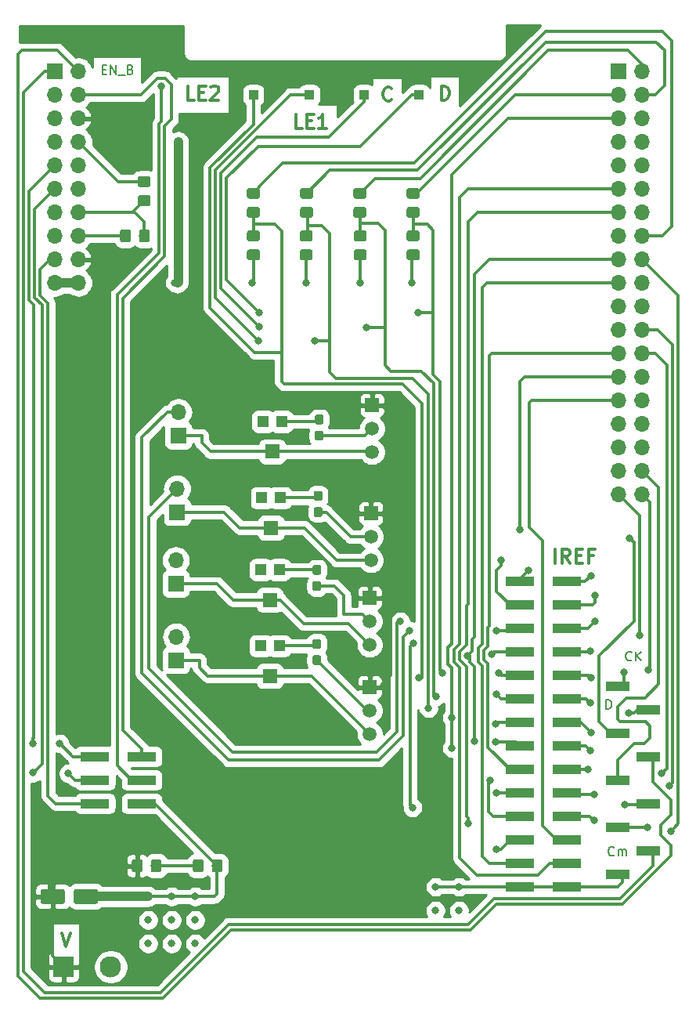
<source format=gbr>
G04 #@! TF.GenerationSoftware,KiCad,Pcbnew,(5.1.2)-2*
G04 #@! TF.CreationDate,2021-06-22T12:17:49+03:00*
G04 #@! TF.ProjectId,extension_board,65787465-6e73-4696-9f6e-5f626f617264,rev?*
G04 #@! TF.SameCoordinates,Original*
G04 #@! TF.FileFunction,Copper,L1,Top*
G04 #@! TF.FilePolarity,Positive*
%FSLAX46Y46*%
G04 Gerber Fmt 4.6, Leading zero omitted, Abs format (unit mm)*
G04 Created by KiCad (PCBNEW (5.1.2)-2) date 2021-06-22 12:17:49*
%MOMM*%
%LPD*%
G04 APERTURE LIST*
%ADD10C,0.200000*%
%ADD11C,0.300000*%
%ADD12R,3.150000X1.000000*%
%ADD13R,2.510000X1.000000*%
%ADD14R,1.500000X1.500000*%
%ADD15C,1.500000*%
%ADD16O,1.700000X1.700000*%
%ADD17R,1.700000X1.700000*%
%ADD18R,1.000000X1.000000*%
%ADD19C,0.100000*%
%ADD20C,1.150000*%
%ADD21C,1.600000*%
%ADD22R,2.200000X2.200000*%
%ADD23C,2.300000*%
%ADD24C,0.950000*%
%ADD25R,1.200000X1.200000*%
%ADD26R,1.600000X1.500000*%
%ADD27C,0.800000*%
%ADD28C,1.000000*%
%ADD29C,0.254000*%
G04 APERTURE END LIST*
D10*
X141406595Y-115641380D02*
X141406595Y-114641380D01*
X141644690Y-114641380D01*
X141787547Y-114689000D01*
X141882785Y-114784238D01*
X141930404Y-114879476D01*
X141978023Y-115069952D01*
X141978023Y-115212809D01*
X141930404Y-115403285D01*
X141882785Y-115498523D01*
X141787547Y-115593761D01*
X141644690Y-115641380D01*
X141406595Y-115641380D01*
X142263857Y-131421142D02*
X142216238Y-131468761D01*
X142073380Y-131516380D01*
X141978142Y-131516380D01*
X141835285Y-131468761D01*
X141740047Y-131373523D01*
X141692428Y-131278285D01*
X141644809Y-131087809D01*
X141644809Y-130944952D01*
X141692428Y-130754476D01*
X141740047Y-130659238D01*
X141835285Y-130564000D01*
X141978142Y-130516380D01*
X142073380Y-130516380D01*
X142216238Y-130564000D01*
X142263857Y-130611619D01*
X142692428Y-131516380D02*
X142692428Y-130849714D01*
X142692428Y-130944952D02*
X142740047Y-130897333D01*
X142835285Y-130849714D01*
X142978142Y-130849714D01*
X143073380Y-130897333D01*
X143121000Y-130992571D01*
X143121000Y-131516380D01*
X143121000Y-130992571D02*
X143168619Y-130897333D01*
X143263857Y-130849714D01*
X143406714Y-130849714D01*
X143501952Y-130897333D01*
X143549571Y-130992571D01*
X143549571Y-131516380D01*
X144145023Y-110339142D02*
X144097404Y-110386761D01*
X143954547Y-110434380D01*
X143859309Y-110434380D01*
X143716452Y-110386761D01*
X143621214Y-110291523D01*
X143573595Y-110196285D01*
X143525976Y-110005809D01*
X143525976Y-109862952D01*
X143573595Y-109672476D01*
X143621214Y-109577238D01*
X143716452Y-109482000D01*
X143859309Y-109434380D01*
X143954547Y-109434380D01*
X144097404Y-109482000D01*
X144145023Y-109529619D01*
X144573595Y-110434380D02*
X144573595Y-109434380D01*
X145145023Y-110434380D02*
X144716452Y-109862952D01*
X145145023Y-109434380D02*
X144573595Y-110005809D01*
D11*
X135914071Y-99865571D02*
X135914071Y-98365571D01*
X137485500Y-99865571D02*
X136985500Y-99151285D01*
X136628357Y-99865571D02*
X136628357Y-98365571D01*
X137199785Y-98365571D01*
X137342642Y-98437000D01*
X137414071Y-98508428D01*
X137485500Y-98651285D01*
X137485500Y-98865571D01*
X137414071Y-99008428D01*
X137342642Y-99079857D01*
X137199785Y-99151285D01*
X136628357Y-99151285D01*
X138128357Y-99079857D02*
X138628357Y-99079857D01*
X138842642Y-99865571D02*
X138128357Y-99865571D01*
X138128357Y-98365571D01*
X138842642Y-98365571D01*
X139985500Y-99079857D02*
X139485500Y-99079857D01*
X139485500Y-99865571D02*
X139485500Y-98365571D01*
X140199785Y-98365571D01*
X82494500Y-139831071D02*
X82994500Y-141331071D01*
X83494500Y-139831071D01*
D10*
X86899952Y-46537571D02*
X87233285Y-46537571D01*
X87376142Y-47061380D02*
X86899952Y-47061380D01*
X86899952Y-46061380D01*
X87376142Y-46061380D01*
X87804714Y-47061380D02*
X87804714Y-46061380D01*
X88376142Y-47061380D01*
X88376142Y-46061380D01*
X88614238Y-47156619D02*
X89376142Y-47156619D01*
X89947571Y-46537571D02*
X90090428Y-46585190D01*
X90138047Y-46632809D01*
X90185666Y-46728047D01*
X90185666Y-46870904D01*
X90138047Y-46966142D01*
X90090428Y-47013761D01*
X89995190Y-47061380D01*
X89614238Y-47061380D01*
X89614238Y-46061380D01*
X89947571Y-46061380D01*
X90042809Y-46109000D01*
X90090428Y-46156619D01*
X90138047Y-46251857D01*
X90138047Y-46347095D01*
X90090428Y-46442333D01*
X90042809Y-46489952D01*
X89947571Y-46537571D01*
X89614238Y-46537571D01*
D11*
X118193285Y-49811714D02*
X118121857Y-49883142D01*
X117907571Y-49954571D01*
X117764714Y-49954571D01*
X117550428Y-49883142D01*
X117407571Y-49740285D01*
X117336142Y-49597428D01*
X117264714Y-49311714D01*
X117264714Y-49097428D01*
X117336142Y-48811714D01*
X117407571Y-48668857D01*
X117550428Y-48526000D01*
X117764714Y-48454571D01*
X117907571Y-48454571D01*
X118121857Y-48526000D01*
X118193285Y-48597428D01*
X123559142Y-49827571D02*
X123559142Y-48327571D01*
X123916285Y-48327571D01*
X124130571Y-48399000D01*
X124273428Y-48541857D01*
X124344857Y-48684714D01*
X124416285Y-48970428D01*
X124416285Y-49184714D01*
X124344857Y-49470428D01*
X124273428Y-49613285D01*
X124130571Y-49756142D01*
X123916285Y-49827571D01*
X123559142Y-49827571D01*
X108545428Y-52875571D02*
X107831142Y-52875571D01*
X107831142Y-51375571D01*
X109045428Y-52089857D02*
X109545428Y-52089857D01*
X109759714Y-52875571D02*
X109045428Y-52875571D01*
X109045428Y-51375571D01*
X109759714Y-51375571D01*
X111188285Y-52875571D02*
X110331142Y-52875571D01*
X110759714Y-52875571D02*
X110759714Y-51375571D01*
X110616857Y-51589857D01*
X110474000Y-51732714D01*
X110331142Y-51804142D01*
X96861428Y-49827571D02*
X96147142Y-49827571D01*
X96147142Y-48327571D01*
X97361428Y-49041857D02*
X97861428Y-49041857D01*
X98075714Y-49827571D02*
X97361428Y-49827571D01*
X97361428Y-48327571D01*
X98075714Y-48327571D01*
X98647142Y-48470428D02*
X98718571Y-48399000D01*
X98861428Y-48327571D01*
X99218571Y-48327571D01*
X99361428Y-48399000D01*
X99432857Y-48470428D01*
X99504285Y-48613285D01*
X99504285Y-48756142D01*
X99432857Y-48970428D01*
X98575714Y-49827571D01*
X99504285Y-49827571D01*
D12*
X132095000Y-101854000D03*
X137145000Y-101854000D03*
X132095000Y-104394000D03*
X137145000Y-104394000D03*
X132095000Y-106934000D03*
X137145000Y-106934000D03*
X132095000Y-109474000D03*
X137145000Y-109474000D03*
X132095000Y-112014000D03*
X137145000Y-112014000D03*
X132095000Y-114554000D03*
X137145000Y-114554000D03*
X132095000Y-117094000D03*
X137145000Y-117094000D03*
X132095000Y-119634000D03*
X137145000Y-119634000D03*
X132095000Y-122174000D03*
X137145000Y-122174000D03*
X132095000Y-124714000D03*
X137145000Y-124714000D03*
X132095000Y-127254000D03*
X137145000Y-127254000D03*
X132095000Y-129794000D03*
X137145000Y-129794000D03*
X132095000Y-132334000D03*
X137145000Y-132334000D03*
X132095000Y-134874000D03*
X137145000Y-134874000D03*
D13*
X145990500Y-131000500D03*
X145990500Y-125920500D03*
X145990500Y-120840500D03*
X145990500Y-115760500D03*
X142680500Y-133540500D03*
X142680500Y-128460500D03*
X142680500Y-123380500D03*
X142680500Y-118300500D03*
X142680500Y-113220500D03*
D12*
X86121000Y-120777000D03*
X91171000Y-120777000D03*
X86121000Y-123317000D03*
X91171000Y-123317000D03*
X86121000Y-125857000D03*
X91171000Y-125857000D03*
D14*
X115951000Y-94488000D03*
D15*
X115951000Y-99568000D03*
X115951000Y-97028000D03*
D14*
X115824000Y-103632000D03*
D15*
X115824000Y-108712000D03*
X115824000Y-106172000D03*
D16*
X94996000Y-91821000D03*
D17*
X94996000Y-94361000D03*
D16*
X95138000Y-83566000D03*
D17*
X95138000Y-86106000D03*
D16*
X94854000Y-99568000D03*
D17*
X94854000Y-102108000D03*
D16*
X94884000Y-107823000D03*
D17*
X94884000Y-110363000D03*
D14*
X116078000Y-82804000D03*
D15*
X116078000Y-87884000D03*
X116078000Y-85344000D03*
D14*
X115824000Y-113284000D03*
D15*
X115824000Y-118364000D03*
X115824000Y-115824000D03*
D18*
X103251000Y-49276000D03*
X109304666Y-49276000D03*
X115189000Y-49276000D03*
X121158000Y-49276000D03*
D19*
G36*
X91807505Y-63817204D02*
G01*
X91831773Y-63820804D01*
X91855572Y-63826765D01*
X91878671Y-63835030D01*
X91900850Y-63845520D01*
X91921893Y-63858132D01*
X91941599Y-63872747D01*
X91959777Y-63889223D01*
X91976253Y-63907401D01*
X91990868Y-63927107D01*
X92003480Y-63948150D01*
X92013970Y-63970329D01*
X92022235Y-63993428D01*
X92028196Y-64017227D01*
X92031796Y-64041495D01*
X92033000Y-64065999D01*
X92033000Y-64966001D01*
X92031796Y-64990505D01*
X92028196Y-65014773D01*
X92022235Y-65038572D01*
X92013970Y-65061671D01*
X92003480Y-65083850D01*
X91990868Y-65104893D01*
X91976253Y-65124599D01*
X91959777Y-65142777D01*
X91941599Y-65159253D01*
X91921893Y-65173868D01*
X91900850Y-65186480D01*
X91878671Y-65196970D01*
X91855572Y-65205235D01*
X91831773Y-65211196D01*
X91807505Y-65214796D01*
X91783001Y-65216000D01*
X91132999Y-65216000D01*
X91108495Y-65214796D01*
X91084227Y-65211196D01*
X91060428Y-65205235D01*
X91037329Y-65196970D01*
X91015150Y-65186480D01*
X90994107Y-65173868D01*
X90974401Y-65159253D01*
X90956223Y-65142777D01*
X90939747Y-65124599D01*
X90925132Y-65104893D01*
X90912520Y-65083850D01*
X90902030Y-65061671D01*
X90893765Y-65038572D01*
X90887804Y-65014773D01*
X90884204Y-64990505D01*
X90883000Y-64966001D01*
X90883000Y-64065999D01*
X90884204Y-64041495D01*
X90887804Y-64017227D01*
X90893765Y-63993428D01*
X90902030Y-63970329D01*
X90912520Y-63948150D01*
X90925132Y-63927107D01*
X90939747Y-63907401D01*
X90956223Y-63889223D01*
X90974401Y-63872747D01*
X90994107Y-63858132D01*
X91015150Y-63845520D01*
X91037329Y-63835030D01*
X91060428Y-63826765D01*
X91084227Y-63820804D01*
X91108495Y-63817204D01*
X91132999Y-63816000D01*
X91783001Y-63816000D01*
X91807505Y-63817204D01*
X91807505Y-63817204D01*
G37*
D20*
X91458000Y-64516000D03*
D19*
G36*
X89757505Y-63817204D02*
G01*
X89781773Y-63820804D01*
X89805572Y-63826765D01*
X89828671Y-63835030D01*
X89850850Y-63845520D01*
X89871893Y-63858132D01*
X89891599Y-63872747D01*
X89909777Y-63889223D01*
X89926253Y-63907401D01*
X89940868Y-63927107D01*
X89953480Y-63948150D01*
X89963970Y-63970329D01*
X89972235Y-63993428D01*
X89978196Y-64017227D01*
X89981796Y-64041495D01*
X89983000Y-64065999D01*
X89983000Y-64966001D01*
X89981796Y-64990505D01*
X89978196Y-65014773D01*
X89972235Y-65038572D01*
X89963970Y-65061671D01*
X89953480Y-65083850D01*
X89940868Y-65104893D01*
X89926253Y-65124599D01*
X89909777Y-65142777D01*
X89891599Y-65159253D01*
X89871893Y-65173868D01*
X89850850Y-65186480D01*
X89828671Y-65196970D01*
X89805572Y-65205235D01*
X89781773Y-65211196D01*
X89757505Y-65214796D01*
X89733001Y-65216000D01*
X89082999Y-65216000D01*
X89058495Y-65214796D01*
X89034227Y-65211196D01*
X89010428Y-65205235D01*
X88987329Y-65196970D01*
X88965150Y-65186480D01*
X88944107Y-65173868D01*
X88924401Y-65159253D01*
X88906223Y-65142777D01*
X88889747Y-65124599D01*
X88875132Y-65104893D01*
X88862520Y-65083850D01*
X88852030Y-65061671D01*
X88843765Y-65038572D01*
X88837804Y-65014773D01*
X88834204Y-64990505D01*
X88833000Y-64966001D01*
X88833000Y-64065999D01*
X88834204Y-64041495D01*
X88837804Y-64017227D01*
X88843765Y-63993428D01*
X88852030Y-63970329D01*
X88862520Y-63948150D01*
X88875132Y-63927107D01*
X88889747Y-63907401D01*
X88906223Y-63889223D01*
X88924401Y-63872747D01*
X88944107Y-63858132D01*
X88965150Y-63845520D01*
X88987329Y-63835030D01*
X89010428Y-63826765D01*
X89034227Y-63820804D01*
X89058495Y-63817204D01*
X89082999Y-63816000D01*
X89733001Y-63816000D01*
X89757505Y-63817204D01*
X89757505Y-63817204D01*
G37*
D20*
X89408000Y-64516000D03*
D19*
G36*
X91914505Y-58082204D02*
G01*
X91938773Y-58085804D01*
X91962572Y-58091765D01*
X91985671Y-58100030D01*
X92007850Y-58110520D01*
X92028893Y-58123132D01*
X92048599Y-58137747D01*
X92066777Y-58154223D01*
X92083253Y-58172401D01*
X92097868Y-58192107D01*
X92110480Y-58213150D01*
X92120970Y-58235329D01*
X92129235Y-58258428D01*
X92135196Y-58282227D01*
X92138796Y-58306495D01*
X92140000Y-58330999D01*
X92140000Y-58981001D01*
X92138796Y-59005505D01*
X92135196Y-59029773D01*
X92129235Y-59053572D01*
X92120970Y-59076671D01*
X92110480Y-59098850D01*
X92097868Y-59119893D01*
X92083253Y-59139599D01*
X92066777Y-59157777D01*
X92048599Y-59174253D01*
X92028893Y-59188868D01*
X92007850Y-59201480D01*
X91985671Y-59211970D01*
X91962572Y-59220235D01*
X91938773Y-59226196D01*
X91914505Y-59229796D01*
X91890001Y-59231000D01*
X90989999Y-59231000D01*
X90965495Y-59229796D01*
X90941227Y-59226196D01*
X90917428Y-59220235D01*
X90894329Y-59211970D01*
X90872150Y-59201480D01*
X90851107Y-59188868D01*
X90831401Y-59174253D01*
X90813223Y-59157777D01*
X90796747Y-59139599D01*
X90782132Y-59119893D01*
X90769520Y-59098850D01*
X90759030Y-59076671D01*
X90750765Y-59053572D01*
X90744804Y-59029773D01*
X90741204Y-59005505D01*
X90740000Y-58981001D01*
X90740000Y-58330999D01*
X90741204Y-58306495D01*
X90744804Y-58282227D01*
X90750765Y-58258428D01*
X90759030Y-58235329D01*
X90769520Y-58213150D01*
X90782132Y-58192107D01*
X90796747Y-58172401D01*
X90813223Y-58154223D01*
X90831401Y-58137747D01*
X90851107Y-58123132D01*
X90872150Y-58110520D01*
X90894329Y-58100030D01*
X90917428Y-58091765D01*
X90941227Y-58085804D01*
X90965495Y-58082204D01*
X90989999Y-58081000D01*
X91890001Y-58081000D01*
X91914505Y-58082204D01*
X91914505Y-58082204D01*
G37*
D20*
X91440000Y-58656000D03*
D19*
G36*
X91914505Y-60132204D02*
G01*
X91938773Y-60135804D01*
X91962572Y-60141765D01*
X91985671Y-60150030D01*
X92007850Y-60160520D01*
X92028893Y-60173132D01*
X92048599Y-60187747D01*
X92066777Y-60204223D01*
X92083253Y-60222401D01*
X92097868Y-60242107D01*
X92110480Y-60263150D01*
X92120970Y-60285329D01*
X92129235Y-60308428D01*
X92135196Y-60332227D01*
X92138796Y-60356495D01*
X92140000Y-60380999D01*
X92140000Y-61031001D01*
X92138796Y-61055505D01*
X92135196Y-61079773D01*
X92129235Y-61103572D01*
X92120970Y-61126671D01*
X92110480Y-61148850D01*
X92097868Y-61169893D01*
X92083253Y-61189599D01*
X92066777Y-61207777D01*
X92048599Y-61224253D01*
X92028893Y-61238868D01*
X92007850Y-61251480D01*
X91985671Y-61261970D01*
X91962572Y-61270235D01*
X91938773Y-61276196D01*
X91914505Y-61279796D01*
X91890001Y-61281000D01*
X90989999Y-61281000D01*
X90965495Y-61279796D01*
X90941227Y-61276196D01*
X90917428Y-61270235D01*
X90894329Y-61261970D01*
X90872150Y-61251480D01*
X90851107Y-61238868D01*
X90831401Y-61224253D01*
X90813223Y-61207777D01*
X90796747Y-61189599D01*
X90782132Y-61169893D01*
X90769520Y-61148850D01*
X90759030Y-61126671D01*
X90750765Y-61103572D01*
X90744804Y-61079773D01*
X90741204Y-61055505D01*
X90740000Y-61031001D01*
X90740000Y-60380999D01*
X90741204Y-60356495D01*
X90744804Y-60332227D01*
X90750765Y-60308428D01*
X90759030Y-60285329D01*
X90769520Y-60263150D01*
X90782132Y-60242107D01*
X90796747Y-60222401D01*
X90813223Y-60204223D01*
X90831401Y-60187747D01*
X90851107Y-60173132D01*
X90872150Y-60160520D01*
X90894329Y-60150030D01*
X90917428Y-60141765D01*
X90941227Y-60135804D01*
X90965495Y-60132204D01*
X90989999Y-60131000D01*
X91890001Y-60131000D01*
X91914505Y-60132204D01*
X91914505Y-60132204D01*
G37*
D20*
X91440000Y-60706000D03*
D16*
X145288000Y-92456000D03*
X142748000Y-92456000D03*
X145288000Y-89916000D03*
X142748000Y-89916000D03*
X145288000Y-87376000D03*
X142748000Y-87376000D03*
X145288000Y-84836000D03*
X142748000Y-84836000D03*
X145288000Y-82296000D03*
X142748000Y-82296000D03*
X145288000Y-79756000D03*
X142748000Y-79756000D03*
X145288000Y-77216000D03*
X142748000Y-77216000D03*
X145288000Y-74676000D03*
X142748000Y-74676000D03*
X145288000Y-72136000D03*
X142748000Y-72136000D03*
X145288000Y-69596000D03*
X142748000Y-69596000D03*
X145288000Y-67056000D03*
X142748000Y-67056000D03*
X145288000Y-64516000D03*
X142748000Y-64516000D03*
X145288000Y-61976000D03*
X142748000Y-61976000D03*
X145288000Y-59436000D03*
X142748000Y-59436000D03*
X145288000Y-56896000D03*
X142748000Y-56896000D03*
X145288000Y-54356000D03*
X142748000Y-54356000D03*
X145288000Y-51816000D03*
X142748000Y-51816000D03*
X145288000Y-49276000D03*
X142748000Y-49276000D03*
X145288000Y-46736000D03*
D17*
X142748000Y-46736000D03*
D16*
X84328000Y-69596000D03*
X81788000Y-69596000D03*
X84328000Y-67056000D03*
X81788000Y-67056000D03*
X84328000Y-64516000D03*
X81788000Y-64516000D03*
X84328000Y-61976000D03*
X81788000Y-61976000D03*
X84328000Y-59436000D03*
X81788000Y-59436000D03*
X84328000Y-56896000D03*
X81788000Y-56896000D03*
X84328000Y-54356000D03*
X81788000Y-54356000D03*
X84328000Y-51816000D03*
X81788000Y-51816000D03*
X84328000Y-49276000D03*
X81788000Y-49276000D03*
X84328000Y-46736000D03*
D17*
X81788000Y-46736000D03*
D19*
G36*
X82612504Y-135107204D02*
G01*
X82636773Y-135110804D01*
X82660571Y-135116765D01*
X82683671Y-135125030D01*
X82705849Y-135135520D01*
X82726893Y-135148133D01*
X82746598Y-135162747D01*
X82764777Y-135179223D01*
X82781253Y-135197402D01*
X82795867Y-135217107D01*
X82808480Y-135238151D01*
X82818970Y-135260329D01*
X82827235Y-135283429D01*
X82833196Y-135307227D01*
X82836796Y-135331496D01*
X82838000Y-135356000D01*
X82838000Y-136456000D01*
X82836796Y-136480504D01*
X82833196Y-136504773D01*
X82827235Y-136528571D01*
X82818970Y-136551671D01*
X82808480Y-136573849D01*
X82795867Y-136594893D01*
X82781253Y-136614598D01*
X82764777Y-136632777D01*
X82746598Y-136649253D01*
X82726893Y-136663867D01*
X82705849Y-136676480D01*
X82683671Y-136686970D01*
X82660571Y-136695235D01*
X82636773Y-136701196D01*
X82612504Y-136704796D01*
X82588000Y-136706000D01*
X80488000Y-136706000D01*
X80463496Y-136704796D01*
X80439227Y-136701196D01*
X80415429Y-136695235D01*
X80392329Y-136686970D01*
X80370151Y-136676480D01*
X80349107Y-136663867D01*
X80329402Y-136649253D01*
X80311223Y-136632777D01*
X80294747Y-136614598D01*
X80280133Y-136594893D01*
X80267520Y-136573849D01*
X80257030Y-136551671D01*
X80248765Y-136528571D01*
X80242804Y-136504773D01*
X80239204Y-136480504D01*
X80238000Y-136456000D01*
X80238000Y-135356000D01*
X80239204Y-135331496D01*
X80242804Y-135307227D01*
X80248765Y-135283429D01*
X80257030Y-135260329D01*
X80267520Y-135238151D01*
X80280133Y-135217107D01*
X80294747Y-135197402D01*
X80311223Y-135179223D01*
X80329402Y-135162747D01*
X80349107Y-135148133D01*
X80370151Y-135135520D01*
X80392329Y-135125030D01*
X80415429Y-135116765D01*
X80439227Y-135110804D01*
X80463496Y-135107204D01*
X80488000Y-135106000D01*
X82588000Y-135106000D01*
X82612504Y-135107204D01*
X82612504Y-135107204D01*
G37*
D21*
X81538000Y-135906000D03*
D19*
G36*
X86212504Y-135107204D02*
G01*
X86236773Y-135110804D01*
X86260571Y-135116765D01*
X86283671Y-135125030D01*
X86305849Y-135135520D01*
X86326893Y-135148133D01*
X86346598Y-135162747D01*
X86364777Y-135179223D01*
X86381253Y-135197402D01*
X86395867Y-135217107D01*
X86408480Y-135238151D01*
X86418970Y-135260329D01*
X86427235Y-135283429D01*
X86433196Y-135307227D01*
X86436796Y-135331496D01*
X86438000Y-135356000D01*
X86438000Y-136456000D01*
X86436796Y-136480504D01*
X86433196Y-136504773D01*
X86427235Y-136528571D01*
X86418970Y-136551671D01*
X86408480Y-136573849D01*
X86395867Y-136594893D01*
X86381253Y-136614598D01*
X86364777Y-136632777D01*
X86346598Y-136649253D01*
X86326893Y-136663867D01*
X86305849Y-136676480D01*
X86283671Y-136686970D01*
X86260571Y-136695235D01*
X86236773Y-136701196D01*
X86212504Y-136704796D01*
X86188000Y-136706000D01*
X84088000Y-136706000D01*
X84063496Y-136704796D01*
X84039227Y-136701196D01*
X84015429Y-136695235D01*
X83992329Y-136686970D01*
X83970151Y-136676480D01*
X83949107Y-136663867D01*
X83929402Y-136649253D01*
X83911223Y-136632777D01*
X83894747Y-136614598D01*
X83880133Y-136594893D01*
X83867520Y-136573849D01*
X83857030Y-136551671D01*
X83848765Y-136528571D01*
X83842804Y-136504773D01*
X83839204Y-136480504D01*
X83838000Y-136456000D01*
X83838000Y-135356000D01*
X83839204Y-135331496D01*
X83842804Y-135307227D01*
X83848765Y-135283429D01*
X83857030Y-135260329D01*
X83867520Y-135238151D01*
X83880133Y-135217107D01*
X83894747Y-135197402D01*
X83911223Y-135179223D01*
X83929402Y-135162747D01*
X83949107Y-135148133D01*
X83970151Y-135135520D01*
X83992329Y-135125030D01*
X84015429Y-135116765D01*
X84039227Y-135110804D01*
X84063496Y-135107204D01*
X84088000Y-135106000D01*
X86188000Y-135106000D01*
X86212504Y-135107204D01*
X86212504Y-135107204D01*
G37*
D21*
X85138000Y-135906000D03*
D19*
G36*
X93077505Y-131889204D02*
G01*
X93101773Y-131892804D01*
X93125572Y-131898765D01*
X93148671Y-131907030D01*
X93170850Y-131917520D01*
X93191893Y-131930132D01*
X93211599Y-131944747D01*
X93229777Y-131961223D01*
X93246253Y-131979401D01*
X93260868Y-131999107D01*
X93273480Y-132020150D01*
X93283970Y-132042329D01*
X93292235Y-132065428D01*
X93298196Y-132089227D01*
X93301796Y-132113495D01*
X93303000Y-132137999D01*
X93303000Y-133038001D01*
X93301796Y-133062505D01*
X93298196Y-133086773D01*
X93292235Y-133110572D01*
X93283970Y-133133671D01*
X93273480Y-133155850D01*
X93260868Y-133176893D01*
X93246253Y-133196599D01*
X93229777Y-133214777D01*
X93211599Y-133231253D01*
X93191893Y-133245868D01*
X93170850Y-133258480D01*
X93148671Y-133268970D01*
X93125572Y-133277235D01*
X93101773Y-133283196D01*
X93077505Y-133286796D01*
X93053001Y-133288000D01*
X92402999Y-133288000D01*
X92378495Y-133286796D01*
X92354227Y-133283196D01*
X92330428Y-133277235D01*
X92307329Y-133268970D01*
X92285150Y-133258480D01*
X92264107Y-133245868D01*
X92244401Y-133231253D01*
X92226223Y-133214777D01*
X92209747Y-133196599D01*
X92195132Y-133176893D01*
X92182520Y-133155850D01*
X92172030Y-133133671D01*
X92163765Y-133110572D01*
X92157804Y-133086773D01*
X92154204Y-133062505D01*
X92153000Y-133038001D01*
X92153000Y-132137999D01*
X92154204Y-132113495D01*
X92157804Y-132089227D01*
X92163765Y-132065428D01*
X92172030Y-132042329D01*
X92182520Y-132020150D01*
X92195132Y-131999107D01*
X92209747Y-131979401D01*
X92226223Y-131961223D01*
X92244401Y-131944747D01*
X92264107Y-131930132D01*
X92285150Y-131917520D01*
X92307329Y-131907030D01*
X92330428Y-131898765D01*
X92354227Y-131892804D01*
X92378495Y-131889204D01*
X92402999Y-131888000D01*
X93053001Y-131888000D01*
X93077505Y-131889204D01*
X93077505Y-131889204D01*
G37*
D20*
X92728000Y-132588000D03*
D19*
G36*
X91027505Y-131889204D02*
G01*
X91051773Y-131892804D01*
X91075572Y-131898765D01*
X91098671Y-131907030D01*
X91120850Y-131917520D01*
X91141893Y-131930132D01*
X91161599Y-131944747D01*
X91179777Y-131961223D01*
X91196253Y-131979401D01*
X91210868Y-131999107D01*
X91223480Y-132020150D01*
X91233970Y-132042329D01*
X91242235Y-132065428D01*
X91248196Y-132089227D01*
X91251796Y-132113495D01*
X91253000Y-132137999D01*
X91253000Y-133038001D01*
X91251796Y-133062505D01*
X91248196Y-133086773D01*
X91242235Y-133110572D01*
X91233970Y-133133671D01*
X91223480Y-133155850D01*
X91210868Y-133176893D01*
X91196253Y-133196599D01*
X91179777Y-133214777D01*
X91161599Y-133231253D01*
X91141893Y-133245868D01*
X91120850Y-133258480D01*
X91098671Y-133268970D01*
X91075572Y-133277235D01*
X91051773Y-133283196D01*
X91027505Y-133286796D01*
X91003001Y-133288000D01*
X90352999Y-133288000D01*
X90328495Y-133286796D01*
X90304227Y-133283196D01*
X90280428Y-133277235D01*
X90257329Y-133268970D01*
X90235150Y-133258480D01*
X90214107Y-133245868D01*
X90194401Y-133231253D01*
X90176223Y-133214777D01*
X90159747Y-133196599D01*
X90145132Y-133176893D01*
X90132520Y-133155850D01*
X90122030Y-133133671D01*
X90113765Y-133110572D01*
X90107804Y-133086773D01*
X90104204Y-133062505D01*
X90103000Y-133038001D01*
X90103000Y-132137999D01*
X90104204Y-132113495D01*
X90107804Y-132089227D01*
X90113765Y-132065428D01*
X90122030Y-132042329D01*
X90132520Y-132020150D01*
X90145132Y-131999107D01*
X90159747Y-131979401D01*
X90176223Y-131961223D01*
X90194401Y-131944747D01*
X90214107Y-131930132D01*
X90235150Y-131917520D01*
X90257329Y-131907030D01*
X90280428Y-131898765D01*
X90304227Y-131892804D01*
X90328495Y-131889204D01*
X90352999Y-131888000D01*
X91003001Y-131888000D01*
X91027505Y-131889204D01*
X91027505Y-131889204D01*
G37*
D20*
X90678000Y-132588000D03*
D22*
X82738000Y-143510000D03*
D23*
X87818000Y-143510000D03*
D19*
G36*
X120997505Y-61402204D02*
G01*
X121021773Y-61405804D01*
X121045572Y-61411765D01*
X121068671Y-61420030D01*
X121090850Y-61430520D01*
X121111893Y-61443132D01*
X121131599Y-61457747D01*
X121149777Y-61474223D01*
X121166253Y-61492401D01*
X121180868Y-61512107D01*
X121193480Y-61533150D01*
X121203970Y-61555329D01*
X121212235Y-61578428D01*
X121218196Y-61602227D01*
X121221796Y-61626495D01*
X121223000Y-61650999D01*
X121223000Y-62301001D01*
X121221796Y-62325505D01*
X121218196Y-62349773D01*
X121212235Y-62373572D01*
X121203970Y-62396671D01*
X121193480Y-62418850D01*
X121180868Y-62439893D01*
X121166253Y-62459599D01*
X121149777Y-62477777D01*
X121131599Y-62494253D01*
X121111893Y-62508868D01*
X121090850Y-62521480D01*
X121068671Y-62531970D01*
X121045572Y-62540235D01*
X121021773Y-62546196D01*
X120997505Y-62549796D01*
X120973001Y-62551000D01*
X120072999Y-62551000D01*
X120048495Y-62549796D01*
X120024227Y-62546196D01*
X120000428Y-62540235D01*
X119977329Y-62531970D01*
X119955150Y-62521480D01*
X119934107Y-62508868D01*
X119914401Y-62494253D01*
X119896223Y-62477777D01*
X119879747Y-62459599D01*
X119865132Y-62439893D01*
X119852520Y-62418850D01*
X119842030Y-62396671D01*
X119833765Y-62373572D01*
X119827804Y-62349773D01*
X119824204Y-62325505D01*
X119823000Y-62301001D01*
X119823000Y-61650999D01*
X119824204Y-61626495D01*
X119827804Y-61602227D01*
X119833765Y-61578428D01*
X119842030Y-61555329D01*
X119852520Y-61533150D01*
X119865132Y-61512107D01*
X119879747Y-61492401D01*
X119896223Y-61474223D01*
X119914401Y-61457747D01*
X119934107Y-61443132D01*
X119955150Y-61430520D01*
X119977329Y-61420030D01*
X120000428Y-61411765D01*
X120024227Y-61405804D01*
X120048495Y-61402204D01*
X120072999Y-61401000D01*
X120973001Y-61401000D01*
X120997505Y-61402204D01*
X120997505Y-61402204D01*
G37*
D20*
X120523000Y-61976000D03*
D19*
G36*
X120997505Y-59352204D02*
G01*
X121021773Y-59355804D01*
X121045572Y-59361765D01*
X121068671Y-59370030D01*
X121090850Y-59380520D01*
X121111893Y-59393132D01*
X121131599Y-59407747D01*
X121149777Y-59424223D01*
X121166253Y-59442401D01*
X121180868Y-59462107D01*
X121193480Y-59483150D01*
X121203970Y-59505329D01*
X121212235Y-59528428D01*
X121218196Y-59552227D01*
X121221796Y-59576495D01*
X121223000Y-59600999D01*
X121223000Y-60251001D01*
X121221796Y-60275505D01*
X121218196Y-60299773D01*
X121212235Y-60323572D01*
X121203970Y-60346671D01*
X121193480Y-60368850D01*
X121180868Y-60389893D01*
X121166253Y-60409599D01*
X121149777Y-60427777D01*
X121131599Y-60444253D01*
X121111893Y-60458868D01*
X121090850Y-60471480D01*
X121068671Y-60481970D01*
X121045572Y-60490235D01*
X121021773Y-60496196D01*
X120997505Y-60499796D01*
X120973001Y-60501000D01*
X120072999Y-60501000D01*
X120048495Y-60499796D01*
X120024227Y-60496196D01*
X120000428Y-60490235D01*
X119977329Y-60481970D01*
X119955150Y-60471480D01*
X119934107Y-60458868D01*
X119914401Y-60444253D01*
X119896223Y-60427777D01*
X119879747Y-60409599D01*
X119865132Y-60389893D01*
X119852520Y-60368850D01*
X119842030Y-60346671D01*
X119833765Y-60323572D01*
X119827804Y-60299773D01*
X119824204Y-60275505D01*
X119823000Y-60251001D01*
X119823000Y-59600999D01*
X119824204Y-59576495D01*
X119827804Y-59552227D01*
X119833765Y-59528428D01*
X119842030Y-59505329D01*
X119852520Y-59483150D01*
X119865132Y-59462107D01*
X119879747Y-59442401D01*
X119896223Y-59424223D01*
X119914401Y-59407747D01*
X119934107Y-59393132D01*
X119955150Y-59380520D01*
X119977329Y-59370030D01*
X120000428Y-59361765D01*
X120024227Y-59355804D01*
X120048495Y-59352204D01*
X120072999Y-59351000D01*
X120973001Y-59351000D01*
X120997505Y-59352204D01*
X120997505Y-59352204D01*
G37*
D20*
X120523000Y-59926000D03*
D19*
G36*
X120997505Y-63942204D02*
G01*
X121021773Y-63945804D01*
X121045572Y-63951765D01*
X121068671Y-63960030D01*
X121090850Y-63970520D01*
X121111893Y-63983132D01*
X121131599Y-63997747D01*
X121149777Y-64014223D01*
X121166253Y-64032401D01*
X121180868Y-64052107D01*
X121193480Y-64073150D01*
X121203970Y-64095329D01*
X121212235Y-64118428D01*
X121218196Y-64142227D01*
X121221796Y-64166495D01*
X121223000Y-64190999D01*
X121223000Y-64841001D01*
X121221796Y-64865505D01*
X121218196Y-64889773D01*
X121212235Y-64913572D01*
X121203970Y-64936671D01*
X121193480Y-64958850D01*
X121180868Y-64979893D01*
X121166253Y-64999599D01*
X121149777Y-65017777D01*
X121131599Y-65034253D01*
X121111893Y-65048868D01*
X121090850Y-65061480D01*
X121068671Y-65071970D01*
X121045572Y-65080235D01*
X121021773Y-65086196D01*
X120997505Y-65089796D01*
X120973001Y-65091000D01*
X120072999Y-65091000D01*
X120048495Y-65089796D01*
X120024227Y-65086196D01*
X120000428Y-65080235D01*
X119977329Y-65071970D01*
X119955150Y-65061480D01*
X119934107Y-65048868D01*
X119914401Y-65034253D01*
X119896223Y-65017777D01*
X119879747Y-64999599D01*
X119865132Y-64979893D01*
X119852520Y-64958850D01*
X119842030Y-64936671D01*
X119833765Y-64913572D01*
X119827804Y-64889773D01*
X119824204Y-64865505D01*
X119823000Y-64841001D01*
X119823000Y-64190999D01*
X119824204Y-64166495D01*
X119827804Y-64142227D01*
X119833765Y-64118428D01*
X119842030Y-64095329D01*
X119852520Y-64073150D01*
X119865132Y-64052107D01*
X119879747Y-64032401D01*
X119896223Y-64014223D01*
X119914401Y-63997747D01*
X119934107Y-63983132D01*
X119955150Y-63970520D01*
X119977329Y-63960030D01*
X120000428Y-63951765D01*
X120024227Y-63945804D01*
X120048495Y-63942204D01*
X120072999Y-63941000D01*
X120973001Y-63941000D01*
X120997505Y-63942204D01*
X120997505Y-63942204D01*
G37*
D20*
X120523000Y-64516000D03*
D19*
G36*
X120997505Y-65992204D02*
G01*
X121021773Y-65995804D01*
X121045572Y-66001765D01*
X121068671Y-66010030D01*
X121090850Y-66020520D01*
X121111893Y-66033132D01*
X121131599Y-66047747D01*
X121149777Y-66064223D01*
X121166253Y-66082401D01*
X121180868Y-66102107D01*
X121193480Y-66123150D01*
X121203970Y-66145329D01*
X121212235Y-66168428D01*
X121218196Y-66192227D01*
X121221796Y-66216495D01*
X121223000Y-66240999D01*
X121223000Y-66891001D01*
X121221796Y-66915505D01*
X121218196Y-66939773D01*
X121212235Y-66963572D01*
X121203970Y-66986671D01*
X121193480Y-67008850D01*
X121180868Y-67029893D01*
X121166253Y-67049599D01*
X121149777Y-67067777D01*
X121131599Y-67084253D01*
X121111893Y-67098868D01*
X121090850Y-67111480D01*
X121068671Y-67121970D01*
X121045572Y-67130235D01*
X121021773Y-67136196D01*
X120997505Y-67139796D01*
X120973001Y-67141000D01*
X120072999Y-67141000D01*
X120048495Y-67139796D01*
X120024227Y-67136196D01*
X120000428Y-67130235D01*
X119977329Y-67121970D01*
X119955150Y-67111480D01*
X119934107Y-67098868D01*
X119914401Y-67084253D01*
X119896223Y-67067777D01*
X119879747Y-67049599D01*
X119865132Y-67029893D01*
X119852520Y-67008850D01*
X119842030Y-66986671D01*
X119833765Y-66963572D01*
X119827804Y-66939773D01*
X119824204Y-66915505D01*
X119823000Y-66891001D01*
X119823000Y-66240999D01*
X119824204Y-66216495D01*
X119827804Y-66192227D01*
X119833765Y-66168428D01*
X119842030Y-66145329D01*
X119852520Y-66123150D01*
X119865132Y-66102107D01*
X119879747Y-66082401D01*
X119896223Y-66064223D01*
X119914401Y-66047747D01*
X119934107Y-66033132D01*
X119955150Y-66020520D01*
X119977329Y-66010030D01*
X120000428Y-66001765D01*
X120024227Y-65995804D01*
X120048495Y-65992204D01*
X120072999Y-65991000D01*
X120973001Y-65991000D01*
X120997505Y-65992204D01*
X120997505Y-65992204D01*
G37*
D20*
X120523000Y-66566000D03*
D19*
G36*
X115240171Y-61402204D02*
G01*
X115264439Y-61405804D01*
X115288238Y-61411765D01*
X115311337Y-61420030D01*
X115333516Y-61430520D01*
X115354559Y-61443132D01*
X115374265Y-61457747D01*
X115392443Y-61474223D01*
X115408919Y-61492401D01*
X115423534Y-61512107D01*
X115436146Y-61533150D01*
X115446636Y-61555329D01*
X115454901Y-61578428D01*
X115460862Y-61602227D01*
X115464462Y-61626495D01*
X115465666Y-61650999D01*
X115465666Y-62301001D01*
X115464462Y-62325505D01*
X115460862Y-62349773D01*
X115454901Y-62373572D01*
X115446636Y-62396671D01*
X115436146Y-62418850D01*
X115423534Y-62439893D01*
X115408919Y-62459599D01*
X115392443Y-62477777D01*
X115374265Y-62494253D01*
X115354559Y-62508868D01*
X115333516Y-62521480D01*
X115311337Y-62531970D01*
X115288238Y-62540235D01*
X115264439Y-62546196D01*
X115240171Y-62549796D01*
X115215667Y-62551000D01*
X114315665Y-62551000D01*
X114291161Y-62549796D01*
X114266893Y-62546196D01*
X114243094Y-62540235D01*
X114219995Y-62531970D01*
X114197816Y-62521480D01*
X114176773Y-62508868D01*
X114157067Y-62494253D01*
X114138889Y-62477777D01*
X114122413Y-62459599D01*
X114107798Y-62439893D01*
X114095186Y-62418850D01*
X114084696Y-62396671D01*
X114076431Y-62373572D01*
X114070470Y-62349773D01*
X114066870Y-62325505D01*
X114065666Y-62301001D01*
X114065666Y-61650999D01*
X114066870Y-61626495D01*
X114070470Y-61602227D01*
X114076431Y-61578428D01*
X114084696Y-61555329D01*
X114095186Y-61533150D01*
X114107798Y-61512107D01*
X114122413Y-61492401D01*
X114138889Y-61474223D01*
X114157067Y-61457747D01*
X114176773Y-61443132D01*
X114197816Y-61430520D01*
X114219995Y-61420030D01*
X114243094Y-61411765D01*
X114266893Y-61405804D01*
X114291161Y-61402204D01*
X114315665Y-61401000D01*
X115215667Y-61401000D01*
X115240171Y-61402204D01*
X115240171Y-61402204D01*
G37*
D20*
X114765666Y-61976000D03*
D19*
G36*
X115240171Y-59352204D02*
G01*
X115264439Y-59355804D01*
X115288238Y-59361765D01*
X115311337Y-59370030D01*
X115333516Y-59380520D01*
X115354559Y-59393132D01*
X115374265Y-59407747D01*
X115392443Y-59424223D01*
X115408919Y-59442401D01*
X115423534Y-59462107D01*
X115436146Y-59483150D01*
X115446636Y-59505329D01*
X115454901Y-59528428D01*
X115460862Y-59552227D01*
X115464462Y-59576495D01*
X115465666Y-59600999D01*
X115465666Y-60251001D01*
X115464462Y-60275505D01*
X115460862Y-60299773D01*
X115454901Y-60323572D01*
X115446636Y-60346671D01*
X115436146Y-60368850D01*
X115423534Y-60389893D01*
X115408919Y-60409599D01*
X115392443Y-60427777D01*
X115374265Y-60444253D01*
X115354559Y-60458868D01*
X115333516Y-60471480D01*
X115311337Y-60481970D01*
X115288238Y-60490235D01*
X115264439Y-60496196D01*
X115240171Y-60499796D01*
X115215667Y-60501000D01*
X114315665Y-60501000D01*
X114291161Y-60499796D01*
X114266893Y-60496196D01*
X114243094Y-60490235D01*
X114219995Y-60481970D01*
X114197816Y-60471480D01*
X114176773Y-60458868D01*
X114157067Y-60444253D01*
X114138889Y-60427777D01*
X114122413Y-60409599D01*
X114107798Y-60389893D01*
X114095186Y-60368850D01*
X114084696Y-60346671D01*
X114076431Y-60323572D01*
X114070470Y-60299773D01*
X114066870Y-60275505D01*
X114065666Y-60251001D01*
X114065666Y-59600999D01*
X114066870Y-59576495D01*
X114070470Y-59552227D01*
X114076431Y-59528428D01*
X114084696Y-59505329D01*
X114095186Y-59483150D01*
X114107798Y-59462107D01*
X114122413Y-59442401D01*
X114138889Y-59424223D01*
X114157067Y-59407747D01*
X114176773Y-59393132D01*
X114197816Y-59380520D01*
X114219995Y-59370030D01*
X114243094Y-59361765D01*
X114266893Y-59355804D01*
X114291161Y-59352204D01*
X114315665Y-59351000D01*
X115215667Y-59351000D01*
X115240171Y-59352204D01*
X115240171Y-59352204D01*
G37*
D20*
X114765666Y-59926000D03*
D19*
G36*
X115282505Y-63942204D02*
G01*
X115306773Y-63945804D01*
X115330572Y-63951765D01*
X115353671Y-63960030D01*
X115375850Y-63970520D01*
X115396893Y-63983132D01*
X115416599Y-63997747D01*
X115434777Y-64014223D01*
X115451253Y-64032401D01*
X115465868Y-64052107D01*
X115478480Y-64073150D01*
X115488970Y-64095329D01*
X115497235Y-64118428D01*
X115503196Y-64142227D01*
X115506796Y-64166495D01*
X115508000Y-64190999D01*
X115508000Y-64841001D01*
X115506796Y-64865505D01*
X115503196Y-64889773D01*
X115497235Y-64913572D01*
X115488970Y-64936671D01*
X115478480Y-64958850D01*
X115465868Y-64979893D01*
X115451253Y-64999599D01*
X115434777Y-65017777D01*
X115416599Y-65034253D01*
X115396893Y-65048868D01*
X115375850Y-65061480D01*
X115353671Y-65071970D01*
X115330572Y-65080235D01*
X115306773Y-65086196D01*
X115282505Y-65089796D01*
X115258001Y-65091000D01*
X114357999Y-65091000D01*
X114333495Y-65089796D01*
X114309227Y-65086196D01*
X114285428Y-65080235D01*
X114262329Y-65071970D01*
X114240150Y-65061480D01*
X114219107Y-65048868D01*
X114199401Y-65034253D01*
X114181223Y-65017777D01*
X114164747Y-64999599D01*
X114150132Y-64979893D01*
X114137520Y-64958850D01*
X114127030Y-64936671D01*
X114118765Y-64913572D01*
X114112804Y-64889773D01*
X114109204Y-64865505D01*
X114108000Y-64841001D01*
X114108000Y-64190999D01*
X114109204Y-64166495D01*
X114112804Y-64142227D01*
X114118765Y-64118428D01*
X114127030Y-64095329D01*
X114137520Y-64073150D01*
X114150132Y-64052107D01*
X114164747Y-64032401D01*
X114181223Y-64014223D01*
X114199401Y-63997747D01*
X114219107Y-63983132D01*
X114240150Y-63970520D01*
X114262329Y-63960030D01*
X114285428Y-63951765D01*
X114309227Y-63945804D01*
X114333495Y-63942204D01*
X114357999Y-63941000D01*
X115258001Y-63941000D01*
X115282505Y-63942204D01*
X115282505Y-63942204D01*
G37*
D20*
X114808000Y-64516000D03*
D19*
G36*
X115282505Y-65992204D02*
G01*
X115306773Y-65995804D01*
X115330572Y-66001765D01*
X115353671Y-66010030D01*
X115375850Y-66020520D01*
X115396893Y-66033132D01*
X115416599Y-66047747D01*
X115434777Y-66064223D01*
X115451253Y-66082401D01*
X115465868Y-66102107D01*
X115478480Y-66123150D01*
X115488970Y-66145329D01*
X115497235Y-66168428D01*
X115503196Y-66192227D01*
X115506796Y-66216495D01*
X115508000Y-66240999D01*
X115508000Y-66891001D01*
X115506796Y-66915505D01*
X115503196Y-66939773D01*
X115497235Y-66963572D01*
X115488970Y-66986671D01*
X115478480Y-67008850D01*
X115465868Y-67029893D01*
X115451253Y-67049599D01*
X115434777Y-67067777D01*
X115416599Y-67084253D01*
X115396893Y-67098868D01*
X115375850Y-67111480D01*
X115353671Y-67121970D01*
X115330572Y-67130235D01*
X115306773Y-67136196D01*
X115282505Y-67139796D01*
X115258001Y-67141000D01*
X114357999Y-67141000D01*
X114333495Y-67139796D01*
X114309227Y-67136196D01*
X114285428Y-67130235D01*
X114262329Y-67121970D01*
X114240150Y-67111480D01*
X114219107Y-67098868D01*
X114199401Y-67084253D01*
X114181223Y-67067777D01*
X114164747Y-67049599D01*
X114150132Y-67029893D01*
X114137520Y-67008850D01*
X114127030Y-66986671D01*
X114118765Y-66963572D01*
X114112804Y-66939773D01*
X114109204Y-66915505D01*
X114108000Y-66891001D01*
X114108000Y-66240999D01*
X114109204Y-66216495D01*
X114112804Y-66192227D01*
X114118765Y-66168428D01*
X114127030Y-66145329D01*
X114137520Y-66123150D01*
X114150132Y-66102107D01*
X114164747Y-66082401D01*
X114181223Y-66064223D01*
X114199401Y-66047747D01*
X114219107Y-66033132D01*
X114240150Y-66020520D01*
X114262329Y-66010030D01*
X114285428Y-66001765D01*
X114309227Y-65995804D01*
X114333495Y-65992204D01*
X114357999Y-65991000D01*
X115258001Y-65991000D01*
X115282505Y-65992204D01*
X115282505Y-65992204D01*
G37*
D20*
X114808000Y-66566000D03*
D19*
G36*
X109482838Y-59352204D02*
G01*
X109507106Y-59355804D01*
X109530905Y-59361765D01*
X109554004Y-59370030D01*
X109576183Y-59380520D01*
X109597226Y-59393132D01*
X109616932Y-59407747D01*
X109635110Y-59424223D01*
X109651586Y-59442401D01*
X109666201Y-59462107D01*
X109678813Y-59483150D01*
X109689303Y-59505329D01*
X109697568Y-59528428D01*
X109703529Y-59552227D01*
X109707129Y-59576495D01*
X109708333Y-59600999D01*
X109708333Y-60251001D01*
X109707129Y-60275505D01*
X109703529Y-60299773D01*
X109697568Y-60323572D01*
X109689303Y-60346671D01*
X109678813Y-60368850D01*
X109666201Y-60389893D01*
X109651586Y-60409599D01*
X109635110Y-60427777D01*
X109616932Y-60444253D01*
X109597226Y-60458868D01*
X109576183Y-60471480D01*
X109554004Y-60481970D01*
X109530905Y-60490235D01*
X109507106Y-60496196D01*
X109482838Y-60499796D01*
X109458334Y-60501000D01*
X108558332Y-60501000D01*
X108533828Y-60499796D01*
X108509560Y-60496196D01*
X108485761Y-60490235D01*
X108462662Y-60481970D01*
X108440483Y-60471480D01*
X108419440Y-60458868D01*
X108399734Y-60444253D01*
X108381556Y-60427777D01*
X108365080Y-60409599D01*
X108350465Y-60389893D01*
X108337853Y-60368850D01*
X108327363Y-60346671D01*
X108319098Y-60323572D01*
X108313137Y-60299773D01*
X108309537Y-60275505D01*
X108308333Y-60251001D01*
X108308333Y-59600999D01*
X108309537Y-59576495D01*
X108313137Y-59552227D01*
X108319098Y-59528428D01*
X108327363Y-59505329D01*
X108337853Y-59483150D01*
X108350465Y-59462107D01*
X108365080Y-59442401D01*
X108381556Y-59424223D01*
X108399734Y-59407747D01*
X108419440Y-59393132D01*
X108440483Y-59380520D01*
X108462662Y-59370030D01*
X108485761Y-59361765D01*
X108509560Y-59355804D01*
X108533828Y-59352204D01*
X108558332Y-59351000D01*
X109458334Y-59351000D01*
X109482838Y-59352204D01*
X109482838Y-59352204D01*
G37*
D20*
X109008333Y-59926000D03*
D19*
G36*
X109482838Y-61402204D02*
G01*
X109507106Y-61405804D01*
X109530905Y-61411765D01*
X109554004Y-61420030D01*
X109576183Y-61430520D01*
X109597226Y-61443132D01*
X109616932Y-61457747D01*
X109635110Y-61474223D01*
X109651586Y-61492401D01*
X109666201Y-61512107D01*
X109678813Y-61533150D01*
X109689303Y-61555329D01*
X109697568Y-61578428D01*
X109703529Y-61602227D01*
X109707129Y-61626495D01*
X109708333Y-61650999D01*
X109708333Y-62301001D01*
X109707129Y-62325505D01*
X109703529Y-62349773D01*
X109697568Y-62373572D01*
X109689303Y-62396671D01*
X109678813Y-62418850D01*
X109666201Y-62439893D01*
X109651586Y-62459599D01*
X109635110Y-62477777D01*
X109616932Y-62494253D01*
X109597226Y-62508868D01*
X109576183Y-62521480D01*
X109554004Y-62531970D01*
X109530905Y-62540235D01*
X109507106Y-62546196D01*
X109482838Y-62549796D01*
X109458334Y-62551000D01*
X108558332Y-62551000D01*
X108533828Y-62549796D01*
X108509560Y-62546196D01*
X108485761Y-62540235D01*
X108462662Y-62531970D01*
X108440483Y-62521480D01*
X108419440Y-62508868D01*
X108399734Y-62494253D01*
X108381556Y-62477777D01*
X108365080Y-62459599D01*
X108350465Y-62439893D01*
X108337853Y-62418850D01*
X108327363Y-62396671D01*
X108319098Y-62373572D01*
X108313137Y-62349773D01*
X108309537Y-62325505D01*
X108308333Y-62301001D01*
X108308333Y-61650999D01*
X108309537Y-61626495D01*
X108313137Y-61602227D01*
X108319098Y-61578428D01*
X108327363Y-61555329D01*
X108337853Y-61533150D01*
X108350465Y-61512107D01*
X108365080Y-61492401D01*
X108381556Y-61474223D01*
X108399734Y-61457747D01*
X108419440Y-61443132D01*
X108440483Y-61430520D01*
X108462662Y-61420030D01*
X108485761Y-61411765D01*
X108509560Y-61405804D01*
X108533828Y-61402204D01*
X108558332Y-61401000D01*
X109458334Y-61401000D01*
X109482838Y-61402204D01*
X109482838Y-61402204D01*
G37*
D20*
X109008333Y-61976000D03*
D19*
G36*
X109440505Y-65992204D02*
G01*
X109464773Y-65995804D01*
X109488572Y-66001765D01*
X109511671Y-66010030D01*
X109533850Y-66020520D01*
X109554893Y-66033132D01*
X109574599Y-66047747D01*
X109592777Y-66064223D01*
X109609253Y-66082401D01*
X109623868Y-66102107D01*
X109636480Y-66123150D01*
X109646970Y-66145329D01*
X109655235Y-66168428D01*
X109661196Y-66192227D01*
X109664796Y-66216495D01*
X109666000Y-66240999D01*
X109666000Y-66891001D01*
X109664796Y-66915505D01*
X109661196Y-66939773D01*
X109655235Y-66963572D01*
X109646970Y-66986671D01*
X109636480Y-67008850D01*
X109623868Y-67029893D01*
X109609253Y-67049599D01*
X109592777Y-67067777D01*
X109574599Y-67084253D01*
X109554893Y-67098868D01*
X109533850Y-67111480D01*
X109511671Y-67121970D01*
X109488572Y-67130235D01*
X109464773Y-67136196D01*
X109440505Y-67139796D01*
X109416001Y-67141000D01*
X108515999Y-67141000D01*
X108491495Y-67139796D01*
X108467227Y-67136196D01*
X108443428Y-67130235D01*
X108420329Y-67121970D01*
X108398150Y-67111480D01*
X108377107Y-67098868D01*
X108357401Y-67084253D01*
X108339223Y-67067777D01*
X108322747Y-67049599D01*
X108308132Y-67029893D01*
X108295520Y-67008850D01*
X108285030Y-66986671D01*
X108276765Y-66963572D01*
X108270804Y-66939773D01*
X108267204Y-66915505D01*
X108266000Y-66891001D01*
X108266000Y-66240999D01*
X108267204Y-66216495D01*
X108270804Y-66192227D01*
X108276765Y-66168428D01*
X108285030Y-66145329D01*
X108295520Y-66123150D01*
X108308132Y-66102107D01*
X108322747Y-66082401D01*
X108339223Y-66064223D01*
X108357401Y-66047747D01*
X108377107Y-66033132D01*
X108398150Y-66020520D01*
X108420329Y-66010030D01*
X108443428Y-66001765D01*
X108467227Y-65995804D01*
X108491495Y-65992204D01*
X108515999Y-65991000D01*
X109416001Y-65991000D01*
X109440505Y-65992204D01*
X109440505Y-65992204D01*
G37*
D20*
X108966000Y-66566000D03*
D19*
G36*
X109440505Y-63942204D02*
G01*
X109464773Y-63945804D01*
X109488572Y-63951765D01*
X109511671Y-63960030D01*
X109533850Y-63970520D01*
X109554893Y-63983132D01*
X109574599Y-63997747D01*
X109592777Y-64014223D01*
X109609253Y-64032401D01*
X109623868Y-64052107D01*
X109636480Y-64073150D01*
X109646970Y-64095329D01*
X109655235Y-64118428D01*
X109661196Y-64142227D01*
X109664796Y-64166495D01*
X109666000Y-64190999D01*
X109666000Y-64841001D01*
X109664796Y-64865505D01*
X109661196Y-64889773D01*
X109655235Y-64913572D01*
X109646970Y-64936671D01*
X109636480Y-64958850D01*
X109623868Y-64979893D01*
X109609253Y-64999599D01*
X109592777Y-65017777D01*
X109574599Y-65034253D01*
X109554893Y-65048868D01*
X109533850Y-65061480D01*
X109511671Y-65071970D01*
X109488572Y-65080235D01*
X109464773Y-65086196D01*
X109440505Y-65089796D01*
X109416001Y-65091000D01*
X108515999Y-65091000D01*
X108491495Y-65089796D01*
X108467227Y-65086196D01*
X108443428Y-65080235D01*
X108420329Y-65071970D01*
X108398150Y-65061480D01*
X108377107Y-65048868D01*
X108357401Y-65034253D01*
X108339223Y-65017777D01*
X108322747Y-64999599D01*
X108308132Y-64979893D01*
X108295520Y-64958850D01*
X108285030Y-64936671D01*
X108276765Y-64913572D01*
X108270804Y-64889773D01*
X108267204Y-64865505D01*
X108266000Y-64841001D01*
X108266000Y-64190999D01*
X108267204Y-64166495D01*
X108270804Y-64142227D01*
X108276765Y-64118428D01*
X108285030Y-64095329D01*
X108295520Y-64073150D01*
X108308132Y-64052107D01*
X108322747Y-64032401D01*
X108339223Y-64014223D01*
X108357401Y-63997747D01*
X108377107Y-63983132D01*
X108398150Y-63970520D01*
X108420329Y-63960030D01*
X108443428Y-63951765D01*
X108467227Y-63945804D01*
X108491495Y-63942204D01*
X108515999Y-63941000D01*
X109416001Y-63941000D01*
X109440505Y-63942204D01*
X109440505Y-63942204D01*
G37*
D20*
X108966000Y-64516000D03*
D19*
G36*
X103725505Y-61402204D02*
G01*
X103749773Y-61405804D01*
X103773572Y-61411765D01*
X103796671Y-61420030D01*
X103818850Y-61430520D01*
X103839893Y-61443132D01*
X103859599Y-61457747D01*
X103877777Y-61474223D01*
X103894253Y-61492401D01*
X103908868Y-61512107D01*
X103921480Y-61533150D01*
X103931970Y-61555329D01*
X103940235Y-61578428D01*
X103946196Y-61602227D01*
X103949796Y-61626495D01*
X103951000Y-61650999D01*
X103951000Y-62301001D01*
X103949796Y-62325505D01*
X103946196Y-62349773D01*
X103940235Y-62373572D01*
X103931970Y-62396671D01*
X103921480Y-62418850D01*
X103908868Y-62439893D01*
X103894253Y-62459599D01*
X103877777Y-62477777D01*
X103859599Y-62494253D01*
X103839893Y-62508868D01*
X103818850Y-62521480D01*
X103796671Y-62531970D01*
X103773572Y-62540235D01*
X103749773Y-62546196D01*
X103725505Y-62549796D01*
X103701001Y-62551000D01*
X102800999Y-62551000D01*
X102776495Y-62549796D01*
X102752227Y-62546196D01*
X102728428Y-62540235D01*
X102705329Y-62531970D01*
X102683150Y-62521480D01*
X102662107Y-62508868D01*
X102642401Y-62494253D01*
X102624223Y-62477777D01*
X102607747Y-62459599D01*
X102593132Y-62439893D01*
X102580520Y-62418850D01*
X102570030Y-62396671D01*
X102561765Y-62373572D01*
X102555804Y-62349773D01*
X102552204Y-62325505D01*
X102551000Y-62301001D01*
X102551000Y-61650999D01*
X102552204Y-61626495D01*
X102555804Y-61602227D01*
X102561765Y-61578428D01*
X102570030Y-61555329D01*
X102580520Y-61533150D01*
X102593132Y-61512107D01*
X102607747Y-61492401D01*
X102624223Y-61474223D01*
X102642401Y-61457747D01*
X102662107Y-61443132D01*
X102683150Y-61430520D01*
X102705329Y-61420030D01*
X102728428Y-61411765D01*
X102752227Y-61405804D01*
X102776495Y-61402204D01*
X102800999Y-61401000D01*
X103701001Y-61401000D01*
X103725505Y-61402204D01*
X103725505Y-61402204D01*
G37*
D20*
X103251000Y-61976000D03*
D19*
G36*
X103725505Y-59352204D02*
G01*
X103749773Y-59355804D01*
X103773572Y-59361765D01*
X103796671Y-59370030D01*
X103818850Y-59380520D01*
X103839893Y-59393132D01*
X103859599Y-59407747D01*
X103877777Y-59424223D01*
X103894253Y-59442401D01*
X103908868Y-59462107D01*
X103921480Y-59483150D01*
X103931970Y-59505329D01*
X103940235Y-59528428D01*
X103946196Y-59552227D01*
X103949796Y-59576495D01*
X103951000Y-59600999D01*
X103951000Y-60251001D01*
X103949796Y-60275505D01*
X103946196Y-60299773D01*
X103940235Y-60323572D01*
X103931970Y-60346671D01*
X103921480Y-60368850D01*
X103908868Y-60389893D01*
X103894253Y-60409599D01*
X103877777Y-60427777D01*
X103859599Y-60444253D01*
X103839893Y-60458868D01*
X103818850Y-60471480D01*
X103796671Y-60481970D01*
X103773572Y-60490235D01*
X103749773Y-60496196D01*
X103725505Y-60499796D01*
X103701001Y-60501000D01*
X102800999Y-60501000D01*
X102776495Y-60499796D01*
X102752227Y-60496196D01*
X102728428Y-60490235D01*
X102705329Y-60481970D01*
X102683150Y-60471480D01*
X102662107Y-60458868D01*
X102642401Y-60444253D01*
X102624223Y-60427777D01*
X102607747Y-60409599D01*
X102593132Y-60389893D01*
X102580520Y-60368850D01*
X102570030Y-60346671D01*
X102561765Y-60323572D01*
X102555804Y-60299773D01*
X102552204Y-60275505D01*
X102551000Y-60251001D01*
X102551000Y-59600999D01*
X102552204Y-59576495D01*
X102555804Y-59552227D01*
X102561765Y-59528428D01*
X102570030Y-59505329D01*
X102580520Y-59483150D01*
X102593132Y-59462107D01*
X102607747Y-59442401D01*
X102624223Y-59424223D01*
X102642401Y-59407747D01*
X102662107Y-59393132D01*
X102683150Y-59380520D01*
X102705329Y-59370030D01*
X102728428Y-59361765D01*
X102752227Y-59355804D01*
X102776495Y-59352204D01*
X102800999Y-59351000D01*
X103701001Y-59351000D01*
X103725505Y-59352204D01*
X103725505Y-59352204D01*
G37*
D20*
X103251000Y-59926000D03*
D19*
G36*
X103725505Y-63942204D02*
G01*
X103749773Y-63945804D01*
X103773572Y-63951765D01*
X103796671Y-63960030D01*
X103818850Y-63970520D01*
X103839893Y-63983132D01*
X103859599Y-63997747D01*
X103877777Y-64014223D01*
X103894253Y-64032401D01*
X103908868Y-64052107D01*
X103921480Y-64073150D01*
X103931970Y-64095329D01*
X103940235Y-64118428D01*
X103946196Y-64142227D01*
X103949796Y-64166495D01*
X103951000Y-64190999D01*
X103951000Y-64841001D01*
X103949796Y-64865505D01*
X103946196Y-64889773D01*
X103940235Y-64913572D01*
X103931970Y-64936671D01*
X103921480Y-64958850D01*
X103908868Y-64979893D01*
X103894253Y-64999599D01*
X103877777Y-65017777D01*
X103859599Y-65034253D01*
X103839893Y-65048868D01*
X103818850Y-65061480D01*
X103796671Y-65071970D01*
X103773572Y-65080235D01*
X103749773Y-65086196D01*
X103725505Y-65089796D01*
X103701001Y-65091000D01*
X102800999Y-65091000D01*
X102776495Y-65089796D01*
X102752227Y-65086196D01*
X102728428Y-65080235D01*
X102705329Y-65071970D01*
X102683150Y-65061480D01*
X102662107Y-65048868D01*
X102642401Y-65034253D01*
X102624223Y-65017777D01*
X102607747Y-64999599D01*
X102593132Y-64979893D01*
X102580520Y-64958850D01*
X102570030Y-64936671D01*
X102561765Y-64913572D01*
X102555804Y-64889773D01*
X102552204Y-64865505D01*
X102551000Y-64841001D01*
X102551000Y-64190999D01*
X102552204Y-64166495D01*
X102555804Y-64142227D01*
X102561765Y-64118428D01*
X102570030Y-64095329D01*
X102580520Y-64073150D01*
X102593132Y-64052107D01*
X102607747Y-64032401D01*
X102624223Y-64014223D01*
X102642401Y-63997747D01*
X102662107Y-63983132D01*
X102683150Y-63970520D01*
X102705329Y-63960030D01*
X102728428Y-63951765D01*
X102752227Y-63945804D01*
X102776495Y-63942204D01*
X102800999Y-63941000D01*
X103701001Y-63941000D01*
X103725505Y-63942204D01*
X103725505Y-63942204D01*
G37*
D20*
X103251000Y-64516000D03*
D19*
G36*
X103725505Y-65992204D02*
G01*
X103749773Y-65995804D01*
X103773572Y-66001765D01*
X103796671Y-66010030D01*
X103818850Y-66020520D01*
X103839893Y-66033132D01*
X103859599Y-66047747D01*
X103877777Y-66064223D01*
X103894253Y-66082401D01*
X103908868Y-66102107D01*
X103921480Y-66123150D01*
X103931970Y-66145329D01*
X103940235Y-66168428D01*
X103946196Y-66192227D01*
X103949796Y-66216495D01*
X103951000Y-66240999D01*
X103951000Y-66891001D01*
X103949796Y-66915505D01*
X103946196Y-66939773D01*
X103940235Y-66963572D01*
X103931970Y-66986671D01*
X103921480Y-67008850D01*
X103908868Y-67029893D01*
X103894253Y-67049599D01*
X103877777Y-67067777D01*
X103859599Y-67084253D01*
X103839893Y-67098868D01*
X103818850Y-67111480D01*
X103796671Y-67121970D01*
X103773572Y-67130235D01*
X103749773Y-67136196D01*
X103725505Y-67139796D01*
X103701001Y-67141000D01*
X102800999Y-67141000D01*
X102776495Y-67139796D01*
X102752227Y-67136196D01*
X102728428Y-67130235D01*
X102705329Y-67121970D01*
X102683150Y-67111480D01*
X102662107Y-67098868D01*
X102642401Y-67084253D01*
X102624223Y-67067777D01*
X102607747Y-67049599D01*
X102593132Y-67029893D01*
X102580520Y-67008850D01*
X102570030Y-66986671D01*
X102561765Y-66963572D01*
X102555804Y-66939773D01*
X102552204Y-66915505D01*
X102551000Y-66891001D01*
X102551000Y-66240999D01*
X102552204Y-66216495D01*
X102555804Y-66192227D01*
X102561765Y-66168428D01*
X102570030Y-66145329D01*
X102580520Y-66123150D01*
X102593132Y-66102107D01*
X102607747Y-66082401D01*
X102624223Y-66064223D01*
X102642401Y-66047747D01*
X102662107Y-66033132D01*
X102683150Y-66020520D01*
X102705329Y-66010030D01*
X102728428Y-66001765D01*
X102752227Y-65995804D01*
X102776495Y-65992204D01*
X102800999Y-65991000D01*
X103701001Y-65991000D01*
X103725505Y-65992204D01*
X103725505Y-65992204D01*
G37*
D20*
X103251000Y-66566000D03*
D19*
G36*
X97622505Y-131889204D02*
G01*
X97646773Y-131892804D01*
X97670572Y-131898765D01*
X97693671Y-131907030D01*
X97715850Y-131917520D01*
X97736893Y-131930132D01*
X97756599Y-131944747D01*
X97774777Y-131961223D01*
X97791253Y-131979401D01*
X97805868Y-131999107D01*
X97818480Y-132020150D01*
X97828970Y-132042329D01*
X97837235Y-132065428D01*
X97843196Y-132089227D01*
X97846796Y-132113495D01*
X97848000Y-132137999D01*
X97848000Y-133038001D01*
X97846796Y-133062505D01*
X97843196Y-133086773D01*
X97837235Y-133110572D01*
X97828970Y-133133671D01*
X97818480Y-133155850D01*
X97805868Y-133176893D01*
X97791253Y-133196599D01*
X97774777Y-133214777D01*
X97756599Y-133231253D01*
X97736893Y-133245868D01*
X97715850Y-133258480D01*
X97693671Y-133268970D01*
X97670572Y-133277235D01*
X97646773Y-133283196D01*
X97622505Y-133286796D01*
X97598001Y-133288000D01*
X96947999Y-133288000D01*
X96923495Y-133286796D01*
X96899227Y-133283196D01*
X96875428Y-133277235D01*
X96852329Y-133268970D01*
X96830150Y-133258480D01*
X96809107Y-133245868D01*
X96789401Y-133231253D01*
X96771223Y-133214777D01*
X96754747Y-133196599D01*
X96740132Y-133176893D01*
X96727520Y-133155850D01*
X96717030Y-133133671D01*
X96708765Y-133110572D01*
X96702804Y-133086773D01*
X96699204Y-133062505D01*
X96698000Y-133038001D01*
X96698000Y-132137999D01*
X96699204Y-132113495D01*
X96702804Y-132089227D01*
X96708765Y-132065428D01*
X96717030Y-132042329D01*
X96727520Y-132020150D01*
X96740132Y-131999107D01*
X96754747Y-131979401D01*
X96771223Y-131961223D01*
X96789401Y-131944747D01*
X96809107Y-131930132D01*
X96830150Y-131917520D01*
X96852329Y-131907030D01*
X96875428Y-131898765D01*
X96899227Y-131892804D01*
X96923495Y-131889204D01*
X96947999Y-131888000D01*
X97598001Y-131888000D01*
X97622505Y-131889204D01*
X97622505Y-131889204D01*
G37*
D20*
X97273000Y-132588000D03*
D19*
G36*
X99672505Y-131889204D02*
G01*
X99696773Y-131892804D01*
X99720572Y-131898765D01*
X99743671Y-131907030D01*
X99765850Y-131917520D01*
X99786893Y-131930132D01*
X99806599Y-131944747D01*
X99824777Y-131961223D01*
X99841253Y-131979401D01*
X99855868Y-131999107D01*
X99868480Y-132020150D01*
X99878970Y-132042329D01*
X99887235Y-132065428D01*
X99893196Y-132089227D01*
X99896796Y-132113495D01*
X99898000Y-132137999D01*
X99898000Y-133038001D01*
X99896796Y-133062505D01*
X99893196Y-133086773D01*
X99887235Y-133110572D01*
X99878970Y-133133671D01*
X99868480Y-133155850D01*
X99855868Y-133176893D01*
X99841253Y-133196599D01*
X99824777Y-133214777D01*
X99806599Y-133231253D01*
X99786893Y-133245868D01*
X99765850Y-133258480D01*
X99743671Y-133268970D01*
X99720572Y-133277235D01*
X99696773Y-133283196D01*
X99672505Y-133286796D01*
X99648001Y-133288000D01*
X98997999Y-133288000D01*
X98973495Y-133286796D01*
X98949227Y-133283196D01*
X98925428Y-133277235D01*
X98902329Y-133268970D01*
X98880150Y-133258480D01*
X98859107Y-133245868D01*
X98839401Y-133231253D01*
X98821223Y-133214777D01*
X98804747Y-133196599D01*
X98790132Y-133176893D01*
X98777520Y-133155850D01*
X98767030Y-133133671D01*
X98758765Y-133110572D01*
X98752804Y-133086773D01*
X98749204Y-133062505D01*
X98748000Y-133038001D01*
X98748000Y-132137999D01*
X98749204Y-132113495D01*
X98752804Y-132089227D01*
X98758765Y-132065428D01*
X98767030Y-132042329D01*
X98777520Y-132020150D01*
X98790132Y-131999107D01*
X98804747Y-131979401D01*
X98821223Y-131961223D01*
X98839401Y-131944747D01*
X98859107Y-131930132D01*
X98880150Y-131917520D01*
X98902329Y-131907030D01*
X98925428Y-131898765D01*
X98949227Y-131892804D01*
X98973495Y-131889204D01*
X98997999Y-131888000D01*
X99648001Y-131888000D01*
X99672505Y-131889204D01*
X99672505Y-131889204D01*
G37*
D20*
X99323000Y-132588000D03*
D19*
G36*
X110369779Y-109839144D02*
G01*
X110392834Y-109842563D01*
X110415443Y-109848227D01*
X110437387Y-109856079D01*
X110458457Y-109866044D01*
X110478448Y-109878026D01*
X110497168Y-109891910D01*
X110514438Y-109907562D01*
X110530090Y-109924832D01*
X110543974Y-109943552D01*
X110555956Y-109963543D01*
X110565921Y-109984613D01*
X110573773Y-110006557D01*
X110579437Y-110029166D01*
X110582856Y-110052221D01*
X110584000Y-110075500D01*
X110584000Y-110650500D01*
X110582856Y-110673779D01*
X110579437Y-110696834D01*
X110573773Y-110719443D01*
X110565921Y-110741387D01*
X110555956Y-110762457D01*
X110543974Y-110782448D01*
X110530090Y-110801168D01*
X110514438Y-110818438D01*
X110497168Y-110834090D01*
X110478448Y-110847974D01*
X110458457Y-110859956D01*
X110437387Y-110869921D01*
X110415443Y-110877773D01*
X110392834Y-110883437D01*
X110369779Y-110886856D01*
X110346500Y-110888000D01*
X109871500Y-110888000D01*
X109848221Y-110886856D01*
X109825166Y-110883437D01*
X109802557Y-110877773D01*
X109780613Y-110869921D01*
X109759543Y-110859956D01*
X109739552Y-110847974D01*
X109720832Y-110834090D01*
X109703562Y-110818438D01*
X109687910Y-110801168D01*
X109674026Y-110782448D01*
X109662044Y-110762457D01*
X109652079Y-110741387D01*
X109644227Y-110719443D01*
X109638563Y-110696834D01*
X109635144Y-110673779D01*
X109634000Y-110650500D01*
X109634000Y-110075500D01*
X109635144Y-110052221D01*
X109638563Y-110029166D01*
X109644227Y-110006557D01*
X109652079Y-109984613D01*
X109662044Y-109963543D01*
X109674026Y-109943552D01*
X109687910Y-109924832D01*
X109703562Y-109907562D01*
X109720832Y-109891910D01*
X109739552Y-109878026D01*
X109759543Y-109866044D01*
X109780613Y-109856079D01*
X109802557Y-109848227D01*
X109825166Y-109842563D01*
X109848221Y-109839144D01*
X109871500Y-109838000D01*
X110346500Y-109838000D01*
X110369779Y-109839144D01*
X110369779Y-109839144D01*
G37*
D24*
X110109000Y-110363000D03*
D19*
G36*
X110369779Y-108089144D02*
G01*
X110392834Y-108092563D01*
X110415443Y-108098227D01*
X110437387Y-108106079D01*
X110458457Y-108116044D01*
X110478448Y-108128026D01*
X110497168Y-108141910D01*
X110514438Y-108157562D01*
X110530090Y-108174832D01*
X110543974Y-108193552D01*
X110555956Y-108213543D01*
X110565921Y-108234613D01*
X110573773Y-108256557D01*
X110579437Y-108279166D01*
X110582856Y-108302221D01*
X110584000Y-108325500D01*
X110584000Y-108900500D01*
X110582856Y-108923779D01*
X110579437Y-108946834D01*
X110573773Y-108969443D01*
X110565921Y-108991387D01*
X110555956Y-109012457D01*
X110543974Y-109032448D01*
X110530090Y-109051168D01*
X110514438Y-109068438D01*
X110497168Y-109084090D01*
X110478448Y-109097974D01*
X110458457Y-109109956D01*
X110437387Y-109119921D01*
X110415443Y-109127773D01*
X110392834Y-109133437D01*
X110369779Y-109136856D01*
X110346500Y-109138000D01*
X109871500Y-109138000D01*
X109848221Y-109136856D01*
X109825166Y-109133437D01*
X109802557Y-109127773D01*
X109780613Y-109119921D01*
X109759543Y-109109956D01*
X109739552Y-109097974D01*
X109720832Y-109084090D01*
X109703562Y-109068438D01*
X109687910Y-109051168D01*
X109674026Y-109032448D01*
X109662044Y-109012457D01*
X109652079Y-108991387D01*
X109644227Y-108969443D01*
X109638563Y-108946834D01*
X109635144Y-108923779D01*
X109634000Y-108900500D01*
X109634000Y-108325500D01*
X109635144Y-108302221D01*
X109638563Y-108279166D01*
X109644227Y-108256557D01*
X109652079Y-108234613D01*
X109662044Y-108213543D01*
X109674026Y-108193552D01*
X109687910Y-108174832D01*
X109703562Y-108157562D01*
X109720832Y-108141910D01*
X109739552Y-108128026D01*
X109759543Y-108116044D01*
X109780613Y-108106079D01*
X109802557Y-108098227D01*
X109825166Y-108092563D01*
X109848221Y-108089144D01*
X109871500Y-108088000D01*
X110346500Y-108088000D01*
X110369779Y-108089144D01*
X110369779Y-108089144D01*
G37*
D24*
X110109000Y-108613000D03*
D19*
G36*
X110369779Y-101838144D02*
G01*
X110392834Y-101841563D01*
X110415443Y-101847227D01*
X110437387Y-101855079D01*
X110458457Y-101865044D01*
X110478448Y-101877026D01*
X110497168Y-101890910D01*
X110514438Y-101906562D01*
X110530090Y-101923832D01*
X110543974Y-101942552D01*
X110555956Y-101962543D01*
X110565921Y-101983613D01*
X110573773Y-102005557D01*
X110579437Y-102028166D01*
X110582856Y-102051221D01*
X110584000Y-102074500D01*
X110584000Y-102649500D01*
X110582856Y-102672779D01*
X110579437Y-102695834D01*
X110573773Y-102718443D01*
X110565921Y-102740387D01*
X110555956Y-102761457D01*
X110543974Y-102781448D01*
X110530090Y-102800168D01*
X110514438Y-102817438D01*
X110497168Y-102833090D01*
X110478448Y-102846974D01*
X110458457Y-102858956D01*
X110437387Y-102868921D01*
X110415443Y-102876773D01*
X110392834Y-102882437D01*
X110369779Y-102885856D01*
X110346500Y-102887000D01*
X109871500Y-102887000D01*
X109848221Y-102885856D01*
X109825166Y-102882437D01*
X109802557Y-102876773D01*
X109780613Y-102868921D01*
X109759543Y-102858956D01*
X109739552Y-102846974D01*
X109720832Y-102833090D01*
X109703562Y-102817438D01*
X109687910Y-102800168D01*
X109674026Y-102781448D01*
X109662044Y-102761457D01*
X109652079Y-102740387D01*
X109644227Y-102718443D01*
X109638563Y-102695834D01*
X109635144Y-102672779D01*
X109634000Y-102649500D01*
X109634000Y-102074500D01*
X109635144Y-102051221D01*
X109638563Y-102028166D01*
X109644227Y-102005557D01*
X109652079Y-101983613D01*
X109662044Y-101962543D01*
X109674026Y-101942552D01*
X109687910Y-101923832D01*
X109703562Y-101906562D01*
X109720832Y-101890910D01*
X109739552Y-101877026D01*
X109759543Y-101865044D01*
X109780613Y-101855079D01*
X109802557Y-101847227D01*
X109825166Y-101841563D01*
X109848221Y-101838144D01*
X109871500Y-101837000D01*
X110346500Y-101837000D01*
X110369779Y-101838144D01*
X110369779Y-101838144D01*
G37*
D24*
X110109000Y-102362000D03*
D19*
G36*
X110369779Y-100088144D02*
G01*
X110392834Y-100091563D01*
X110415443Y-100097227D01*
X110437387Y-100105079D01*
X110458457Y-100115044D01*
X110478448Y-100127026D01*
X110497168Y-100140910D01*
X110514438Y-100156562D01*
X110530090Y-100173832D01*
X110543974Y-100192552D01*
X110555956Y-100212543D01*
X110565921Y-100233613D01*
X110573773Y-100255557D01*
X110579437Y-100278166D01*
X110582856Y-100301221D01*
X110584000Y-100324500D01*
X110584000Y-100899500D01*
X110582856Y-100922779D01*
X110579437Y-100945834D01*
X110573773Y-100968443D01*
X110565921Y-100990387D01*
X110555956Y-101011457D01*
X110543974Y-101031448D01*
X110530090Y-101050168D01*
X110514438Y-101067438D01*
X110497168Y-101083090D01*
X110478448Y-101096974D01*
X110458457Y-101108956D01*
X110437387Y-101118921D01*
X110415443Y-101126773D01*
X110392834Y-101132437D01*
X110369779Y-101135856D01*
X110346500Y-101137000D01*
X109871500Y-101137000D01*
X109848221Y-101135856D01*
X109825166Y-101132437D01*
X109802557Y-101126773D01*
X109780613Y-101118921D01*
X109759543Y-101108956D01*
X109739552Y-101096974D01*
X109720832Y-101083090D01*
X109703562Y-101067438D01*
X109687910Y-101050168D01*
X109674026Y-101031448D01*
X109662044Y-101011457D01*
X109652079Y-100990387D01*
X109644227Y-100968443D01*
X109638563Y-100945834D01*
X109635144Y-100922779D01*
X109634000Y-100899500D01*
X109634000Y-100324500D01*
X109635144Y-100301221D01*
X109638563Y-100278166D01*
X109644227Y-100255557D01*
X109652079Y-100233613D01*
X109662044Y-100212543D01*
X109674026Y-100192552D01*
X109687910Y-100173832D01*
X109703562Y-100156562D01*
X109720832Y-100140910D01*
X109739552Y-100127026D01*
X109759543Y-100115044D01*
X109780613Y-100105079D01*
X109802557Y-100097227D01*
X109825166Y-100091563D01*
X109848221Y-100088144D01*
X109871500Y-100087000D01*
X110346500Y-100087000D01*
X110369779Y-100088144D01*
X110369779Y-100088144D01*
G37*
D24*
X110109000Y-100612000D03*
D19*
G36*
X110623779Y-83832144D02*
G01*
X110646834Y-83835563D01*
X110669443Y-83841227D01*
X110691387Y-83849079D01*
X110712457Y-83859044D01*
X110732448Y-83871026D01*
X110751168Y-83884910D01*
X110768438Y-83900562D01*
X110784090Y-83917832D01*
X110797974Y-83936552D01*
X110809956Y-83956543D01*
X110819921Y-83977613D01*
X110827773Y-83999557D01*
X110833437Y-84022166D01*
X110836856Y-84045221D01*
X110838000Y-84068500D01*
X110838000Y-84643500D01*
X110836856Y-84666779D01*
X110833437Y-84689834D01*
X110827773Y-84712443D01*
X110819921Y-84734387D01*
X110809956Y-84755457D01*
X110797974Y-84775448D01*
X110784090Y-84794168D01*
X110768438Y-84811438D01*
X110751168Y-84827090D01*
X110732448Y-84840974D01*
X110712457Y-84852956D01*
X110691387Y-84862921D01*
X110669443Y-84870773D01*
X110646834Y-84876437D01*
X110623779Y-84879856D01*
X110600500Y-84881000D01*
X110125500Y-84881000D01*
X110102221Y-84879856D01*
X110079166Y-84876437D01*
X110056557Y-84870773D01*
X110034613Y-84862921D01*
X110013543Y-84852956D01*
X109993552Y-84840974D01*
X109974832Y-84827090D01*
X109957562Y-84811438D01*
X109941910Y-84794168D01*
X109928026Y-84775448D01*
X109916044Y-84755457D01*
X109906079Y-84734387D01*
X109898227Y-84712443D01*
X109892563Y-84689834D01*
X109889144Y-84666779D01*
X109888000Y-84643500D01*
X109888000Y-84068500D01*
X109889144Y-84045221D01*
X109892563Y-84022166D01*
X109898227Y-83999557D01*
X109906079Y-83977613D01*
X109916044Y-83956543D01*
X109928026Y-83936552D01*
X109941910Y-83917832D01*
X109957562Y-83900562D01*
X109974832Y-83884910D01*
X109993552Y-83871026D01*
X110013543Y-83859044D01*
X110034613Y-83849079D01*
X110056557Y-83841227D01*
X110079166Y-83835563D01*
X110102221Y-83832144D01*
X110125500Y-83831000D01*
X110600500Y-83831000D01*
X110623779Y-83832144D01*
X110623779Y-83832144D01*
G37*
D24*
X110363000Y-84356000D03*
D19*
G36*
X110623779Y-85582144D02*
G01*
X110646834Y-85585563D01*
X110669443Y-85591227D01*
X110691387Y-85599079D01*
X110712457Y-85609044D01*
X110732448Y-85621026D01*
X110751168Y-85634910D01*
X110768438Y-85650562D01*
X110784090Y-85667832D01*
X110797974Y-85686552D01*
X110809956Y-85706543D01*
X110819921Y-85727613D01*
X110827773Y-85749557D01*
X110833437Y-85772166D01*
X110836856Y-85795221D01*
X110838000Y-85818500D01*
X110838000Y-86393500D01*
X110836856Y-86416779D01*
X110833437Y-86439834D01*
X110827773Y-86462443D01*
X110819921Y-86484387D01*
X110809956Y-86505457D01*
X110797974Y-86525448D01*
X110784090Y-86544168D01*
X110768438Y-86561438D01*
X110751168Y-86577090D01*
X110732448Y-86590974D01*
X110712457Y-86602956D01*
X110691387Y-86612921D01*
X110669443Y-86620773D01*
X110646834Y-86626437D01*
X110623779Y-86629856D01*
X110600500Y-86631000D01*
X110125500Y-86631000D01*
X110102221Y-86629856D01*
X110079166Y-86626437D01*
X110056557Y-86620773D01*
X110034613Y-86612921D01*
X110013543Y-86602956D01*
X109993552Y-86590974D01*
X109974832Y-86577090D01*
X109957562Y-86561438D01*
X109941910Y-86544168D01*
X109928026Y-86525448D01*
X109916044Y-86505457D01*
X109906079Y-86484387D01*
X109898227Y-86462443D01*
X109892563Y-86439834D01*
X109889144Y-86416779D01*
X109888000Y-86393500D01*
X109888000Y-85818500D01*
X109889144Y-85795221D01*
X109892563Y-85772166D01*
X109898227Y-85749557D01*
X109906079Y-85727613D01*
X109916044Y-85706543D01*
X109928026Y-85686552D01*
X109941910Y-85667832D01*
X109957562Y-85650562D01*
X109974832Y-85634910D01*
X109993552Y-85621026D01*
X110013543Y-85609044D01*
X110034613Y-85599079D01*
X110056557Y-85591227D01*
X110079166Y-85585563D01*
X110102221Y-85582144D01*
X110125500Y-85581000D01*
X110600500Y-85581000D01*
X110623779Y-85582144D01*
X110623779Y-85582144D01*
G37*
D24*
X110363000Y-86106000D03*
D19*
G36*
X110496779Y-92087144D02*
G01*
X110519834Y-92090563D01*
X110542443Y-92096227D01*
X110564387Y-92104079D01*
X110585457Y-92114044D01*
X110605448Y-92126026D01*
X110624168Y-92139910D01*
X110641438Y-92155562D01*
X110657090Y-92172832D01*
X110670974Y-92191552D01*
X110682956Y-92211543D01*
X110692921Y-92232613D01*
X110700773Y-92254557D01*
X110706437Y-92277166D01*
X110709856Y-92300221D01*
X110711000Y-92323500D01*
X110711000Y-92898500D01*
X110709856Y-92921779D01*
X110706437Y-92944834D01*
X110700773Y-92967443D01*
X110692921Y-92989387D01*
X110682956Y-93010457D01*
X110670974Y-93030448D01*
X110657090Y-93049168D01*
X110641438Y-93066438D01*
X110624168Y-93082090D01*
X110605448Y-93095974D01*
X110585457Y-93107956D01*
X110564387Y-93117921D01*
X110542443Y-93125773D01*
X110519834Y-93131437D01*
X110496779Y-93134856D01*
X110473500Y-93136000D01*
X109998500Y-93136000D01*
X109975221Y-93134856D01*
X109952166Y-93131437D01*
X109929557Y-93125773D01*
X109907613Y-93117921D01*
X109886543Y-93107956D01*
X109866552Y-93095974D01*
X109847832Y-93082090D01*
X109830562Y-93066438D01*
X109814910Y-93049168D01*
X109801026Y-93030448D01*
X109789044Y-93010457D01*
X109779079Y-92989387D01*
X109771227Y-92967443D01*
X109765563Y-92944834D01*
X109762144Y-92921779D01*
X109761000Y-92898500D01*
X109761000Y-92323500D01*
X109762144Y-92300221D01*
X109765563Y-92277166D01*
X109771227Y-92254557D01*
X109779079Y-92232613D01*
X109789044Y-92211543D01*
X109801026Y-92191552D01*
X109814910Y-92172832D01*
X109830562Y-92155562D01*
X109847832Y-92139910D01*
X109866552Y-92126026D01*
X109886543Y-92114044D01*
X109907613Y-92104079D01*
X109929557Y-92096227D01*
X109952166Y-92090563D01*
X109975221Y-92087144D01*
X109998500Y-92086000D01*
X110473500Y-92086000D01*
X110496779Y-92087144D01*
X110496779Y-92087144D01*
G37*
D24*
X110236000Y-92611000D03*
D19*
G36*
X110496779Y-93837144D02*
G01*
X110519834Y-93840563D01*
X110542443Y-93846227D01*
X110564387Y-93854079D01*
X110585457Y-93864044D01*
X110605448Y-93876026D01*
X110624168Y-93889910D01*
X110641438Y-93905562D01*
X110657090Y-93922832D01*
X110670974Y-93941552D01*
X110682956Y-93961543D01*
X110692921Y-93982613D01*
X110700773Y-94004557D01*
X110706437Y-94027166D01*
X110709856Y-94050221D01*
X110711000Y-94073500D01*
X110711000Y-94648500D01*
X110709856Y-94671779D01*
X110706437Y-94694834D01*
X110700773Y-94717443D01*
X110692921Y-94739387D01*
X110682956Y-94760457D01*
X110670974Y-94780448D01*
X110657090Y-94799168D01*
X110641438Y-94816438D01*
X110624168Y-94832090D01*
X110605448Y-94845974D01*
X110585457Y-94857956D01*
X110564387Y-94867921D01*
X110542443Y-94875773D01*
X110519834Y-94881437D01*
X110496779Y-94884856D01*
X110473500Y-94886000D01*
X109998500Y-94886000D01*
X109975221Y-94884856D01*
X109952166Y-94881437D01*
X109929557Y-94875773D01*
X109907613Y-94867921D01*
X109886543Y-94857956D01*
X109866552Y-94845974D01*
X109847832Y-94832090D01*
X109830562Y-94816438D01*
X109814910Y-94799168D01*
X109801026Y-94780448D01*
X109789044Y-94760457D01*
X109779079Y-94739387D01*
X109771227Y-94717443D01*
X109765563Y-94694834D01*
X109762144Y-94671779D01*
X109761000Y-94648500D01*
X109761000Y-94073500D01*
X109762144Y-94050221D01*
X109765563Y-94027166D01*
X109771227Y-94004557D01*
X109779079Y-93982613D01*
X109789044Y-93961543D01*
X109801026Y-93941552D01*
X109814910Y-93922832D01*
X109830562Y-93905562D01*
X109847832Y-93889910D01*
X109866552Y-93876026D01*
X109886543Y-93864044D01*
X109907613Y-93854079D01*
X109929557Y-93846227D01*
X109952166Y-93840563D01*
X109975221Y-93837144D01*
X109998500Y-93836000D01*
X110473500Y-93836000D01*
X110496779Y-93837144D01*
X110496779Y-93837144D01*
G37*
D24*
X110236000Y-94361000D03*
D25*
X104029000Y-108823000D03*
X106029000Y-108823000D03*
D26*
X105029000Y-112073000D03*
X105029000Y-103848000D03*
D25*
X106029000Y-100598000D03*
X104029000Y-100598000D03*
D26*
X105283000Y-87831000D03*
D25*
X106283000Y-84581000D03*
X104283000Y-84581000D03*
X104156000Y-92821000D03*
X106156000Y-92821000D03*
D26*
X105156000Y-96071000D03*
D27*
X120396000Y-69596000D03*
X114808000Y-69596000D03*
X108966000Y-69596000D03*
X103124000Y-69596000D03*
X88519000Y-67056000D03*
X87185500Y-118110000D03*
X87122000Y-130111500D03*
X85979000Y-81851500D03*
X96329500Y-81026000D03*
X98488500Y-51689000D03*
X109918500Y-131127500D03*
X112458500Y-131127500D03*
X114998500Y-131127500D03*
X109918500Y-133667500D03*
X112458500Y-133667500D03*
X114998500Y-133667500D03*
X109918500Y-136207500D03*
X112458500Y-136207500D03*
X114998500Y-136207500D03*
X108045250Y-117443250D03*
X109251750Y-116236750D03*
X129540000Y-124714000D03*
X129466021Y-117221000D03*
X95123000Y-54356000D03*
X94742000Y-69596000D03*
X140081000Y-124841000D03*
X133032500Y-100647500D03*
X139763500Y-101219000D03*
X139700000Y-109410500D03*
X129032000Y-109728000D03*
X91868500Y-135906000D03*
X94408500Y-135906000D03*
X96948500Y-135906000D03*
X91868500Y-138446000D03*
X94408500Y-138446000D03*
X96948500Y-138446000D03*
X91868500Y-140986000D03*
X94408500Y-140986000D03*
X96948500Y-140986000D03*
X122936000Y-134874000D03*
X125476000Y-134874000D03*
X122936000Y-137414000D03*
X125476000Y-137414000D03*
X139763500Y-118173500D03*
X143319500Y-111633000D03*
X127165990Y-119164990D03*
X129476500Y-119189500D03*
X126428508Y-109893986D03*
X124718009Y-119888000D03*
X139700000Y-120142000D03*
X124714000Y-116586000D03*
X143827500Y-116078000D03*
X132080000Y-96266000D03*
X143891000Y-97155000D03*
X145034000Y-107696000D03*
X120586500Y-108521500D03*
X120459500Y-126301500D03*
X143383000Y-125984000D03*
X145923000Y-111379000D03*
X145859500Y-128460500D03*
X93281500Y-48323500D03*
X82296000Y-119380028D03*
X79438504Y-119380000D03*
X139446000Y-122174000D03*
X147383500Y-122618500D03*
X148272500Y-123952000D03*
X128866000Y-123380500D03*
X129540002Y-130810000D03*
X148399500Y-128841500D03*
X126492000Y-128016000D03*
X140081000Y-127698500D03*
X140208000Y-103378000D03*
X130048000Y-99568000D03*
X120142000Y-107188000D03*
X129540000Y-107188000D03*
X119126000Y-106172000D03*
X140208000Y-106172000D03*
X121031000Y-72771000D03*
X103886000Y-72771000D03*
X123698000Y-111760000D03*
X129781624Y-111772376D03*
X121158000Y-112268000D03*
X139802490Y-112268000D03*
X103886000Y-74295000D03*
X115443000Y-74422006D03*
X122966978Y-114300000D03*
X129540000Y-114046000D03*
X109855000Y-75819000D03*
X103759000Y-75819000D03*
X122174000Y-115570000D03*
X139700000Y-114998500D03*
X79413990Y-122546001D03*
X83248500Y-122618500D03*
D11*
X81153000Y-135521000D02*
X81538000Y-135906000D01*
X81153000Y-133731000D02*
X81153000Y-135521000D01*
X82296000Y-132588000D02*
X81153000Y-133731000D01*
D28*
X81788000Y-69596000D02*
X84328000Y-69596000D01*
D11*
X120396000Y-66693000D02*
X120523000Y-66566000D01*
X120396000Y-69596000D02*
X120396000Y-66693000D01*
X114808000Y-66566000D02*
X114808000Y-69596000D01*
X108966000Y-66566000D02*
X108966000Y-69596000D01*
X103251000Y-69469000D02*
X103124000Y-69596000D01*
X103251000Y-66566000D02*
X103251000Y-69469000D01*
X81538000Y-142310000D02*
X82738000Y-143510000D01*
X81538000Y-135906000D02*
X81538000Y-142310000D01*
X116078000Y-82804000D02*
X117128000Y-82804000D01*
X115951000Y-93438000D02*
X115951000Y-94488000D01*
X118364000Y-91025000D02*
X115951000Y-93438000D01*
X118364000Y-84040000D02*
X118364000Y-91025000D01*
X117128000Y-82804000D02*
X118364000Y-84040000D01*
X115824000Y-102582000D02*
X115824000Y-103632000D01*
X117151001Y-101254999D02*
X115824000Y-102582000D01*
X115824000Y-113284000D02*
X116874000Y-113284000D01*
X118110000Y-102213998D02*
X117151001Y-101254999D01*
X118110000Y-112048000D02*
X118110000Y-102213998D01*
X116874000Y-113284000D02*
X118110000Y-112048000D01*
X117602000Y-100804000D02*
X117151001Y-101254999D01*
X117602000Y-95089000D02*
X117602000Y-100804000D01*
X115951000Y-94488000D02*
X117001000Y-94488000D01*
X117001000Y-94488000D02*
X117602000Y-95089000D01*
D28*
X88519000Y-67056000D02*
X87185500Y-68389500D01*
D11*
X90678000Y-132588000D02*
X87058500Y-132588000D01*
X87058500Y-132588000D02*
X82296000Y-132588000D01*
D28*
X87122000Y-130111500D02*
X87122000Y-132524500D01*
X86931500Y-81851500D02*
X87185500Y-81597500D01*
X85979000Y-81851500D02*
X86931500Y-81851500D01*
X87185500Y-68389500D02*
X87185500Y-81597500D01*
X87185500Y-81597500D02*
X87185500Y-118110000D01*
X98088501Y-52088999D02*
X98488500Y-51689000D01*
X98088501Y-54819499D02*
X98088501Y-52088999D01*
X97091500Y-55816500D02*
X98088501Y-54819499D01*
X96329500Y-81026000D02*
X97091500Y-80264000D01*
X97091500Y-80264000D02*
X97091500Y-55816500D01*
X85138000Y-135906000D02*
X91868500Y-135906000D01*
D11*
X99323000Y-135627000D02*
X99323000Y-132588000D01*
X99044000Y-135906000D02*
X99323000Y-135627000D01*
X92719000Y-125984000D02*
X99323000Y-132588000D01*
X133970000Y-134874000D02*
X137145000Y-134874000D01*
X132095000Y-134874000D02*
X133970000Y-134874000D01*
X143125000Y-134404000D02*
X143125000Y-133604000D01*
X142655000Y-134874000D02*
X143125000Y-134404000D01*
X137145000Y-134874000D02*
X142655000Y-134874000D01*
X122936000Y-134874000D02*
X132095000Y-134874000D01*
X122936000Y-134874000D02*
X122936000Y-134874000D01*
X129540000Y-124714000D02*
X132095000Y-124714000D01*
X88628000Y-58656000D02*
X91440000Y-58656000D01*
X84328000Y-54356000D02*
X88628000Y-58656000D01*
X129593021Y-117094000D02*
X129466021Y-117221000D01*
X132095000Y-117094000D02*
X129593021Y-117094000D01*
D28*
X95123000Y-69502490D02*
X95029490Y-69596000D01*
X95123000Y-54356000D02*
X95123000Y-69502490D01*
D11*
X137272000Y-124841000D02*
X137145000Y-124714000D01*
X140081000Y-124841000D02*
X137272000Y-124841000D01*
X137145000Y-117094000D02*
X138684000Y-117094000D01*
X138684000Y-117094000D02*
X139763500Y-118173500D01*
X132095000Y-101854000D02*
X132095000Y-101585000D01*
X132095000Y-101585000D02*
X133032500Y-100647500D01*
X137145000Y-101854000D02*
X139128500Y-101854000D01*
X139128500Y-101854000D02*
X139763500Y-101219000D01*
X137145000Y-109474000D02*
X139636500Y-109474000D01*
X139636500Y-109474000D02*
X139700000Y-109410500D01*
X129286000Y-109474000D02*
X129032000Y-109728000D01*
X132095000Y-109474000D02*
X129286000Y-109474000D01*
X91868500Y-135906000D02*
X99044000Y-135906000D01*
X143319500Y-113089500D02*
X143125000Y-113284000D01*
X143319500Y-111633000D02*
X143319500Y-113089500D01*
X127165990Y-119164990D02*
X127165990Y-119164990D01*
X131650500Y-119189500D02*
X132095000Y-119634000D01*
X129476500Y-119189500D02*
X131650500Y-119189500D01*
X126828507Y-109493987D02*
X126428508Y-109893986D01*
X128778000Y-67056000D02*
X127165990Y-68668010D01*
X142748000Y-67056000D02*
X128778000Y-67056000D01*
X127165990Y-68668010D02*
X127165990Y-107847510D01*
X127165990Y-107847510D02*
X126936500Y-108077000D01*
X126936500Y-108077000D02*
X126936500Y-109385994D01*
X126936500Y-109385994D02*
X126828507Y-109493987D01*
X126619000Y-110084478D02*
X126428508Y-109893986D01*
X126619000Y-110553500D02*
X126619000Y-110084478D01*
X127165990Y-119164990D02*
X127165990Y-111100490D01*
X127165990Y-111100490D02*
X126619000Y-110553500D01*
X124714000Y-119634000D02*
X124968000Y-119888000D01*
X144880000Y-115824000D02*
X146435000Y-115824000D01*
X137145000Y-119634000D02*
X139020000Y-119634000D01*
X124968000Y-119888000D02*
X124718009Y-119888000D01*
X139192000Y-119634000D02*
X139020000Y-119634000D01*
X139700000Y-120142000D02*
X139192000Y-119634000D01*
X124714000Y-116586000D02*
X124714000Y-119634000D01*
X144647185Y-115824000D02*
X144880000Y-115824000D01*
X144393185Y-116078000D02*
X144647185Y-115824000D01*
X143827500Y-116078000D02*
X144393185Y-116078000D01*
X124314976Y-110799052D02*
X124714000Y-111198075D01*
X124314976Y-108988920D02*
X124314976Y-110799052D01*
X124714000Y-57912000D02*
X124714000Y-108589897D01*
X124714000Y-108589897D02*
X124314976Y-108988920D01*
X124714000Y-116020315D02*
X124714000Y-116586000D01*
X142748000Y-51816000D02*
X130810000Y-51816000D01*
X130810000Y-51816000D02*
X124714000Y-57912000D01*
X124714000Y-111198075D02*
X124714000Y-116020315D01*
X142748000Y-79756000D02*
X132588000Y-79756000D01*
X132588000Y-79756000D02*
X132080000Y-80264000D01*
X132080000Y-80264000D02*
X132080000Y-96266000D01*
X132080000Y-96266000D02*
X132080000Y-96266000D01*
X141925500Y-118300500D02*
X142680500Y-118300500D01*
X140652500Y-117027500D02*
X141925500Y-118300500D01*
X144385501Y-97649501D02*
X144385501Y-106185499D01*
X143891000Y-97155000D02*
X144385501Y-97649501D01*
X144385501Y-106185499D02*
X140652500Y-109918500D01*
X140652500Y-109918500D02*
X140652500Y-117027500D01*
X83478001Y-45886001D02*
X84328000Y-46736000D01*
X82042000Y-44450000D02*
X83478001Y-45886001D01*
X78232000Y-44450000D02*
X82042000Y-44450000D01*
X77787500Y-44894500D02*
X78232000Y-44450000D01*
X77787500Y-144526000D02*
X77787500Y-44894500D01*
X146435000Y-120904000D02*
X146435000Y-123511500D01*
X146435000Y-123511500D02*
X148399500Y-125476000D01*
X148399500Y-125476000D02*
X148399500Y-127063500D01*
X148435999Y-130401999D02*
X148435999Y-131472001D01*
X148399500Y-127063500D02*
X147320000Y-128143000D01*
X147320000Y-129286000D02*
X148435999Y-130401999D01*
X80165511Y-146904011D02*
X77787500Y-144526000D01*
X147320000Y-128143000D02*
X147320000Y-129286000D01*
X148435999Y-131472001D02*
X143163990Y-136744010D01*
X129534532Y-136744010D02*
X126740532Y-139538010D01*
X143163990Y-136744010D02*
X129534532Y-136744010D01*
X93466531Y-146904011D02*
X80165511Y-146904011D01*
X100832532Y-139538010D02*
X93466531Y-146904011D01*
X126740532Y-139538010D02*
X100832532Y-139538010D01*
X144462500Y-119380000D02*
X142680500Y-121162000D01*
X145542000Y-119380000D02*
X144462500Y-119380000D01*
X146113500Y-118808500D02*
X145542000Y-119380000D01*
X145669000Y-117030500D02*
X146113500Y-117475000D01*
X142875000Y-117030500D02*
X145669000Y-117030500D01*
X142621000Y-116776500D02*
X142875000Y-117030500D01*
X146113500Y-117475000D02*
X146113500Y-118808500D01*
X147066000Y-91694000D02*
X147066000Y-112966500D01*
X145288000Y-89916000D02*
X147066000Y-91694000D01*
X142680500Y-121162000D02*
X142680500Y-122580500D01*
X147066000Y-112966500D02*
X145605500Y-114427000D01*
X145605500Y-114427000D02*
X143573500Y-114427000D01*
X142680500Y-122580500D02*
X142680500Y-123380500D01*
X143573500Y-114427000D02*
X142621000Y-115379500D01*
X142621000Y-115379500D02*
X142621000Y-116776500D01*
X142748000Y-92456000D02*
X145034000Y-94742000D01*
X145034000Y-94742000D02*
X145034000Y-107696000D01*
X120186501Y-126028501D02*
X120459500Y-126301500D01*
X120586500Y-108521500D02*
X120186501Y-108921499D01*
X120186501Y-108921499D02*
X120186501Y-126028501D01*
X145927000Y-125984000D02*
X145990500Y-125920500D01*
X143383000Y-125984000D02*
X145927000Y-125984000D01*
X146137999Y-93305999D02*
X146137999Y-109449501D01*
X145288000Y-92456000D02*
X146137999Y-93305999D01*
X146137999Y-109449501D02*
X146137999Y-111418001D01*
X145859500Y-128460500D02*
X142680500Y-128460500D01*
X78393990Y-48980010D02*
X78393990Y-59441468D01*
X81788000Y-46736000D02*
X80638000Y-46736000D01*
X80638000Y-46736000D02*
X78393990Y-48980010D01*
X78393990Y-59441468D02*
X78393990Y-118237000D01*
X78393990Y-118265510D02*
X78387510Y-118271990D01*
X78393990Y-118237000D02*
X78393990Y-118265510D01*
X78393990Y-143989490D02*
X78393990Y-118237000D01*
X80708500Y-146304000D02*
X78393990Y-143989490D01*
X93218000Y-146304000D02*
X80708500Y-146304000D01*
X146435000Y-132624458D02*
X142915458Y-136144000D01*
X142915458Y-136144000D02*
X129286000Y-136144000D01*
X129286000Y-136144000D02*
X126492000Y-138938000D01*
X146435000Y-131064000D02*
X146435000Y-132624458D01*
X126492000Y-138938000D02*
X100584000Y-138938000D01*
X100584000Y-138938000D02*
X93218000Y-146304000D01*
X91171000Y-123317000D02*
X90096000Y-123317000D01*
X90096000Y-123317000D02*
X88545989Y-121766989D01*
X88545989Y-70902511D02*
X93062489Y-66386011D01*
X93062489Y-66386011D02*
X93062489Y-52380970D01*
X93281500Y-52161959D02*
X93281500Y-48889185D01*
X93062489Y-52380970D02*
X93281500Y-52161959D01*
X93281500Y-48889185D02*
X93281500Y-48323500D01*
X88545989Y-121766989D02*
X88545989Y-70902511D01*
X89145999Y-71255001D02*
X89145999Y-117951999D01*
X91171000Y-119977000D02*
X91171000Y-120777000D01*
X91070998Y-49276000D02*
X92873499Y-47473499D01*
X94385501Y-48169499D02*
X94385501Y-51906501D01*
X93662500Y-52629502D02*
X93662500Y-66738500D01*
X89145999Y-117951999D02*
X91171000Y-119977000D01*
X84328000Y-49276000D02*
X91070998Y-49276000D01*
X92873499Y-47473499D02*
X93689501Y-47473499D01*
X93689501Y-47473499D02*
X94385501Y-48169499D01*
X94385501Y-51906501D02*
X93662500Y-52629502D01*
X93662500Y-66738500D02*
X89145999Y-71255001D01*
X79502000Y-71928086D02*
X79502000Y-118750819D01*
X81788000Y-56896000D02*
X79000478Y-59683522D01*
X79000478Y-59683522D02*
X79000478Y-71426564D01*
X79438504Y-118814315D02*
X79438504Y-119380000D01*
X79502000Y-118750819D02*
X79438504Y-118814315D01*
X79000478Y-71426564D02*
X79502000Y-71928086D01*
X82349028Y-119380028D02*
X82296000Y-119380028D01*
X86121000Y-120777000D02*
X83746000Y-120777000D01*
X83746000Y-120777000D02*
X82349028Y-119380028D01*
X136070000Y-129794000D02*
X137145000Y-129794000D01*
X133350000Y-82296000D02*
X133096000Y-82550000D01*
X142748000Y-82296000D02*
X133350000Y-82296000D01*
X133096000Y-82550000D02*
X133096000Y-96012000D01*
X133096000Y-96012000D02*
X134556500Y-97472500D01*
X134556500Y-97472500D02*
X134556500Y-128280500D01*
X134556500Y-128280500D02*
X136070000Y-129794000D01*
X139446000Y-122174000D02*
X137145000Y-122174000D01*
X147955000Y-122047000D02*
X147383500Y-122618500D01*
X147955000Y-78486000D02*
X147955000Y-122047000D01*
X145288000Y-77216000D02*
X146685000Y-77216000D01*
X146685000Y-77216000D02*
X147955000Y-78486000D01*
X131020000Y-122174000D02*
X132095000Y-122174000D01*
X128616011Y-119770011D02*
X131020000Y-122174000D01*
X128181998Y-110326502D02*
X128616011Y-110760515D01*
X128616011Y-110760515D02*
X128616011Y-119770011D01*
X128181998Y-109319998D02*
X128181998Y-110326502D01*
X129032000Y-77216000D02*
X128778000Y-77470000D01*
X142748000Y-77216000D02*
X129032000Y-77216000D01*
X128778000Y-106691998D02*
X128616011Y-106853987D01*
X128616011Y-106853987D02*
X128616011Y-108885985D01*
X128778000Y-77470000D02*
X128778000Y-106691998D01*
X128616011Y-108885985D02*
X128181998Y-109319998D01*
X129159000Y-127254000D02*
X132095000Y-127254000D01*
X128689999Y-126784999D02*
X129159000Y-127254000D01*
X128866000Y-123380500D02*
X128689999Y-123556501D01*
X128689999Y-123556501D02*
X128689999Y-126784999D01*
X148590001Y-123634499D02*
X148272500Y-123952000D01*
X148590001Y-76263501D02*
X148590001Y-123634499D01*
X145288000Y-74676000D02*
X147002500Y-74676000D01*
X147002500Y-74676000D02*
X148590001Y-76263501D01*
X128016000Y-111009046D02*
X128016000Y-131572000D01*
X130220000Y-132334000D02*
X132095000Y-132334000D01*
X127581987Y-110575034D02*
X128016000Y-111009046D01*
X127581987Y-109071466D02*
X127581987Y-110575034D01*
X128016000Y-131572000D02*
X128778000Y-132334000D01*
X142748000Y-69596000D02*
X128524000Y-69596000D01*
X128524000Y-69596000D02*
X128016000Y-70104000D01*
X128016000Y-108637454D02*
X127581987Y-109071466D01*
X128016000Y-70104000D02*
X128016000Y-108637454D01*
X128778000Y-132334000D02*
X130220000Y-132334000D01*
X132095000Y-129794000D02*
X131020000Y-129794000D01*
X130004000Y-130810000D02*
X129540002Y-130810000D01*
X131020000Y-129794000D02*
X130004000Y-130810000D01*
X148799499Y-128441501D02*
X148399500Y-128841500D01*
X149190011Y-128050989D02*
X148799499Y-128441501D01*
X145288000Y-67056000D02*
X149190011Y-70958011D01*
X149190011Y-70958011D02*
X149190011Y-128050989D01*
X103886000Y-59182000D02*
X103886000Y-59291000D01*
X106426000Y-56642000D02*
X103886000Y-59182000D01*
X147447000Y-64516000D02*
X148463000Y-63500000D01*
X145288000Y-64516000D02*
X147447000Y-64516000D01*
X103886000Y-59291000D02*
X103251000Y-59926000D01*
X148463000Y-63500000D02*
X148463000Y-43434000D01*
X120650000Y-56642000D02*
X106426000Y-56642000D01*
X148463000Y-43434000D02*
X147447000Y-42418000D01*
X147447000Y-42418000D02*
X134874000Y-42418000D01*
X134874000Y-42418000D02*
X120650000Y-56642000D01*
X126492000Y-128016000D02*
X126492000Y-128016000D01*
X137145000Y-127254000D02*
X139636500Y-127254000D01*
X139636500Y-127254000D02*
X139681001Y-127298501D01*
X139681001Y-127298501D02*
X140081000Y-127698500D01*
X125514998Y-110301988D02*
X126315988Y-111102978D01*
X125514998Y-109485984D02*
X125514998Y-110301988D01*
X126492000Y-104330500D02*
X126315988Y-104506512D01*
X126315988Y-108684994D02*
X125514998Y-109485984D01*
X126315988Y-127274303D02*
X126492000Y-127450315D01*
X126315988Y-104506512D02*
X126315988Y-108684994D01*
X142748000Y-61976000D02*
X127508000Y-61976000D01*
X126315988Y-111102978D02*
X126315988Y-127274303D01*
X127508000Y-61976000D02*
X126492000Y-62992000D01*
X126492000Y-62992000D02*
X126492000Y-104330500D01*
X126492000Y-127450315D02*
X126492000Y-128016000D01*
X125568009Y-108584430D02*
X124914987Y-109237452D01*
X125568009Y-111203542D02*
X125568009Y-131733991D01*
X125568009Y-131733991D02*
X127438018Y-133604000D01*
X124914987Y-110550520D02*
X125568009Y-111203542D01*
X134000000Y-133604000D02*
X135270000Y-132334000D01*
X135270000Y-132334000D02*
X137145000Y-132334000D01*
X127438018Y-133604000D02*
X134000000Y-133604000D01*
X126492000Y-59436000D02*
X125568009Y-60359991D01*
X142748000Y-59436000D02*
X126492000Y-59436000D01*
X125568009Y-60359991D02*
X125568009Y-108584430D01*
X124914987Y-109237452D02*
X124914987Y-110550520D01*
X111495343Y-57438990D02*
X109008333Y-59926000D01*
X120996010Y-57438990D02*
X111495343Y-57438990D01*
X146685000Y-49276000D02*
X147701000Y-48260000D01*
X145288000Y-49276000D02*
X146685000Y-49276000D01*
X147701000Y-48260000D02*
X147701000Y-44450000D01*
X147701000Y-44450000D02*
X146812000Y-43561000D01*
X146812000Y-43561000D02*
X134874000Y-43561000D01*
X134874000Y-43561000D02*
X120996010Y-57438990D01*
X120922000Y-59926000D02*
X120523000Y-59926000D01*
X142748000Y-49276000D02*
X131572000Y-49276000D01*
X131572000Y-49276000D02*
X120922000Y-59926000D01*
X116398666Y-58293000D02*
X114765666Y-59926000D01*
X121307458Y-58293000D02*
X116398666Y-58293000D01*
X135150458Y-44450000D02*
X121307458Y-58293000D01*
X143764000Y-44450000D02*
X135150458Y-44450000D01*
X145288000Y-46736000D02*
X145288000Y-45974000D01*
X145288000Y-45974000D02*
X143764000Y-44450000D01*
X92728000Y-132588000D02*
X97273000Y-132588000D01*
X140208000Y-103378000D02*
X140208000Y-104140000D01*
X139954000Y-104394000D02*
X137145000Y-104394000D01*
X140208000Y-104140000D02*
X139954000Y-104394000D01*
X98319000Y-112073000D02*
X105029000Y-112073000D01*
X97409000Y-110363000D02*
X97409000Y-111163000D01*
X97409000Y-111163000D02*
X98319000Y-112073000D01*
X109533000Y-112073000D02*
X115824000Y-118364000D01*
X105029000Y-112073000D02*
X109533000Y-112073000D01*
X97409000Y-110363000D02*
X94884000Y-110363000D01*
X97379000Y-102108000D02*
X99314000Y-102108000D01*
X101054000Y-103848000D02*
X105029000Y-103848000D01*
X99314000Y-102108000D02*
X101054000Y-103848000D01*
X106129000Y-103848000D02*
X108707000Y-106426000D01*
X105029000Y-103848000D02*
X106129000Y-103848000D01*
X113538000Y-106426000D02*
X115824000Y-108712000D01*
X108707000Y-106426000D02*
X113538000Y-106426000D01*
X97379000Y-102108000D02*
X94854000Y-102108000D01*
X130048000Y-100133685D02*
X130048000Y-99568000D01*
X129540000Y-100641685D02*
X130048000Y-100133685D01*
X129540000Y-102914000D02*
X129540000Y-100641685D01*
X132095000Y-104394000D02*
X131020000Y-104394000D01*
X131020000Y-104394000D02*
X129540000Y-102914000D01*
X97663000Y-86906000D02*
X97663000Y-86106000D01*
X98588000Y-87831000D02*
X97663000Y-86906000D01*
X105283000Y-87831000D02*
X98588000Y-87831000D01*
X116025000Y-87831000D02*
X116078000Y-87884000D01*
X105283000Y-87831000D02*
X116025000Y-87831000D01*
X97663000Y-86106000D02*
X95138000Y-86106000D01*
X131841000Y-107188000D02*
X132095000Y-106934000D01*
X129540000Y-107188000D02*
X131841000Y-107188000D01*
X119443500Y-107886500D02*
X120142000Y-107188000D01*
X119443500Y-118554500D02*
X119443500Y-107886500D01*
X95138000Y-83566000D02*
X93935919Y-83566000D01*
X91186000Y-86315919D02*
X91186000Y-111760000D01*
X91186000Y-111760000D02*
X100584000Y-121158000D01*
X100584000Y-121158000D02*
X116840000Y-121158000D01*
X93935919Y-83566000D02*
X91186000Y-86315919D01*
X116840000Y-121158000D02*
X119443500Y-118554500D01*
X139446000Y-106934000D02*
X137145000Y-106934000D01*
X140208000Y-106172000D02*
X139446000Y-106934000D01*
X118935500Y-106172000D02*
X119126000Y-106172000D01*
X118808500Y-106299000D02*
X118935500Y-106172000D01*
X91948000Y-94869000D02*
X91948000Y-111252000D01*
X94996000Y-91821000D02*
X91948000Y-94869000D01*
X91948000Y-111252000D02*
X100999989Y-120303989D01*
X100999989Y-120303989D02*
X116591469Y-120303989D01*
X116591469Y-120303989D02*
X118808500Y-118086958D01*
X118808500Y-118086958D02*
X118808500Y-106299000D01*
X97521000Y-94361000D02*
X100076000Y-94361000D01*
X101786000Y-96071000D02*
X105156000Y-96071000D01*
X100076000Y-94361000D02*
X101786000Y-96071000D01*
X112268000Y-99568000D02*
X115951000Y-99568000D01*
X105156000Y-96071000D02*
X108771000Y-96071000D01*
X108771000Y-96071000D02*
X112268000Y-99568000D01*
X97521000Y-94361000D02*
X94996000Y-94361000D01*
X120523000Y-63246000D02*
X120523000Y-64516000D01*
X120523000Y-61976000D02*
X120523000Y-63246000D01*
X120523000Y-63246000D02*
X122047000Y-63246000D01*
X122047000Y-63246000D02*
X122682000Y-63881000D01*
X122682000Y-63881000D02*
X122682000Y-72390000D01*
X122682000Y-72771000D02*
X121031000Y-72771000D01*
X122682000Y-72390000D02*
X122682000Y-72771000D01*
X122682000Y-79542458D02*
X123444000Y-80304458D01*
X122682000Y-72771000D02*
X122682000Y-79542458D01*
X123444000Y-80304458D02*
X123444000Y-111506000D01*
X123444000Y-111506000D02*
X123698000Y-111760000D01*
X130023248Y-112014000D02*
X129781624Y-111772376D01*
X132095000Y-112014000D02*
X130023248Y-112014000D01*
X103886000Y-72771000D02*
X100352033Y-69237033D01*
X100352033Y-69237033D02*
X100352033Y-58270967D01*
X114770000Y-54864000D02*
X120358000Y-49276000D01*
X100352033Y-58270967D02*
X103759000Y-54864000D01*
X120358000Y-49276000D02*
X121158000Y-49276000D01*
X103759000Y-54864000D02*
X114770000Y-54864000D01*
X103251000Y-63246000D02*
X103251000Y-64643000D01*
X103251000Y-62103000D02*
X103251000Y-63246000D01*
X105537000Y-63246000D02*
X106299000Y-64008000D01*
X103251000Y-63246000D02*
X105537000Y-63246000D01*
X106299000Y-64008000D02*
X106299000Y-77597000D01*
X121516968Y-112268000D02*
X121158000Y-112268000D01*
X121516967Y-82654967D02*
X121516968Y-112268000D01*
X119380000Y-80518000D02*
X121516967Y-82654967D01*
X106553000Y-80518000D02*
X119380000Y-80518000D01*
X106299000Y-80264000D02*
X106553000Y-80518000D01*
X106299000Y-77597000D02*
X106299000Y-80264000D01*
X103251000Y-52451000D02*
X103251000Y-49276000D01*
X98552000Y-57150000D02*
X103251000Y-52451000D01*
X98552000Y-72263000D02*
X98552000Y-57150000D01*
X103378000Y-77089000D02*
X98552000Y-72263000D01*
X106299000Y-77597000D02*
X106299000Y-77089000D01*
X106299000Y-77089000D02*
X103378000Y-77089000D01*
X139548490Y-112014000D02*
X139802490Y-112268000D01*
X137145000Y-112014000D02*
X139548490Y-112014000D01*
X114808000Y-63119000D02*
X114808000Y-64516000D01*
X114808000Y-61976000D02*
X114808000Y-63119000D01*
X116713000Y-63119000D02*
X117475000Y-63881000D01*
X114808000Y-63119000D02*
X116713000Y-63119000D01*
X117475000Y-63881000D02*
X117475000Y-73914000D01*
X115443006Y-74422000D02*
X115443000Y-74422006D01*
X117348000Y-74422000D02*
X115443006Y-74422000D01*
X117475000Y-73914000D02*
X117475000Y-74295000D01*
X117475000Y-74295000D02*
X117348000Y-74422000D01*
X117475000Y-78486000D02*
X118110000Y-79121000D01*
X118110000Y-79121000D02*
X121412000Y-79121000D01*
X121412000Y-79121000D02*
X122716989Y-80425989D01*
X117475000Y-73914000D02*
X117475000Y-78486000D01*
X122716989Y-80425989D02*
X122716989Y-114265011D01*
X122716989Y-114265011D02*
X122931989Y-114265011D01*
X122931989Y-114265011D02*
X122966978Y-114300000D01*
X132095000Y-114554000D02*
X130048000Y-114554000D01*
X130048000Y-114554000D02*
X129939999Y-114445999D01*
X129939999Y-114445999D02*
X129540000Y-114046000D01*
X115189000Y-50076000D02*
X115189000Y-49276000D01*
X103632000Y-53848000D02*
X111417000Y-53848000D01*
X111417000Y-53848000D02*
X115189000Y-50076000D01*
X103886000Y-74295000D02*
X99752022Y-70161022D01*
X99752022Y-57727978D02*
X103632000Y-53848000D01*
X99752022Y-70161022D02*
X99752022Y-57727978D01*
X109093000Y-63373000D02*
X109093000Y-64516000D01*
X109093000Y-61976000D02*
X109093000Y-63373000D01*
X110617000Y-63373000D02*
X111506000Y-64262000D01*
X109093000Y-63373000D02*
X110617000Y-63373000D01*
X111506000Y-75819000D02*
X109855000Y-75819000D01*
X111506000Y-64262000D02*
X111506000Y-75819000D01*
X122174000Y-115004315D02*
X122174000Y-115570000D01*
X111506000Y-79248000D02*
X112175989Y-79917989D01*
X111506000Y-75819000D02*
X111506000Y-79248000D01*
X112175989Y-79917989D02*
X120430989Y-79917989D01*
X120430989Y-79917989D02*
X122116978Y-81603978D01*
X122116978Y-81603978D02*
X122116978Y-114947293D01*
X122116978Y-114947293D02*
X122174000Y-115004315D01*
X107274542Y-49276000D02*
X108504666Y-49276000D01*
X108504666Y-49276000D02*
X109304666Y-49276000D01*
X99152011Y-71212011D02*
X99152011Y-57398531D01*
X103759000Y-75819000D02*
X99152011Y-71212011D01*
X99152011Y-57398531D02*
X107274542Y-49276000D01*
X139300001Y-114598501D02*
X139700000Y-114998500D01*
X139255500Y-114554000D02*
X139300001Y-114598501D01*
X137145000Y-114554000D02*
X139255500Y-114554000D01*
X115570000Y-115824000D02*
X115824000Y-115824000D01*
X110109000Y-110363000D02*
X115570000Y-115824000D01*
X109899000Y-108823000D02*
X110109000Y-108613000D01*
X106029000Y-108823000D02*
X109899000Y-108823000D01*
X112014000Y-102362000D02*
X113030000Y-103378000D01*
X110109000Y-102362000D02*
X112014000Y-102362000D01*
X113030000Y-103378000D02*
X113030000Y-105410000D01*
X115062000Y-105410000D02*
X115824000Y-106172000D01*
X113030000Y-105410000D02*
X115062000Y-105410000D01*
X109869000Y-100598000D02*
X110109000Y-100358000D01*
X106029000Y-100598000D02*
X109869000Y-100598000D01*
X110138000Y-84581000D02*
X110363000Y-84356000D01*
X106283000Y-84581000D02*
X110138000Y-84581000D01*
X115316000Y-86106000D02*
X116078000Y-85344000D01*
X110363000Y-86106000D02*
X115316000Y-86106000D01*
X110026000Y-92821000D02*
X110236000Y-92611000D01*
X106156000Y-92821000D02*
X110026000Y-92821000D01*
X113792000Y-97028000D02*
X115951000Y-97028000D01*
X110236000Y-94361000D02*
X111125000Y-94361000D01*
X111125000Y-94361000D02*
X113792000Y-97028000D01*
X84328000Y-64516000D02*
X89408000Y-64516000D01*
X83200000Y-125857000D02*
X86121000Y-125857000D01*
X81871000Y-125857000D02*
X83200000Y-125857000D01*
X81280000Y-67056000D02*
X80200500Y-68135500D01*
X81788000Y-67056000D02*
X81280000Y-67056000D01*
X80200500Y-68135500D02*
X80200500Y-70929500D01*
X80200500Y-70929500D02*
X81026000Y-71755000D01*
X81026000Y-71755000D02*
X81026000Y-125012000D01*
X81026000Y-125012000D02*
X81871000Y-125857000D01*
X79600489Y-71178032D02*
X80391000Y-71968542D01*
X79813989Y-122146002D02*
X79413990Y-122546001D01*
X79600489Y-61623511D02*
X79600489Y-71178032D01*
X80391000Y-121568991D02*
X79813989Y-122146002D01*
X81788000Y-59436000D02*
X79600489Y-61623511D01*
X80391000Y-71968542D02*
X80391000Y-121568991D01*
X83947000Y-123317000D02*
X83248500Y-122618500D01*
X86121000Y-123317000D02*
X83947000Y-123317000D01*
X90170000Y-61976000D02*
X91440000Y-60706000D01*
X84328000Y-61976000D02*
X90170000Y-61976000D01*
X90170000Y-61976000D02*
X90424000Y-61976000D01*
X91458000Y-63010000D02*
X91458000Y-64516000D01*
X90424000Y-61976000D02*
X91458000Y-63010000D01*
D29*
G36*
X134250867Y-41794867D02*
G01*
X134223403Y-41828332D01*
X125579000Y-50472735D01*
X125579000Y-47267000D01*
X122325000Y-47267000D01*
X122325000Y-48481645D01*
X122265403Y-48370147D01*
X122174554Y-48259446D01*
X122063853Y-48168597D01*
X121937557Y-48101090D01*
X121800517Y-48059520D01*
X121658000Y-48045483D01*
X120658000Y-48045483D01*
X120515483Y-48059520D01*
X120378443Y-48101090D01*
X120252147Y-48168597D01*
X120141446Y-48259446D01*
X120050597Y-48370147D01*
X119993917Y-48476187D01*
X119868408Y-48543273D01*
X119734867Y-48652867D01*
X119707406Y-48686329D01*
X119356000Y-49037735D01*
X119356000Y-47394000D01*
X116102000Y-47394000D01*
X116102000Y-48174462D01*
X116094853Y-48168597D01*
X115968557Y-48101090D01*
X115831517Y-48059520D01*
X115689000Y-48045483D01*
X114689000Y-48045483D01*
X114546483Y-48059520D01*
X114409443Y-48101090D01*
X114283147Y-48168597D01*
X114172446Y-48259446D01*
X114081597Y-48370147D01*
X114014090Y-48496443D01*
X113972520Y-48633483D01*
X113958483Y-48776000D01*
X113958483Y-49776000D01*
X113972520Y-49918517D01*
X114003637Y-50021098D01*
X112351000Y-51673735D01*
X112351000Y-50315000D01*
X110293869Y-50315000D01*
X110321220Y-50292554D01*
X110412069Y-50181853D01*
X110479576Y-50055557D01*
X110521146Y-49918517D01*
X110535183Y-49776000D01*
X110535183Y-48776000D01*
X110521146Y-48633483D01*
X110479576Y-48496443D01*
X110412069Y-48370147D01*
X110321220Y-48259446D01*
X110210519Y-48168597D01*
X110084223Y-48101090D01*
X109947183Y-48059520D01*
X109804666Y-48045483D01*
X108804666Y-48045483D01*
X108662149Y-48059520D01*
X108525109Y-48101090D01*
X108398813Y-48168597D01*
X108288112Y-48259446D01*
X108197263Y-48370147D01*
X108181841Y-48399000D01*
X107317621Y-48399000D01*
X107274542Y-48394757D01*
X107102619Y-48411690D01*
X106937305Y-48461838D01*
X106784950Y-48543273D01*
X106651409Y-48652867D01*
X106623948Y-48686329D01*
X104128000Y-51182277D01*
X104128000Y-50398825D01*
X104156853Y-50383403D01*
X104267554Y-50292554D01*
X104358403Y-50181853D01*
X104425910Y-50055557D01*
X104467480Y-49918517D01*
X104481517Y-49776000D01*
X104481517Y-48776000D01*
X104467480Y-48633483D01*
X104425910Y-48496443D01*
X104358403Y-48370147D01*
X104267554Y-48259446D01*
X104156853Y-48168597D01*
X104030557Y-48101090D01*
X103893517Y-48059520D01*
X103751000Y-48045483D01*
X102751000Y-48045483D01*
X102608483Y-48059520D01*
X102471443Y-48101090D01*
X102345147Y-48168597D01*
X102234446Y-48259446D01*
X102143597Y-48370147D01*
X102076090Y-48496443D01*
X102034520Y-48633483D01*
X102020483Y-48776000D01*
X102020483Y-49776000D01*
X102034520Y-49918517D01*
X102076090Y-50055557D01*
X102143597Y-50181853D01*
X102234446Y-50292554D01*
X102345147Y-50383403D01*
X102374001Y-50398826D01*
X102374000Y-52087735D01*
X97962327Y-56499408D01*
X97928868Y-56526867D01*
X97901409Y-56560326D01*
X97901406Y-56560329D01*
X97819274Y-56660408D01*
X97737838Y-56812764D01*
X97687690Y-56978078D01*
X97670757Y-57150000D01*
X97675001Y-57193090D01*
X97675000Y-72219920D01*
X97670757Y-72263000D01*
X97687690Y-72434922D01*
X97728411Y-72569161D01*
X97737838Y-72600236D01*
X97819273Y-72752591D01*
X97928867Y-72886133D01*
X97962332Y-72913597D01*
X102727403Y-77678668D01*
X102754867Y-77712133D01*
X102888408Y-77821727D01*
X102889690Y-77822412D01*
X103040763Y-77903162D01*
X103206077Y-77953310D01*
X103378000Y-77970243D01*
X103421079Y-77966000D01*
X105422000Y-77966000D01*
X105422001Y-80220911D01*
X105417757Y-80264000D01*
X105434690Y-80435922D01*
X105484838Y-80601236D01*
X105566274Y-80753592D01*
X105648406Y-80853671D01*
X105648409Y-80853674D01*
X105675868Y-80887133D01*
X105709328Y-80914593D01*
X105902400Y-81107664D01*
X105929867Y-81141133D01*
X106063408Y-81250727D01*
X106215763Y-81332162D01*
X106381078Y-81382310D01*
X106509921Y-81395000D01*
X106509930Y-81395000D01*
X106552999Y-81399242D01*
X106596069Y-81395000D01*
X119016735Y-81395000D01*
X120639967Y-83018232D01*
X120639969Y-106174410D01*
X120470734Y-106104310D01*
X120253000Y-106061000D01*
X120209690Y-105843266D01*
X120124734Y-105638165D01*
X120001398Y-105453579D01*
X119844421Y-105296602D01*
X119659835Y-105173266D01*
X119454734Y-105088310D01*
X119237000Y-105045000D01*
X119015000Y-105045000D01*
X118797266Y-105088310D01*
X118592165Y-105173266D01*
X118407579Y-105296602D01*
X118250602Y-105453579D01*
X118127266Y-105638165D01*
X118042310Y-105843266D01*
X118033202Y-105889054D01*
X117994338Y-105961764D01*
X117944190Y-106127078D01*
X117927257Y-106299000D01*
X117931501Y-106342090D01*
X117931500Y-117723693D01*
X117301000Y-118354193D01*
X117301000Y-118218528D01*
X117244240Y-117933175D01*
X117132901Y-117664378D01*
X116971261Y-117422467D01*
X116765533Y-117216739D01*
X116581841Y-117094000D01*
X116765533Y-116971261D01*
X116971261Y-116765533D01*
X117132901Y-116523622D01*
X117244240Y-116254825D01*
X117301000Y-115969472D01*
X117301000Y-115678528D01*
X117244240Y-115393175D01*
X117132901Y-115124378D01*
X116971261Y-114882467D01*
X116765533Y-114676739D01*
X116727174Y-114651108D01*
X116818180Y-114623502D01*
X116928494Y-114564537D01*
X117025185Y-114485185D01*
X117104537Y-114388494D01*
X117163502Y-114278180D01*
X117199812Y-114158482D01*
X117212072Y-114034000D01*
X117209000Y-113569750D01*
X117050250Y-113411000D01*
X115951000Y-113411000D01*
X115951000Y-113431000D01*
X115697000Y-113431000D01*
X115697000Y-113411000D01*
X114597750Y-113411000D01*
X114497508Y-113511243D01*
X113520265Y-112534000D01*
X114435928Y-112534000D01*
X114439000Y-112998250D01*
X114597750Y-113157000D01*
X115697000Y-113157000D01*
X115697000Y-112057750D01*
X115951000Y-112057750D01*
X115951000Y-113157000D01*
X117050250Y-113157000D01*
X117209000Y-112998250D01*
X117212072Y-112534000D01*
X117199812Y-112409518D01*
X117163502Y-112289820D01*
X117104537Y-112179506D01*
X117025185Y-112082815D01*
X116928494Y-112003463D01*
X116818180Y-111944498D01*
X116698482Y-111908188D01*
X116574000Y-111895928D01*
X116109750Y-111899000D01*
X115951000Y-112057750D01*
X115697000Y-112057750D01*
X115538250Y-111899000D01*
X115074000Y-111895928D01*
X114949518Y-111908188D01*
X114829820Y-111944498D01*
X114719506Y-112003463D01*
X114622815Y-112082815D01*
X114543463Y-112179506D01*
X114484498Y-112289820D01*
X114448188Y-112409518D01*
X114435928Y-112534000D01*
X113520265Y-112534000D01*
X111314517Y-110328252D01*
X111314517Y-110075500D01*
X111295917Y-109886649D01*
X111240831Y-109705056D01*
X111151377Y-109537699D01*
X111110590Y-109488000D01*
X111151377Y-109438301D01*
X111240831Y-109270944D01*
X111295917Y-109089351D01*
X111314517Y-108900500D01*
X111314517Y-108325500D01*
X111295917Y-108136649D01*
X111240831Y-107955056D01*
X111151377Y-107787699D01*
X111030991Y-107641009D01*
X110884301Y-107520623D01*
X110716944Y-107431169D01*
X110535351Y-107376083D01*
X110346500Y-107357483D01*
X109871500Y-107357483D01*
X109682649Y-107376083D01*
X109501056Y-107431169D01*
X109333699Y-107520623D01*
X109187009Y-107641009D01*
X109066623Y-107787699D01*
X108982010Y-107946000D01*
X107304686Y-107946000D01*
X107303910Y-107943443D01*
X107236403Y-107817147D01*
X107145554Y-107706446D01*
X107034853Y-107615597D01*
X106908557Y-107548090D01*
X106771517Y-107506520D01*
X106629000Y-107492483D01*
X105429000Y-107492483D01*
X105286483Y-107506520D01*
X105149443Y-107548090D01*
X105029000Y-107612468D01*
X104908557Y-107548090D01*
X104771517Y-107506520D01*
X104629000Y-107492483D01*
X103429000Y-107492483D01*
X103286483Y-107506520D01*
X103149443Y-107548090D01*
X103023147Y-107615597D01*
X102912446Y-107706446D01*
X102821597Y-107817147D01*
X102754090Y-107943443D01*
X102712520Y-108080483D01*
X102698483Y-108223000D01*
X102698483Y-109423000D01*
X102712520Y-109565517D01*
X102754090Y-109702557D01*
X102821597Y-109828853D01*
X102912446Y-109939554D01*
X103023147Y-110030403D01*
X103149443Y-110097910D01*
X103286483Y-110139480D01*
X103429000Y-110153517D01*
X104629000Y-110153517D01*
X104771517Y-110139480D01*
X104908557Y-110097910D01*
X105029000Y-110033532D01*
X105149443Y-110097910D01*
X105286483Y-110139480D01*
X105429000Y-110153517D01*
X106629000Y-110153517D01*
X106771517Y-110139480D01*
X106908557Y-110097910D01*
X107034853Y-110030403D01*
X107145554Y-109939554D01*
X107236403Y-109828853D01*
X107303910Y-109702557D01*
X107304686Y-109700000D01*
X108979871Y-109700000D01*
X108977169Y-109705056D01*
X108922083Y-109886649D01*
X108903483Y-110075500D01*
X108903483Y-110650500D01*
X108922083Y-110839351D01*
X108977169Y-111020944D01*
X109066623Y-111188301D01*
X109072941Y-111196000D01*
X106547008Y-111196000D01*
X106545480Y-111180483D01*
X106503910Y-111043443D01*
X106436403Y-110917147D01*
X106345554Y-110806446D01*
X106234853Y-110715597D01*
X106108557Y-110648090D01*
X105971517Y-110606520D01*
X105829000Y-110592483D01*
X104229000Y-110592483D01*
X104086483Y-110606520D01*
X103949443Y-110648090D01*
X103823147Y-110715597D01*
X103712446Y-110806446D01*
X103621597Y-110917147D01*
X103554090Y-111043443D01*
X103512520Y-111180483D01*
X103510992Y-111196000D01*
X98682265Y-111196000D01*
X98286000Y-110799735D01*
X98286000Y-110406079D01*
X98290243Y-110363000D01*
X98273310Y-110191078D01*
X98223162Y-110025763D01*
X98141727Y-109873408D01*
X98032133Y-109739867D01*
X97898592Y-109630273D01*
X97746237Y-109548838D01*
X97580922Y-109498690D01*
X97452079Y-109486000D01*
X97409000Y-109481757D01*
X97365921Y-109486000D01*
X96461858Y-109486000D01*
X96450480Y-109370483D01*
X96408910Y-109233443D01*
X96341403Y-109107147D01*
X96250554Y-108996446D01*
X96139853Y-108905597D01*
X96067396Y-108866868D01*
X96201572Y-108703373D01*
X96348007Y-108429412D01*
X96438182Y-108132146D01*
X96468630Y-107823000D01*
X96438182Y-107513854D01*
X96348007Y-107216588D01*
X96201572Y-106942627D01*
X96004503Y-106702497D01*
X95764373Y-106505428D01*
X95490412Y-106358993D01*
X95193146Y-106268818D01*
X94961469Y-106246000D01*
X94806531Y-106246000D01*
X94574854Y-106268818D01*
X94277588Y-106358993D01*
X94003627Y-106505428D01*
X93763497Y-106702497D01*
X93566428Y-106942627D01*
X93419993Y-107216588D01*
X93329818Y-107513854D01*
X93299370Y-107823000D01*
X93329818Y-108132146D01*
X93419993Y-108429412D01*
X93566428Y-108703373D01*
X93700604Y-108866868D01*
X93628147Y-108905597D01*
X93517446Y-108996446D01*
X93426597Y-109107147D01*
X93359090Y-109233443D01*
X93317520Y-109370483D01*
X93303483Y-109513000D01*
X93303483Y-111213000D01*
X93317520Y-111355517D01*
X93328727Y-111392462D01*
X92825000Y-110888735D01*
X92825000Y-99568000D01*
X93269370Y-99568000D01*
X93299818Y-99877146D01*
X93389993Y-100174412D01*
X93536428Y-100448373D01*
X93670604Y-100611868D01*
X93598147Y-100650597D01*
X93487446Y-100741446D01*
X93396597Y-100852147D01*
X93329090Y-100978443D01*
X93287520Y-101115483D01*
X93273483Y-101258000D01*
X93273483Y-102958000D01*
X93287520Y-103100517D01*
X93329090Y-103237557D01*
X93396597Y-103363853D01*
X93487446Y-103474554D01*
X93598147Y-103565403D01*
X93724443Y-103632910D01*
X93861483Y-103674480D01*
X94004000Y-103688517D01*
X95704000Y-103688517D01*
X95846517Y-103674480D01*
X95983557Y-103632910D01*
X96109853Y-103565403D01*
X96220554Y-103474554D01*
X96311403Y-103363853D01*
X96378910Y-103237557D01*
X96420480Y-103100517D01*
X96431858Y-102985000D01*
X98950735Y-102985000D01*
X100403403Y-104437668D01*
X100430867Y-104471133D01*
X100564408Y-104580727D01*
X100716763Y-104662162D01*
X100882077Y-104712310D01*
X101054000Y-104729243D01*
X101097079Y-104725000D01*
X103510992Y-104725000D01*
X103512520Y-104740517D01*
X103554090Y-104877557D01*
X103621597Y-105003853D01*
X103712446Y-105114554D01*
X103823147Y-105205403D01*
X103949443Y-105272910D01*
X104086483Y-105314480D01*
X104229000Y-105328517D01*
X105829000Y-105328517D01*
X105971517Y-105314480D01*
X106108557Y-105272910D01*
X106234853Y-105205403D01*
X106241051Y-105200316D01*
X108056403Y-107015668D01*
X108083867Y-107049133D01*
X108217408Y-107158727D01*
X108325659Y-107216588D01*
X108369763Y-107240162D01*
X108535077Y-107290310D01*
X108707000Y-107307243D01*
X108750079Y-107303000D01*
X113174735Y-107303000D01*
X114362141Y-108490406D01*
X114347000Y-108566528D01*
X114347000Y-108857472D01*
X114403760Y-109142825D01*
X114515099Y-109411622D01*
X114676739Y-109653533D01*
X114882467Y-109859261D01*
X115124378Y-110020901D01*
X115393175Y-110132240D01*
X115678528Y-110189000D01*
X115969472Y-110189000D01*
X116254825Y-110132240D01*
X116523622Y-110020901D01*
X116765533Y-109859261D01*
X116971261Y-109653533D01*
X117132901Y-109411622D01*
X117244240Y-109142825D01*
X117301000Y-108857472D01*
X117301000Y-108566528D01*
X117244240Y-108281175D01*
X117132901Y-108012378D01*
X116971261Y-107770467D01*
X116765533Y-107564739D01*
X116581841Y-107442000D01*
X116765533Y-107319261D01*
X116971261Y-107113533D01*
X117132901Y-106871622D01*
X117244240Y-106602825D01*
X117301000Y-106317472D01*
X117301000Y-106026528D01*
X117244240Y-105741175D01*
X117132901Y-105472378D01*
X116971261Y-105230467D01*
X116765533Y-105024739D01*
X116727174Y-104999108D01*
X116818180Y-104971502D01*
X116928494Y-104912537D01*
X117025185Y-104833185D01*
X117104537Y-104736494D01*
X117163502Y-104626180D01*
X117199812Y-104506482D01*
X117212072Y-104382000D01*
X117209000Y-103917750D01*
X117050250Y-103759000D01*
X115951000Y-103759000D01*
X115951000Y-103779000D01*
X115697000Y-103779000D01*
X115697000Y-103759000D01*
X114597750Y-103759000D01*
X114439000Y-103917750D01*
X114435928Y-104382000D01*
X114448188Y-104506482D01*
X114456232Y-104533000D01*
X113907000Y-104533000D01*
X113907000Y-103421079D01*
X113911243Y-103378000D01*
X113894310Y-103206077D01*
X113844162Y-103040763D01*
X113799432Y-102957079D01*
X113762727Y-102888408D01*
X113757469Y-102882000D01*
X114435928Y-102882000D01*
X114439000Y-103346250D01*
X114597750Y-103505000D01*
X115697000Y-103505000D01*
X115697000Y-102405750D01*
X115951000Y-102405750D01*
X115951000Y-103505000D01*
X117050250Y-103505000D01*
X117209000Y-103346250D01*
X117212072Y-102882000D01*
X117199812Y-102757518D01*
X117163502Y-102637820D01*
X117104537Y-102527506D01*
X117025185Y-102430815D01*
X116928494Y-102351463D01*
X116818180Y-102292498D01*
X116698482Y-102256188D01*
X116574000Y-102243928D01*
X116109750Y-102247000D01*
X115951000Y-102405750D01*
X115697000Y-102405750D01*
X115538250Y-102247000D01*
X115074000Y-102243928D01*
X114949518Y-102256188D01*
X114829820Y-102292498D01*
X114719506Y-102351463D01*
X114622815Y-102430815D01*
X114543463Y-102527506D01*
X114484498Y-102637820D01*
X114448188Y-102757518D01*
X114435928Y-102882000D01*
X113757469Y-102882000D01*
X113721646Y-102838351D01*
X113680594Y-102788328D01*
X113680592Y-102788326D01*
X113653133Y-102754867D01*
X113619675Y-102727409D01*
X112664596Y-101772331D01*
X112637133Y-101738867D01*
X112503592Y-101629273D01*
X112351237Y-101547838D01*
X112185922Y-101497690D01*
X112057079Y-101485000D01*
X112014000Y-101480757D01*
X111970921Y-101485000D01*
X111112231Y-101485000D01*
X111151377Y-101437301D01*
X111240831Y-101269944D01*
X111295917Y-101088351D01*
X111314517Y-100899500D01*
X111314517Y-100324500D01*
X111295917Y-100135649D01*
X111240831Y-99954056D01*
X111151377Y-99786699D01*
X111030991Y-99640009D01*
X110884301Y-99519623D01*
X110716944Y-99430169D01*
X110535351Y-99375083D01*
X110346500Y-99356483D01*
X109871500Y-99356483D01*
X109682649Y-99375083D01*
X109501056Y-99430169D01*
X109333699Y-99519623D01*
X109187009Y-99640009D01*
X109120541Y-99721000D01*
X107304686Y-99721000D01*
X107303910Y-99718443D01*
X107236403Y-99592147D01*
X107145554Y-99481446D01*
X107034853Y-99390597D01*
X106908557Y-99323090D01*
X106771517Y-99281520D01*
X106629000Y-99267483D01*
X105429000Y-99267483D01*
X105286483Y-99281520D01*
X105149443Y-99323090D01*
X105029000Y-99387468D01*
X104908557Y-99323090D01*
X104771517Y-99281520D01*
X104629000Y-99267483D01*
X103429000Y-99267483D01*
X103286483Y-99281520D01*
X103149443Y-99323090D01*
X103023147Y-99390597D01*
X102912446Y-99481446D01*
X102821597Y-99592147D01*
X102754090Y-99718443D01*
X102712520Y-99855483D01*
X102698483Y-99998000D01*
X102698483Y-101198000D01*
X102712520Y-101340517D01*
X102754090Y-101477557D01*
X102821597Y-101603853D01*
X102912446Y-101714554D01*
X103023147Y-101805403D01*
X103149443Y-101872910D01*
X103286483Y-101914480D01*
X103429000Y-101928517D01*
X104629000Y-101928517D01*
X104771517Y-101914480D01*
X104908557Y-101872910D01*
X105029000Y-101808532D01*
X105149443Y-101872910D01*
X105286483Y-101914480D01*
X105429000Y-101928517D01*
X106629000Y-101928517D01*
X106771517Y-101914480D01*
X106908557Y-101872910D01*
X107034853Y-101805403D01*
X107145554Y-101714554D01*
X107236403Y-101603853D01*
X107303910Y-101477557D01*
X107304686Y-101475000D01*
X109097562Y-101475000D01*
X109107410Y-101487000D01*
X109066623Y-101536699D01*
X108977169Y-101704056D01*
X108922083Y-101885649D01*
X108903483Y-102074500D01*
X108903483Y-102649500D01*
X108922083Y-102838351D01*
X108977169Y-103019944D01*
X109066623Y-103187301D01*
X109187009Y-103333991D01*
X109333699Y-103454377D01*
X109501056Y-103543831D01*
X109682649Y-103598917D01*
X109871500Y-103617517D01*
X110346500Y-103617517D01*
X110535351Y-103598917D01*
X110716944Y-103543831D01*
X110884301Y-103454377D01*
X111030991Y-103333991D01*
X111108949Y-103239000D01*
X111650735Y-103239000D01*
X112153000Y-103741266D01*
X112153001Y-105366911D01*
X112148757Y-105410000D01*
X112162447Y-105549000D01*
X109070265Y-105549000D01*
X106779594Y-103258329D01*
X106752133Y-103224867D01*
X106618592Y-103115273D01*
X106558030Y-103082902D01*
X106545480Y-102955483D01*
X106503910Y-102818443D01*
X106436403Y-102692147D01*
X106345554Y-102581446D01*
X106234853Y-102490597D01*
X106108557Y-102423090D01*
X105971517Y-102381520D01*
X105829000Y-102367483D01*
X104229000Y-102367483D01*
X104086483Y-102381520D01*
X103949443Y-102423090D01*
X103823147Y-102490597D01*
X103712446Y-102581446D01*
X103621597Y-102692147D01*
X103554090Y-102818443D01*
X103512520Y-102955483D01*
X103510992Y-102971000D01*
X101417265Y-102971000D01*
X99964597Y-101518332D01*
X99937133Y-101484867D01*
X99803592Y-101375273D01*
X99651237Y-101293838D01*
X99485922Y-101243690D01*
X99357079Y-101231000D01*
X99314000Y-101226757D01*
X99270921Y-101231000D01*
X96431858Y-101231000D01*
X96420480Y-101115483D01*
X96378910Y-100978443D01*
X96311403Y-100852147D01*
X96220554Y-100741446D01*
X96109853Y-100650597D01*
X96037396Y-100611868D01*
X96171572Y-100448373D01*
X96318007Y-100174412D01*
X96408182Y-99877146D01*
X96438630Y-99568000D01*
X96408182Y-99258854D01*
X96318007Y-98961588D01*
X96171572Y-98687627D01*
X95974503Y-98447497D01*
X95734373Y-98250428D01*
X95460412Y-98103993D01*
X95163146Y-98013818D01*
X94931469Y-97991000D01*
X94776531Y-97991000D01*
X94544854Y-98013818D01*
X94247588Y-98103993D01*
X93973627Y-98250428D01*
X93733497Y-98447497D01*
X93536428Y-98687627D01*
X93389993Y-98961588D01*
X93299818Y-99258854D01*
X93269370Y-99568000D01*
X92825000Y-99568000D01*
X92825000Y-95232265D01*
X93415483Y-94641782D01*
X93415483Y-95211000D01*
X93429520Y-95353517D01*
X93471090Y-95490557D01*
X93538597Y-95616853D01*
X93629446Y-95727554D01*
X93740147Y-95818403D01*
X93866443Y-95885910D01*
X94003483Y-95927480D01*
X94146000Y-95941517D01*
X95846000Y-95941517D01*
X95988517Y-95927480D01*
X96125557Y-95885910D01*
X96251853Y-95818403D01*
X96362554Y-95727554D01*
X96453403Y-95616853D01*
X96520910Y-95490557D01*
X96562480Y-95353517D01*
X96573858Y-95238000D01*
X99712735Y-95238000D01*
X101135403Y-96660668D01*
X101162867Y-96694133D01*
X101296408Y-96803727D01*
X101448763Y-96885162D01*
X101614078Y-96935310D01*
X101742921Y-96948000D01*
X101742922Y-96948000D01*
X101785999Y-96952243D01*
X101829076Y-96948000D01*
X103637992Y-96948000D01*
X103639520Y-96963517D01*
X103681090Y-97100557D01*
X103748597Y-97226853D01*
X103839446Y-97337554D01*
X103950147Y-97428403D01*
X104076443Y-97495910D01*
X104213483Y-97537480D01*
X104356000Y-97551517D01*
X105956000Y-97551517D01*
X106098517Y-97537480D01*
X106235557Y-97495910D01*
X106361853Y-97428403D01*
X106472554Y-97337554D01*
X106563403Y-97226853D01*
X106630910Y-97100557D01*
X106672480Y-96963517D01*
X106674008Y-96948000D01*
X108407735Y-96948000D01*
X111617408Y-100157674D01*
X111644867Y-100191133D01*
X111678326Y-100218592D01*
X111678328Y-100218594D01*
X111729712Y-100260763D01*
X111778408Y-100300727D01*
X111885561Y-100358001D01*
X111930763Y-100382162D01*
X112096077Y-100432310D01*
X112268000Y-100449243D01*
X112311079Y-100445000D01*
X114760619Y-100445000D01*
X114803739Y-100509533D01*
X115009467Y-100715261D01*
X115251378Y-100876901D01*
X115520175Y-100988240D01*
X115805528Y-101045000D01*
X116096472Y-101045000D01*
X116381825Y-100988240D01*
X116650622Y-100876901D01*
X116892533Y-100715261D01*
X117098261Y-100509533D01*
X117259901Y-100267622D01*
X117371240Y-99998825D01*
X117428000Y-99713472D01*
X117428000Y-99422528D01*
X117371240Y-99137175D01*
X117259901Y-98868378D01*
X117098261Y-98626467D01*
X116892533Y-98420739D01*
X116708841Y-98298000D01*
X116892533Y-98175261D01*
X117098261Y-97969533D01*
X117259901Y-97727622D01*
X117371240Y-97458825D01*
X117428000Y-97173472D01*
X117428000Y-96882528D01*
X117371240Y-96597175D01*
X117259901Y-96328378D01*
X117098261Y-96086467D01*
X116892533Y-95880739D01*
X116854174Y-95855108D01*
X116945180Y-95827502D01*
X117055494Y-95768537D01*
X117152185Y-95689185D01*
X117231537Y-95592494D01*
X117290502Y-95482180D01*
X117326812Y-95362482D01*
X117339072Y-95238000D01*
X117336000Y-94773750D01*
X117177250Y-94615000D01*
X116078000Y-94615000D01*
X116078000Y-94635000D01*
X115824000Y-94635000D01*
X115824000Y-94615000D01*
X114724750Y-94615000D01*
X114566000Y-94773750D01*
X114562928Y-95238000D01*
X114575188Y-95362482D01*
X114611498Y-95482180D01*
X114670463Y-95592494D01*
X114749815Y-95689185D01*
X114846506Y-95768537D01*
X114956820Y-95827502D01*
X115047826Y-95855108D01*
X115009467Y-95880739D01*
X114803739Y-96086467D01*
X114760619Y-96151000D01*
X114155265Y-96151000D01*
X111775597Y-93771332D01*
X111748243Y-93738000D01*
X114562928Y-93738000D01*
X114566000Y-94202250D01*
X114724750Y-94361000D01*
X115824000Y-94361000D01*
X115824000Y-93261750D01*
X116078000Y-93261750D01*
X116078000Y-94361000D01*
X117177250Y-94361000D01*
X117336000Y-94202250D01*
X117339072Y-93738000D01*
X117326812Y-93613518D01*
X117290502Y-93493820D01*
X117231537Y-93383506D01*
X117152185Y-93286815D01*
X117055494Y-93207463D01*
X116945180Y-93148498D01*
X116825482Y-93112188D01*
X116701000Y-93099928D01*
X116236750Y-93103000D01*
X116078000Y-93261750D01*
X115824000Y-93261750D01*
X115665250Y-93103000D01*
X115201000Y-93099928D01*
X115076518Y-93112188D01*
X114956820Y-93148498D01*
X114846506Y-93207463D01*
X114749815Y-93286815D01*
X114670463Y-93383506D01*
X114611498Y-93493820D01*
X114575188Y-93613518D01*
X114562928Y-93738000D01*
X111748243Y-93738000D01*
X111748133Y-93737867D01*
X111614592Y-93628273D01*
X111462237Y-93546838D01*
X111296922Y-93496690D01*
X111241917Y-93491272D01*
X111237590Y-93486000D01*
X111278377Y-93436301D01*
X111367831Y-93268944D01*
X111422917Y-93087351D01*
X111441517Y-92898500D01*
X111441517Y-92323500D01*
X111422917Y-92134649D01*
X111367831Y-91953056D01*
X111278377Y-91785699D01*
X111157991Y-91639009D01*
X111011301Y-91518623D01*
X110843944Y-91429169D01*
X110662351Y-91374083D01*
X110473500Y-91355483D01*
X109998500Y-91355483D01*
X109809649Y-91374083D01*
X109628056Y-91429169D01*
X109460699Y-91518623D01*
X109314009Y-91639009D01*
X109193623Y-91785699D01*
X109109010Y-91944000D01*
X107431686Y-91944000D01*
X107430910Y-91941443D01*
X107363403Y-91815147D01*
X107272554Y-91704446D01*
X107161853Y-91613597D01*
X107035557Y-91546090D01*
X106898517Y-91504520D01*
X106756000Y-91490483D01*
X105556000Y-91490483D01*
X105413483Y-91504520D01*
X105276443Y-91546090D01*
X105156000Y-91610468D01*
X105035557Y-91546090D01*
X104898517Y-91504520D01*
X104756000Y-91490483D01*
X103556000Y-91490483D01*
X103413483Y-91504520D01*
X103276443Y-91546090D01*
X103150147Y-91613597D01*
X103039446Y-91704446D01*
X102948597Y-91815147D01*
X102881090Y-91941443D01*
X102839520Y-92078483D01*
X102825483Y-92221000D01*
X102825483Y-93421000D01*
X102839520Y-93563517D01*
X102881090Y-93700557D01*
X102948597Y-93826853D01*
X103039446Y-93937554D01*
X103150147Y-94028403D01*
X103276443Y-94095910D01*
X103413483Y-94137480D01*
X103556000Y-94151517D01*
X104756000Y-94151517D01*
X104898517Y-94137480D01*
X105035557Y-94095910D01*
X105156000Y-94031532D01*
X105276443Y-94095910D01*
X105413483Y-94137480D01*
X105556000Y-94151517D01*
X106756000Y-94151517D01*
X106898517Y-94137480D01*
X107035557Y-94095910D01*
X107161853Y-94028403D01*
X107272554Y-93937554D01*
X107363403Y-93826853D01*
X107430910Y-93700557D01*
X107431686Y-93698000D01*
X109106871Y-93698000D01*
X109104169Y-93703056D01*
X109049083Y-93884649D01*
X109030483Y-94073500D01*
X109030483Y-94648500D01*
X109049083Y-94837351D01*
X109104169Y-95018944D01*
X109193623Y-95186301D01*
X109314009Y-95332991D01*
X109460699Y-95453377D01*
X109628056Y-95542831D01*
X109809649Y-95597917D01*
X109998500Y-95616517D01*
X110473500Y-95616517D01*
X110662351Y-95597917D01*
X110843944Y-95542831D01*
X110989021Y-95465286D01*
X113141403Y-97617668D01*
X113168867Y-97651133D01*
X113302408Y-97760727D01*
X113415963Y-97821423D01*
X113454763Y-97842162D01*
X113620077Y-97892310D01*
X113792000Y-97909243D01*
X113835079Y-97905000D01*
X114760619Y-97905000D01*
X114803739Y-97969533D01*
X115009467Y-98175261D01*
X115193159Y-98298000D01*
X115009467Y-98420739D01*
X114803739Y-98626467D01*
X114760619Y-98691000D01*
X112631266Y-98691000D01*
X109421597Y-95481332D01*
X109394133Y-95447867D01*
X109260592Y-95338273D01*
X109108237Y-95256838D01*
X108942922Y-95206690D01*
X108771000Y-95189757D01*
X108727921Y-95194000D01*
X106674008Y-95194000D01*
X106672480Y-95178483D01*
X106630910Y-95041443D01*
X106563403Y-94915147D01*
X106472554Y-94804446D01*
X106361853Y-94713597D01*
X106235557Y-94646090D01*
X106098517Y-94604520D01*
X105956000Y-94590483D01*
X104356000Y-94590483D01*
X104213483Y-94604520D01*
X104076443Y-94646090D01*
X103950147Y-94713597D01*
X103839446Y-94804446D01*
X103748597Y-94915147D01*
X103681090Y-95041443D01*
X103639520Y-95178483D01*
X103637992Y-95194000D01*
X102149265Y-95194000D01*
X100726597Y-93771332D01*
X100699133Y-93737867D01*
X100565592Y-93628273D01*
X100413237Y-93546838D01*
X100247922Y-93496690D01*
X100119079Y-93484000D01*
X100076000Y-93479757D01*
X100032921Y-93484000D01*
X96573858Y-93484000D01*
X96562480Y-93368483D01*
X96520910Y-93231443D01*
X96453403Y-93105147D01*
X96362554Y-92994446D01*
X96251853Y-92903597D01*
X96179396Y-92864868D01*
X96313572Y-92701373D01*
X96460007Y-92427412D01*
X96550182Y-92130146D01*
X96580630Y-91821000D01*
X96550182Y-91511854D01*
X96460007Y-91214588D01*
X96313572Y-90940627D01*
X96116503Y-90700497D01*
X95876373Y-90503428D01*
X95602412Y-90356993D01*
X95305146Y-90266818D01*
X95073469Y-90244000D01*
X94918531Y-90244000D01*
X94686854Y-90266818D01*
X94389588Y-90356993D01*
X94115627Y-90503428D01*
X93875497Y-90700497D01*
X93678428Y-90940627D01*
X93531993Y-91214588D01*
X93441818Y-91511854D01*
X93411370Y-91821000D01*
X93441818Y-92130146D01*
X93442928Y-92133806D01*
X92063000Y-93513735D01*
X92063000Y-86679184D01*
X93565273Y-85176912D01*
X93557483Y-85256000D01*
X93557483Y-86956000D01*
X93571520Y-87098517D01*
X93613090Y-87235557D01*
X93680597Y-87361853D01*
X93771446Y-87472554D01*
X93882147Y-87563403D01*
X94008443Y-87630910D01*
X94145483Y-87672480D01*
X94288000Y-87686517D01*
X95988000Y-87686517D01*
X96130517Y-87672480D01*
X96267557Y-87630910D01*
X96393853Y-87563403D01*
X96504554Y-87472554D01*
X96595403Y-87361853D01*
X96662910Y-87235557D01*
X96704480Y-87098517D01*
X96715858Y-86983000D01*
X96789341Y-86983000D01*
X96798690Y-87077922D01*
X96835230Y-87198377D01*
X96848838Y-87243236D01*
X96930273Y-87395591D01*
X97039867Y-87529133D01*
X97073332Y-87556597D01*
X97937403Y-88420668D01*
X97964867Y-88454133D01*
X98098408Y-88563727D01*
X98197563Y-88616726D01*
X98250763Y-88645162D01*
X98416077Y-88695310D01*
X98588000Y-88712243D01*
X98631079Y-88708000D01*
X103764992Y-88708000D01*
X103766520Y-88723517D01*
X103808090Y-88860557D01*
X103875597Y-88986853D01*
X103966446Y-89097554D01*
X104077147Y-89188403D01*
X104203443Y-89255910D01*
X104340483Y-89297480D01*
X104483000Y-89311517D01*
X106083000Y-89311517D01*
X106225517Y-89297480D01*
X106362557Y-89255910D01*
X106488853Y-89188403D01*
X106599554Y-89097554D01*
X106690403Y-88986853D01*
X106757910Y-88860557D01*
X106799480Y-88723517D01*
X106801008Y-88708000D01*
X114852206Y-88708000D01*
X114930739Y-88825533D01*
X115136467Y-89031261D01*
X115378378Y-89192901D01*
X115647175Y-89304240D01*
X115932528Y-89361000D01*
X116223472Y-89361000D01*
X116508825Y-89304240D01*
X116777622Y-89192901D01*
X117019533Y-89031261D01*
X117225261Y-88825533D01*
X117386901Y-88583622D01*
X117498240Y-88314825D01*
X117555000Y-88029472D01*
X117555000Y-87738528D01*
X117498240Y-87453175D01*
X117386901Y-87184378D01*
X117225261Y-86942467D01*
X117019533Y-86736739D01*
X116835841Y-86614000D01*
X117019533Y-86491261D01*
X117225261Y-86285533D01*
X117386901Y-86043622D01*
X117498240Y-85774825D01*
X117555000Y-85489472D01*
X117555000Y-85198528D01*
X117498240Y-84913175D01*
X117386901Y-84644378D01*
X117225261Y-84402467D01*
X117019533Y-84196739D01*
X116981174Y-84171108D01*
X117072180Y-84143502D01*
X117182494Y-84084537D01*
X117279185Y-84005185D01*
X117358537Y-83908494D01*
X117417502Y-83798180D01*
X117453812Y-83678482D01*
X117466072Y-83554000D01*
X117463000Y-83089750D01*
X117304250Y-82931000D01*
X116205000Y-82931000D01*
X116205000Y-82951000D01*
X115951000Y-82951000D01*
X115951000Y-82931000D01*
X114851750Y-82931000D01*
X114693000Y-83089750D01*
X114689928Y-83554000D01*
X114702188Y-83678482D01*
X114738498Y-83798180D01*
X114797463Y-83908494D01*
X114876815Y-84005185D01*
X114973506Y-84084537D01*
X115083820Y-84143502D01*
X115174826Y-84171108D01*
X115136467Y-84196739D01*
X114930739Y-84402467D01*
X114769099Y-84644378D01*
X114657760Y-84913175D01*
X114601000Y-85198528D01*
X114601000Y-85229000D01*
X111366231Y-85229000D01*
X111405377Y-85181301D01*
X111494831Y-85013944D01*
X111549917Y-84832351D01*
X111568517Y-84643500D01*
X111568517Y-84068500D01*
X111549917Y-83879649D01*
X111494831Y-83698056D01*
X111405377Y-83530699D01*
X111284991Y-83384009D01*
X111138301Y-83263623D01*
X110970944Y-83174169D01*
X110789351Y-83119083D01*
X110600500Y-83100483D01*
X110125500Y-83100483D01*
X109936649Y-83119083D01*
X109755056Y-83174169D01*
X109587699Y-83263623D01*
X109441009Y-83384009D01*
X109320623Y-83530699D01*
X109231169Y-83698056D01*
X109229366Y-83704000D01*
X107558686Y-83704000D01*
X107557910Y-83701443D01*
X107490403Y-83575147D01*
X107399554Y-83464446D01*
X107288853Y-83373597D01*
X107162557Y-83306090D01*
X107025517Y-83264520D01*
X106883000Y-83250483D01*
X105683000Y-83250483D01*
X105540483Y-83264520D01*
X105403443Y-83306090D01*
X105283000Y-83370468D01*
X105162557Y-83306090D01*
X105025517Y-83264520D01*
X104883000Y-83250483D01*
X103683000Y-83250483D01*
X103540483Y-83264520D01*
X103403443Y-83306090D01*
X103277147Y-83373597D01*
X103166446Y-83464446D01*
X103075597Y-83575147D01*
X103008090Y-83701443D01*
X102966520Y-83838483D01*
X102952483Y-83981000D01*
X102952483Y-85181000D01*
X102966520Y-85323517D01*
X103008090Y-85460557D01*
X103075597Y-85586853D01*
X103166446Y-85697554D01*
X103277147Y-85788403D01*
X103403443Y-85855910D01*
X103540483Y-85897480D01*
X103683000Y-85911517D01*
X104883000Y-85911517D01*
X105025517Y-85897480D01*
X105162557Y-85855910D01*
X105283000Y-85791532D01*
X105403443Y-85855910D01*
X105540483Y-85897480D01*
X105683000Y-85911517D01*
X106883000Y-85911517D01*
X107025517Y-85897480D01*
X107162557Y-85855910D01*
X107288853Y-85788403D01*
X107399554Y-85697554D01*
X107490403Y-85586853D01*
X107557910Y-85460557D01*
X107558686Y-85458000D01*
X109228153Y-85458000D01*
X109176083Y-85629649D01*
X109157483Y-85818500D01*
X109157483Y-86393500D01*
X109176083Y-86582351D01*
X109231169Y-86763944D01*
X109320623Y-86931301D01*
X109339252Y-86954000D01*
X106801008Y-86954000D01*
X106799480Y-86938483D01*
X106757910Y-86801443D01*
X106690403Y-86675147D01*
X106599554Y-86564446D01*
X106488853Y-86473597D01*
X106362557Y-86406090D01*
X106225517Y-86364520D01*
X106083000Y-86350483D01*
X104483000Y-86350483D01*
X104340483Y-86364520D01*
X104203443Y-86406090D01*
X104077147Y-86473597D01*
X103966446Y-86564446D01*
X103875597Y-86675147D01*
X103808090Y-86801443D01*
X103766520Y-86938483D01*
X103764992Y-86954000D01*
X98951265Y-86954000D01*
X98540000Y-86542735D01*
X98540000Y-86149079D01*
X98544243Y-86106000D01*
X98527310Y-85934078D01*
X98477162Y-85768763D01*
X98395727Y-85616408D01*
X98286133Y-85482867D01*
X98152592Y-85373273D01*
X98000237Y-85291838D01*
X97834922Y-85241690D01*
X97663000Y-85224757D01*
X97619921Y-85229000D01*
X96715858Y-85229000D01*
X96704480Y-85113483D01*
X96662910Y-84976443D01*
X96595403Y-84850147D01*
X96504554Y-84739446D01*
X96393853Y-84648597D01*
X96321396Y-84609868D01*
X96455572Y-84446373D01*
X96602007Y-84172412D01*
X96692182Y-83875146D01*
X96722630Y-83566000D01*
X96692182Y-83256854D01*
X96602007Y-82959588D01*
X96455572Y-82685627D01*
X96258503Y-82445497D01*
X96018373Y-82248428D01*
X95744412Y-82101993D01*
X95586201Y-82054000D01*
X114689928Y-82054000D01*
X114693000Y-82518250D01*
X114851750Y-82677000D01*
X115951000Y-82677000D01*
X115951000Y-81577750D01*
X116205000Y-81577750D01*
X116205000Y-82677000D01*
X117304250Y-82677000D01*
X117463000Y-82518250D01*
X117466072Y-82054000D01*
X117453812Y-81929518D01*
X117417502Y-81809820D01*
X117358537Y-81699506D01*
X117279185Y-81602815D01*
X117182494Y-81523463D01*
X117072180Y-81464498D01*
X116952482Y-81428188D01*
X116828000Y-81415928D01*
X116363750Y-81419000D01*
X116205000Y-81577750D01*
X115951000Y-81577750D01*
X115792250Y-81419000D01*
X115328000Y-81415928D01*
X115203518Y-81428188D01*
X115083820Y-81464498D01*
X114973506Y-81523463D01*
X114876815Y-81602815D01*
X114797463Y-81699506D01*
X114738498Y-81809820D01*
X114702188Y-81929518D01*
X114689928Y-82054000D01*
X95586201Y-82054000D01*
X95447146Y-82011818D01*
X95215469Y-81989000D01*
X95060531Y-81989000D01*
X94828854Y-82011818D01*
X94531588Y-82101993D01*
X94257627Y-82248428D01*
X94017497Y-82445497D01*
X93820428Y-82685627D01*
X93814501Y-82696716D01*
X93763996Y-82701690D01*
X93697301Y-82721922D01*
X93598682Y-82751838D01*
X93446327Y-82833273D01*
X93446325Y-82833274D01*
X93446326Y-82833274D01*
X93362081Y-82902412D01*
X93312786Y-82942867D01*
X93285327Y-82976326D01*
X90596332Y-85665322D01*
X90562867Y-85692786D01*
X90453273Y-85826328D01*
X90395897Y-85933672D01*
X90371838Y-85978683D01*
X90321690Y-86143997D01*
X90304757Y-86315919D01*
X90309000Y-86358999D01*
X90309001Y-111716910D01*
X90304757Y-111760000D01*
X90321690Y-111931922D01*
X90371838Y-112097236D01*
X90453274Y-112249592D01*
X90535406Y-112349671D01*
X90535409Y-112349674D01*
X90562868Y-112383133D01*
X90596327Y-112410592D01*
X99933408Y-121747674D01*
X99960867Y-121781133D01*
X99994326Y-121808592D01*
X99994328Y-121808594D01*
X100039013Y-121845266D01*
X100094408Y-121890727D01*
X100246763Y-121972162D01*
X100373601Y-122010638D01*
X100412077Y-122022310D01*
X100583999Y-122039243D01*
X100627079Y-122035000D01*
X116796921Y-122035000D01*
X116840000Y-122039243D01*
X116883079Y-122035000D01*
X117011922Y-122022310D01*
X117177237Y-121972162D01*
X117329592Y-121890727D01*
X117463133Y-121781133D01*
X117490597Y-121747668D01*
X119309502Y-119928764D01*
X119309502Y-125985411D01*
X119305258Y-126028501D01*
X119322191Y-126200423D01*
X119332500Y-126234407D01*
X119332500Y-126412500D01*
X119375810Y-126630234D01*
X119460766Y-126835335D01*
X119584102Y-127019921D01*
X119741079Y-127176898D01*
X119925665Y-127300234D01*
X120130766Y-127385190D01*
X120348500Y-127428500D01*
X120570500Y-127428500D01*
X120788234Y-127385190D01*
X120993335Y-127300234D01*
X121177921Y-127176898D01*
X121334898Y-127019921D01*
X121458234Y-126835335D01*
X121543190Y-126630234D01*
X121586500Y-126412500D01*
X121586500Y-126190500D01*
X121543190Y-125972766D01*
X121458234Y-125767665D01*
X121334898Y-125583079D01*
X121177921Y-125426102D01*
X121063501Y-125349649D01*
X121063501Y-115763956D01*
X121090310Y-115898734D01*
X121175266Y-116103835D01*
X121298602Y-116288421D01*
X121455579Y-116445398D01*
X121640165Y-116568734D01*
X121845266Y-116653690D01*
X122063000Y-116697000D01*
X122285000Y-116697000D01*
X122502734Y-116653690D01*
X122707835Y-116568734D01*
X122892421Y-116445398D01*
X123049398Y-116288421D01*
X123172734Y-116103835D01*
X123257690Y-115898734D01*
X123301000Y-115681000D01*
X123301000Y-115459000D01*
X123286389Y-115385545D01*
X123295712Y-115383690D01*
X123500813Y-115298734D01*
X123685399Y-115175398D01*
X123837001Y-115023796D01*
X123837001Y-115869975D01*
X123715266Y-116052165D01*
X123630310Y-116257266D01*
X123587000Y-116475000D01*
X123587000Y-116697000D01*
X123630310Y-116914734D01*
X123715266Y-117119835D01*
X123837000Y-117302024D01*
X123837001Y-119177975D01*
X123719275Y-119354165D01*
X123634319Y-119559266D01*
X123591009Y-119777000D01*
X123591009Y-119999000D01*
X123634319Y-120216734D01*
X123719275Y-120421835D01*
X123842611Y-120606421D01*
X123999588Y-120763398D01*
X124184174Y-120886734D01*
X124389275Y-120971690D01*
X124607009Y-121015000D01*
X124691009Y-121015000D01*
X124691010Y-131690901D01*
X124686766Y-131733991D01*
X124703699Y-131905913D01*
X124753847Y-132071227D01*
X124835283Y-132223583D01*
X124917415Y-132323662D01*
X124917418Y-132323665D01*
X124944877Y-132357124D01*
X124978336Y-132384583D01*
X126590752Y-133997000D01*
X126192023Y-133997000D01*
X126009835Y-133875266D01*
X125804734Y-133790310D01*
X125587000Y-133747000D01*
X125365000Y-133747000D01*
X125147266Y-133790310D01*
X124942165Y-133875266D01*
X124759977Y-133997000D01*
X123652023Y-133997000D01*
X123469835Y-133875266D01*
X123264734Y-133790310D01*
X123047000Y-133747000D01*
X122825000Y-133747000D01*
X122607266Y-133790310D01*
X122402165Y-133875266D01*
X122217579Y-133998602D01*
X122060602Y-134155579D01*
X121937266Y-134340165D01*
X121852310Y-134545266D01*
X121809000Y-134763000D01*
X121809000Y-134985000D01*
X121852310Y-135202734D01*
X121937266Y-135407835D01*
X122060602Y-135592421D01*
X122217579Y-135749398D01*
X122402165Y-135872734D01*
X122607266Y-135957690D01*
X122825000Y-136001000D01*
X123047000Y-136001000D01*
X123264734Y-135957690D01*
X123469835Y-135872734D01*
X123652023Y-135751000D01*
X124759977Y-135751000D01*
X124942165Y-135872734D01*
X125147266Y-135957690D01*
X125365000Y-136001000D01*
X125587000Y-136001000D01*
X125804734Y-135957690D01*
X126009835Y-135872734D01*
X126192023Y-135751000D01*
X128438735Y-135751000D01*
X126587671Y-137602064D01*
X126603000Y-137525000D01*
X126603000Y-137303000D01*
X126559690Y-137085266D01*
X126474734Y-136880165D01*
X126351398Y-136695579D01*
X126194421Y-136538602D01*
X126009835Y-136415266D01*
X125804734Y-136330310D01*
X125587000Y-136287000D01*
X125365000Y-136287000D01*
X125147266Y-136330310D01*
X124942165Y-136415266D01*
X124757579Y-136538602D01*
X124600602Y-136695579D01*
X124477266Y-136880165D01*
X124392310Y-137085266D01*
X124349000Y-137303000D01*
X124349000Y-137525000D01*
X124392310Y-137742734D01*
X124477266Y-137947835D01*
X124552880Y-138061000D01*
X123859120Y-138061000D01*
X123934734Y-137947835D01*
X124019690Y-137742734D01*
X124063000Y-137525000D01*
X124063000Y-137303000D01*
X124019690Y-137085266D01*
X123934734Y-136880165D01*
X123811398Y-136695579D01*
X123654421Y-136538602D01*
X123469835Y-136415266D01*
X123264734Y-136330310D01*
X123047000Y-136287000D01*
X122825000Y-136287000D01*
X122607266Y-136330310D01*
X122402165Y-136415266D01*
X122217579Y-136538602D01*
X122060602Y-136695579D01*
X121937266Y-136880165D01*
X121852310Y-137085266D01*
X121809000Y-137303000D01*
X121809000Y-137525000D01*
X121852310Y-137742734D01*
X121937266Y-137947835D01*
X122012880Y-138061000D01*
X100627076Y-138061000D01*
X100583999Y-138056757D01*
X100540922Y-138061000D01*
X100540921Y-138061000D01*
X100412078Y-138073690D01*
X100246763Y-138123838D01*
X100094408Y-138205273D01*
X99960867Y-138314867D01*
X99933408Y-138348326D01*
X97900104Y-140381630D01*
X97823898Y-140267579D01*
X97666921Y-140110602D01*
X97482335Y-139987266D01*
X97277234Y-139902310D01*
X97059500Y-139859000D01*
X96837500Y-139859000D01*
X96619766Y-139902310D01*
X96414665Y-139987266D01*
X96230079Y-140110602D01*
X96073102Y-140267579D01*
X95949766Y-140452165D01*
X95864810Y-140657266D01*
X95821500Y-140875000D01*
X95821500Y-141097000D01*
X95864810Y-141314734D01*
X95949766Y-141519835D01*
X96073102Y-141704421D01*
X96230079Y-141861398D01*
X96344130Y-141937604D01*
X92854735Y-145427000D01*
X81071765Y-145427000D01*
X80254765Y-144610000D01*
X80999928Y-144610000D01*
X81012188Y-144734482D01*
X81048498Y-144854180D01*
X81107463Y-144964494D01*
X81186815Y-145061185D01*
X81283506Y-145140537D01*
X81393820Y-145199502D01*
X81513518Y-145235812D01*
X81638000Y-145248072D01*
X82452250Y-145245000D01*
X82611000Y-145086250D01*
X82611000Y-143637000D01*
X82865000Y-143637000D01*
X82865000Y-145086250D01*
X83023750Y-145245000D01*
X83838000Y-145248072D01*
X83962482Y-145235812D01*
X84082180Y-145199502D01*
X84192494Y-145140537D01*
X84289185Y-145061185D01*
X84368537Y-144964494D01*
X84427502Y-144854180D01*
X84463812Y-144734482D01*
X84476072Y-144610000D01*
X84473000Y-143795750D01*
X84314250Y-143637000D01*
X82865000Y-143637000D01*
X82611000Y-143637000D01*
X81161750Y-143637000D01*
X81003000Y-143795750D01*
X80999928Y-144610000D01*
X80254765Y-144610000D01*
X79270990Y-143626225D01*
X79270990Y-142410000D01*
X80999928Y-142410000D01*
X81003000Y-143224250D01*
X81161750Y-143383000D01*
X82611000Y-143383000D01*
X82611000Y-143363000D01*
X82865000Y-143363000D01*
X82865000Y-143383000D01*
X84314250Y-143383000D01*
X84372118Y-143325132D01*
X85941000Y-143325132D01*
X85941000Y-143694868D01*
X86013132Y-144057501D01*
X86154624Y-144399093D01*
X86360039Y-144706518D01*
X86621482Y-144967961D01*
X86928907Y-145173376D01*
X87270499Y-145314868D01*
X87633132Y-145387000D01*
X88002868Y-145387000D01*
X88365501Y-145314868D01*
X88707093Y-145173376D01*
X89014518Y-144967961D01*
X89275961Y-144706518D01*
X89481376Y-144399093D01*
X89622868Y-144057501D01*
X89695000Y-143694868D01*
X89695000Y-143325132D01*
X89622868Y-142962499D01*
X89481376Y-142620907D01*
X89275961Y-142313482D01*
X89014518Y-142052039D01*
X88707093Y-141846624D01*
X88365501Y-141705132D01*
X88002868Y-141633000D01*
X87633132Y-141633000D01*
X87270499Y-141705132D01*
X86928907Y-141846624D01*
X86621482Y-142052039D01*
X86360039Y-142313482D01*
X86154624Y-142620907D01*
X86013132Y-142962499D01*
X85941000Y-143325132D01*
X84372118Y-143325132D01*
X84473000Y-143224250D01*
X84474697Y-142774500D01*
X84514357Y-142774500D01*
X84514357Y-140875000D01*
X90741500Y-140875000D01*
X90741500Y-141097000D01*
X90784810Y-141314734D01*
X90869766Y-141519835D01*
X90993102Y-141704421D01*
X91150079Y-141861398D01*
X91334665Y-141984734D01*
X91539766Y-142069690D01*
X91757500Y-142113000D01*
X91979500Y-142113000D01*
X92197234Y-142069690D01*
X92402335Y-141984734D01*
X92586921Y-141861398D01*
X92743898Y-141704421D01*
X92867234Y-141519835D01*
X92952190Y-141314734D01*
X92995500Y-141097000D01*
X92995500Y-140875000D01*
X93281500Y-140875000D01*
X93281500Y-141097000D01*
X93324810Y-141314734D01*
X93409766Y-141519835D01*
X93533102Y-141704421D01*
X93690079Y-141861398D01*
X93874665Y-141984734D01*
X94079766Y-142069690D01*
X94297500Y-142113000D01*
X94519500Y-142113000D01*
X94737234Y-142069690D01*
X94942335Y-141984734D01*
X95126921Y-141861398D01*
X95283898Y-141704421D01*
X95407234Y-141519835D01*
X95492190Y-141314734D01*
X95535500Y-141097000D01*
X95535500Y-140875000D01*
X95492190Y-140657266D01*
X95407234Y-140452165D01*
X95283898Y-140267579D01*
X95126921Y-140110602D01*
X94942335Y-139987266D01*
X94737234Y-139902310D01*
X94519500Y-139859000D01*
X94297500Y-139859000D01*
X94079766Y-139902310D01*
X93874665Y-139987266D01*
X93690079Y-140110602D01*
X93533102Y-140267579D01*
X93409766Y-140452165D01*
X93324810Y-140657266D01*
X93281500Y-140875000D01*
X92995500Y-140875000D01*
X92952190Y-140657266D01*
X92867234Y-140452165D01*
X92743898Y-140267579D01*
X92586921Y-140110602D01*
X92402335Y-139987266D01*
X92197234Y-139902310D01*
X91979500Y-139859000D01*
X91757500Y-139859000D01*
X91539766Y-139902310D01*
X91334665Y-139987266D01*
X91150079Y-140110602D01*
X90993102Y-140267579D01*
X90869766Y-140452165D01*
X90784810Y-140657266D01*
X90741500Y-140875000D01*
X84514357Y-140875000D01*
X84514357Y-138770500D01*
X81474643Y-138770500D01*
X81474643Y-141795981D01*
X81393820Y-141820498D01*
X81283506Y-141879463D01*
X81186815Y-141958815D01*
X81107463Y-142055506D01*
X81048498Y-142165820D01*
X81012188Y-142285518D01*
X80999928Y-142410000D01*
X79270990Y-142410000D01*
X79270990Y-138335000D01*
X90741500Y-138335000D01*
X90741500Y-138557000D01*
X90784810Y-138774734D01*
X90869766Y-138979835D01*
X90993102Y-139164421D01*
X91150079Y-139321398D01*
X91334665Y-139444734D01*
X91539766Y-139529690D01*
X91757500Y-139573000D01*
X91979500Y-139573000D01*
X92197234Y-139529690D01*
X92402335Y-139444734D01*
X92586921Y-139321398D01*
X92743898Y-139164421D01*
X92867234Y-138979835D01*
X92952190Y-138774734D01*
X92995500Y-138557000D01*
X92995500Y-138335000D01*
X93281500Y-138335000D01*
X93281500Y-138557000D01*
X93324810Y-138774734D01*
X93409766Y-138979835D01*
X93533102Y-139164421D01*
X93690079Y-139321398D01*
X93874665Y-139444734D01*
X94079766Y-139529690D01*
X94297500Y-139573000D01*
X94519500Y-139573000D01*
X94737234Y-139529690D01*
X94942335Y-139444734D01*
X95126921Y-139321398D01*
X95283898Y-139164421D01*
X95407234Y-138979835D01*
X95492190Y-138774734D01*
X95535500Y-138557000D01*
X95535500Y-138335000D01*
X95821500Y-138335000D01*
X95821500Y-138557000D01*
X95864810Y-138774734D01*
X95949766Y-138979835D01*
X96073102Y-139164421D01*
X96230079Y-139321398D01*
X96414665Y-139444734D01*
X96619766Y-139529690D01*
X96837500Y-139573000D01*
X97059500Y-139573000D01*
X97277234Y-139529690D01*
X97482335Y-139444734D01*
X97666921Y-139321398D01*
X97823898Y-139164421D01*
X97947234Y-138979835D01*
X98032190Y-138774734D01*
X98075500Y-138557000D01*
X98075500Y-138335000D01*
X98032190Y-138117266D01*
X97947234Y-137912165D01*
X97823898Y-137727579D01*
X97666921Y-137570602D01*
X97482335Y-137447266D01*
X97277234Y-137362310D01*
X97059500Y-137319000D01*
X96837500Y-137319000D01*
X96619766Y-137362310D01*
X96414665Y-137447266D01*
X96230079Y-137570602D01*
X96073102Y-137727579D01*
X95949766Y-137912165D01*
X95864810Y-138117266D01*
X95821500Y-138335000D01*
X95535500Y-138335000D01*
X95492190Y-138117266D01*
X95407234Y-137912165D01*
X95283898Y-137727579D01*
X95126921Y-137570602D01*
X94942335Y-137447266D01*
X94737234Y-137362310D01*
X94519500Y-137319000D01*
X94297500Y-137319000D01*
X94079766Y-137362310D01*
X93874665Y-137447266D01*
X93690079Y-137570602D01*
X93533102Y-137727579D01*
X93409766Y-137912165D01*
X93324810Y-138117266D01*
X93281500Y-138335000D01*
X92995500Y-138335000D01*
X92952190Y-138117266D01*
X92867234Y-137912165D01*
X92743898Y-137727579D01*
X92586921Y-137570602D01*
X92402335Y-137447266D01*
X92197234Y-137362310D01*
X91979500Y-137319000D01*
X91757500Y-137319000D01*
X91539766Y-137362310D01*
X91334665Y-137447266D01*
X91150079Y-137570602D01*
X90993102Y-137727579D01*
X90869766Y-137912165D01*
X90784810Y-138117266D01*
X90741500Y-138335000D01*
X79270990Y-138335000D01*
X79270990Y-136706000D01*
X79599928Y-136706000D01*
X79612188Y-136830482D01*
X79648498Y-136950180D01*
X79707463Y-137060494D01*
X79786815Y-137157185D01*
X79883506Y-137236537D01*
X79993820Y-137295502D01*
X80113518Y-137331812D01*
X80238000Y-137344072D01*
X81252250Y-137341000D01*
X81411000Y-137182250D01*
X81411000Y-136033000D01*
X79761750Y-136033000D01*
X79603000Y-136191750D01*
X79599928Y-136706000D01*
X79270990Y-136706000D01*
X79270990Y-135106000D01*
X79599928Y-135106000D01*
X79603000Y-135620250D01*
X79761750Y-135779000D01*
X81411000Y-135779000D01*
X81411000Y-134629750D01*
X81665000Y-134629750D01*
X81665000Y-135779000D01*
X81685000Y-135779000D01*
X81685000Y-136033000D01*
X81665000Y-136033000D01*
X81665000Y-137182250D01*
X81823750Y-137341000D01*
X82838000Y-137344072D01*
X82962482Y-137331812D01*
X83082180Y-137295502D01*
X83192494Y-137236537D01*
X83289185Y-137157185D01*
X83345151Y-137088991D01*
X83394670Y-137149330D01*
X83543254Y-137271270D01*
X83712772Y-137361880D01*
X83896711Y-137417677D01*
X84088000Y-137436517D01*
X86188000Y-137436517D01*
X86379289Y-137417677D01*
X86563228Y-137361880D01*
X86732746Y-137271270D01*
X86881330Y-137149330D01*
X86894732Y-137133000D01*
X91928768Y-137133000D01*
X92109034Y-137115245D01*
X92340324Y-137045084D01*
X92553483Y-136931149D01*
X92734002Y-136783000D01*
X93692477Y-136783000D01*
X93874665Y-136904734D01*
X94079766Y-136989690D01*
X94297500Y-137033000D01*
X94519500Y-137033000D01*
X94737234Y-136989690D01*
X94942335Y-136904734D01*
X95124523Y-136783000D01*
X96232477Y-136783000D01*
X96414665Y-136904734D01*
X96619766Y-136989690D01*
X96837500Y-137033000D01*
X97059500Y-137033000D01*
X97277234Y-136989690D01*
X97482335Y-136904734D01*
X97664523Y-136783000D01*
X99000921Y-136783000D01*
X99044000Y-136787243D01*
X99087079Y-136783000D01*
X99103345Y-136781398D01*
X99215922Y-136770310D01*
X99302621Y-136744010D01*
X99381237Y-136720162D01*
X99533592Y-136638727D01*
X99667133Y-136529133D01*
X99694598Y-136495667D01*
X99912665Y-136277599D01*
X99946133Y-136250133D01*
X100055727Y-136116592D01*
X100137162Y-135964237D01*
X100184931Y-135806764D01*
X100187310Y-135798923D01*
X100204243Y-135627000D01*
X100200000Y-135583921D01*
X100200000Y-133847318D01*
X100341331Y-133731331D01*
X100463270Y-133582747D01*
X100553880Y-133413228D01*
X100609677Y-133229290D01*
X100628517Y-133038001D01*
X100628517Y-132137999D01*
X100609677Y-131946710D01*
X100553880Y-131762772D01*
X100463270Y-131593253D01*
X100341331Y-131444669D01*
X100192747Y-131322730D01*
X100023228Y-131232120D01*
X99839290Y-131176323D01*
X99648001Y-131157483D01*
X99132748Y-131157483D01*
X93476517Y-125501252D01*
X93476517Y-125357000D01*
X93462480Y-125214483D01*
X93420910Y-125077443D01*
X93353403Y-124951147D01*
X93262554Y-124840446D01*
X93151853Y-124749597D01*
X93025557Y-124682090D01*
X92888517Y-124640520D01*
X92746000Y-124626483D01*
X89596000Y-124626483D01*
X89453483Y-124640520D01*
X89316443Y-124682090D01*
X89190147Y-124749597D01*
X89079446Y-124840446D01*
X88988597Y-124951147D01*
X88921090Y-125077443D01*
X88879520Y-125214483D01*
X88865483Y-125357000D01*
X88865483Y-126357000D01*
X88879520Y-126499517D01*
X88921090Y-126636557D01*
X88988597Y-126762853D01*
X89079446Y-126873554D01*
X89190147Y-126964403D01*
X89316443Y-127031910D01*
X89453483Y-127073480D01*
X89596000Y-127087517D01*
X92582252Y-127087517D01*
X96690993Y-131196258D01*
X96572772Y-131232120D01*
X96403253Y-131322730D01*
X96254669Y-131444669D01*
X96132730Y-131593253D01*
X96069793Y-131711000D01*
X93931207Y-131711000D01*
X93868270Y-131593253D01*
X93746331Y-131444669D01*
X93597747Y-131322730D01*
X93428228Y-131232120D01*
X93244290Y-131176323D01*
X93053001Y-131157483D01*
X92402999Y-131157483D01*
X92211710Y-131176323D01*
X92027772Y-131232120D01*
X91858253Y-131322730D01*
X91710244Y-131444197D01*
X91704185Y-131436815D01*
X91607494Y-131357463D01*
X91497180Y-131298498D01*
X91377482Y-131262188D01*
X91253000Y-131249928D01*
X90963750Y-131253000D01*
X90805000Y-131411750D01*
X90805000Y-132461000D01*
X90825000Y-132461000D01*
X90825000Y-132715000D01*
X90805000Y-132715000D01*
X90805000Y-133764250D01*
X90963750Y-133923000D01*
X91253000Y-133926072D01*
X91377482Y-133913812D01*
X91497180Y-133877502D01*
X91607494Y-133818537D01*
X91704185Y-133739185D01*
X91710244Y-133731803D01*
X91858253Y-133853270D01*
X92027772Y-133943880D01*
X92211710Y-133999677D01*
X92402999Y-134018517D01*
X93053001Y-134018517D01*
X93244290Y-133999677D01*
X93428228Y-133943880D01*
X93597747Y-133853270D01*
X93746331Y-133731331D01*
X93868270Y-133582747D01*
X93931207Y-133465000D01*
X96069793Y-133465000D01*
X96132730Y-133582747D01*
X96254669Y-133731331D01*
X96403253Y-133853270D01*
X96572772Y-133943880D01*
X96756710Y-133999677D01*
X96947999Y-134018517D01*
X97598001Y-134018517D01*
X97789290Y-133999677D01*
X97973228Y-133943880D01*
X98142747Y-133853270D01*
X98291331Y-133731331D01*
X98298000Y-133723205D01*
X98304669Y-133731331D01*
X98446001Y-133847318D01*
X98446000Y-135029000D01*
X97664523Y-135029000D01*
X97482335Y-134907266D01*
X97277234Y-134822310D01*
X97059500Y-134779000D01*
X96837500Y-134779000D01*
X96619766Y-134822310D01*
X96414665Y-134907266D01*
X96232477Y-135029000D01*
X95124523Y-135029000D01*
X94942335Y-134907266D01*
X94737234Y-134822310D01*
X94519500Y-134779000D01*
X94297500Y-134779000D01*
X94079766Y-134822310D01*
X93874665Y-134907266D01*
X93692477Y-135029000D01*
X92734002Y-135029000D01*
X92553483Y-134880851D01*
X92340324Y-134766916D01*
X92109034Y-134696755D01*
X91928768Y-134679000D01*
X86894732Y-134679000D01*
X86881330Y-134662670D01*
X86732746Y-134540730D01*
X86563228Y-134450120D01*
X86379289Y-134394323D01*
X86188000Y-134375483D01*
X84088000Y-134375483D01*
X83896711Y-134394323D01*
X83712772Y-134450120D01*
X83543254Y-134540730D01*
X83394670Y-134662670D01*
X83345151Y-134723009D01*
X83289185Y-134654815D01*
X83192494Y-134575463D01*
X83082180Y-134516498D01*
X82962482Y-134480188D01*
X82838000Y-134467928D01*
X81823750Y-134471000D01*
X81665000Y-134629750D01*
X81411000Y-134629750D01*
X81252250Y-134471000D01*
X80238000Y-134467928D01*
X80113518Y-134480188D01*
X79993820Y-134516498D01*
X79883506Y-134575463D01*
X79786815Y-134654815D01*
X79707463Y-134751506D01*
X79648498Y-134861820D01*
X79612188Y-134981518D01*
X79599928Y-135106000D01*
X79270990Y-135106000D01*
X79270990Y-133288000D01*
X89464928Y-133288000D01*
X89477188Y-133412482D01*
X89513498Y-133532180D01*
X89572463Y-133642494D01*
X89651815Y-133739185D01*
X89748506Y-133818537D01*
X89858820Y-133877502D01*
X89978518Y-133913812D01*
X90103000Y-133926072D01*
X90392250Y-133923000D01*
X90551000Y-133764250D01*
X90551000Y-132715000D01*
X89626750Y-132715000D01*
X89468000Y-132873750D01*
X89464928Y-133288000D01*
X79270990Y-133288000D01*
X79270990Y-131888000D01*
X89464928Y-131888000D01*
X89468000Y-132302250D01*
X89626750Y-132461000D01*
X90551000Y-132461000D01*
X90551000Y-131411750D01*
X90392250Y-131253000D01*
X90103000Y-131249928D01*
X89978518Y-131262188D01*
X89858820Y-131298498D01*
X89748506Y-131357463D01*
X89651815Y-131436815D01*
X89572463Y-131533506D01*
X89513498Y-131643820D01*
X89477188Y-131763518D01*
X89464928Y-131888000D01*
X79270990Y-131888000D01*
X79270990Y-123666636D01*
X79302990Y-123673001D01*
X79524990Y-123673001D01*
X79742724Y-123629691D01*
X79947825Y-123544735D01*
X80132411Y-123421399D01*
X80149001Y-123404809D01*
X80149001Y-124968910D01*
X80144757Y-125012000D01*
X80161690Y-125183922D01*
X80211838Y-125349236D01*
X80293274Y-125501592D01*
X80375406Y-125601671D01*
X80375409Y-125601674D01*
X80402868Y-125635133D01*
X80436327Y-125662592D01*
X81220403Y-126446668D01*
X81247867Y-126480133D01*
X81381408Y-126589727D01*
X81533763Y-126671162D01*
X81699078Y-126721310D01*
X81827921Y-126734000D01*
X81827930Y-126734000D01*
X81870999Y-126738242D01*
X81914069Y-126734000D01*
X83923175Y-126734000D01*
X83938597Y-126762853D01*
X84029446Y-126873554D01*
X84140147Y-126964403D01*
X84266443Y-127031910D01*
X84403483Y-127073480D01*
X84546000Y-127087517D01*
X87696000Y-127087517D01*
X87838517Y-127073480D01*
X87975557Y-127031910D01*
X88101853Y-126964403D01*
X88212554Y-126873554D01*
X88303403Y-126762853D01*
X88370910Y-126636557D01*
X88412480Y-126499517D01*
X88426517Y-126357000D01*
X88426517Y-125357000D01*
X88412480Y-125214483D01*
X88370910Y-125077443D01*
X88303403Y-124951147D01*
X88212554Y-124840446D01*
X88101853Y-124749597D01*
X87975557Y-124682090D01*
X87838517Y-124640520D01*
X87696000Y-124626483D01*
X84546000Y-124626483D01*
X84403483Y-124640520D01*
X84266443Y-124682090D01*
X84140147Y-124749597D01*
X84029446Y-124840446D01*
X83938597Y-124951147D01*
X83923175Y-124980000D01*
X82234265Y-124980000D01*
X81903000Y-124648735D01*
X81903000Y-120437098D01*
X81967266Y-120463718D01*
X82185000Y-120507028D01*
X82235763Y-120507028D01*
X83095408Y-121366674D01*
X83122867Y-121400133D01*
X83234198Y-121491500D01*
X83137500Y-121491500D01*
X82919766Y-121534810D01*
X82714665Y-121619766D01*
X82530079Y-121743102D01*
X82373102Y-121900079D01*
X82249766Y-122084665D01*
X82164810Y-122289766D01*
X82121500Y-122507500D01*
X82121500Y-122729500D01*
X82164810Y-122947234D01*
X82249766Y-123152335D01*
X82373102Y-123336921D01*
X82530079Y-123493898D01*
X82714665Y-123617234D01*
X82919766Y-123702190D01*
X83134673Y-123744938D01*
X83296403Y-123906668D01*
X83323867Y-123940133D01*
X83457408Y-124049727D01*
X83609763Y-124131162D01*
X83775078Y-124181310D01*
X83903921Y-124194000D01*
X83903922Y-124194000D01*
X83924245Y-124196002D01*
X83938597Y-124222853D01*
X84029446Y-124333554D01*
X84140147Y-124424403D01*
X84266443Y-124491910D01*
X84403483Y-124533480D01*
X84546000Y-124547517D01*
X87696000Y-124547517D01*
X87838517Y-124533480D01*
X87975557Y-124491910D01*
X88101853Y-124424403D01*
X88212554Y-124333554D01*
X88303403Y-124222853D01*
X88370910Y-124096557D01*
X88412480Y-123959517D01*
X88426517Y-123817000D01*
X88426517Y-122887782D01*
X88865483Y-123326748D01*
X88865483Y-123817000D01*
X88879520Y-123959517D01*
X88921090Y-124096557D01*
X88988597Y-124222853D01*
X89079446Y-124333554D01*
X89190147Y-124424403D01*
X89316443Y-124491910D01*
X89453483Y-124533480D01*
X89596000Y-124547517D01*
X92746000Y-124547517D01*
X92888517Y-124533480D01*
X93025557Y-124491910D01*
X93151853Y-124424403D01*
X93262554Y-124333554D01*
X93353403Y-124222853D01*
X93420910Y-124096557D01*
X93462480Y-123959517D01*
X93476517Y-123817000D01*
X93476517Y-122817000D01*
X93462480Y-122674483D01*
X93420910Y-122537443D01*
X93353403Y-122411147D01*
X93262554Y-122300446D01*
X93151853Y-122209597D01*
X93025557Y-122142090D01*
X92888517Y-122100520D01*
X92746000Y-122086483D01*
X90105748Y-122086483D01*
X90026782Y-122007517D01*
X92746000Y-122007517D01*
X92888517Y-121993480D01*
X93025557Y-121951910D01*
X93151853Y-121884403D01*
X93262554Y-121793554D01*
X93353403Y-121682853D01*
X93420910Y-121556557D01*
X93462480Y-121419517D01*
X93476517Y-121277000D01*
X93476517Y-120277000D01*
X93462480Y-120134483D01*
X93420910Y-119997443D01*
X93353403Y-119871147D01*
X93262554Y-119760446D01*
X93151853Y-119669597D01*
X93025557Y-119602090D01*
X92888517Y-119560520D01*
X92746000Y-119546483D01*
X91935303Y-119546483D01*
X91903727Y-119487408D01*
X91830687Y-119398408D01*
X91821594Y-119387328D01*
X91821592Y-119387326D01*
X91794133Y-119353867D01*
X91760675Y-119326409D01*
X90022999Y-117588734D01*
X90022999Y-71618266D01*
X93896001Y-67745265D01*
X93896001Y-68848180D01*
X93866602Y-68877579D01*
X93743266Y-69062165D01*
X93658310Y-69267266D01*
X93615000Y-69485000D01*
X93615000Y-69707000D01*
X93658310Y-69924734D01*
X93743266Y-70129835D01*
X93866602Y-70314421D01*
X94023579Y-70471398D01*
X94208165Y-70594734D01*
X94413266Y-70679690D01*
X94478196Y-70692605D01*
X94557666Y-70735083D01*
X94788957Y-70805245D01*
X95029490Y-70828935D01*
X95270023Y-70805245D01*
X95501314Y-70735083D01*
X95714472Y-70621148D01*
X95854494Y-70506235D01*
X95948000Y-70412729D01*
X95994817Y-70374307D01*
X96148149Y-70187473D01*
X96262084Y-69974314D01*
X96332245Y-69743024D01*
X96350000Y-69562758D01*
X96350000Y-69562751D01*
X96355935Y-69502491D01*
X96350000Y-69442231D01*
X96350000Y-54295732D01*
X96332245Y-54115466D01*
X96262084Y-53884176D01*
X96148149Y-53671017D01*
X95994817Y-53484183D01*
X95807982Y-53330851D01*
X95594823Y-53216916D01*
X95363533Y-53146755D01*
X95123000Y-53123064D01*
X94882466Y-53146755D01*
X94651176Y-53216916D01*
X94539500Y-53276608D01*
X94539500Y-52992767D01*
X94975174Y-52557093D01*
X95008634Y-52529634D01*
X95118228Y-52396093D01*
X95199663Y-52243738D01*
X95249811Y-52078423D01*
X95262501Y-51949580D01*
X95266744Y-51906501D01*
X95262501Y-51863422D01*
X95262501Y-51271000D01*
X100667000Y-51271000D01*
X100667000Y-47267000D01*
X94913000Y-47267000D01*
X94913000Y-47456733D01*
X94340098Y-46883831D01*
X94312634Y-46850366D01*
X94179093Y-46740772D01*
X94026738Y-46659337D01*
X93861423Y-46609189D01*
X93732580Y-46596499D01*
X93689501Y-46592256D01*
X93646422Y-46596499D01*
X92916568Y-46596499D01*
X92873498Y-46592257D01*
X92830429Y-46596499D01*
X92830420Y-46596499D01*
X92701577Y-46609189D01*
X92536262Y-46659337D01*
X92383907Y-46740772D01*
X92250366Y-46850366D01*
X92222902Y-46883831D01*
X91203143Y-47903590D01*
X91203143Y-45112000D01*
X85834857Y-45112000D01*
X85834857Y-46270845D01*
X85792007Y-46129588D01*
X85645572Y-45855627D01*
X85448503Y-45615497D01*
X85208373Y-45418428D01*
X84934412Y-45271993D01*
X84637146Y-45181818D01*
X84405469Y-45159000D01*
X84250531Y-45159000D01*
X84018854Y-45181818D01*
X84015194Y-45182928D01*
X82692597Y-43860331D01*
X82665133Y-43826867D01*
X82531592Y-43717273D01*
X82379237Y-43635838D01*
X82213922Y-43585690D01*
X82085079Y-43573000D01*
X82042000Y-43568757D01*
X81998921Y-43573000D01*
X78275079Y-43573000D01*
X78232000Y-43568757D01*
X78060077Y-43585690D01*
X77993382Y-43605922D01*
X77968000Y-43613622D01*
X77968000Y-41798400D01*
X95691801Y-41798400D01*
X95691800Y-44235262D01*
X95691800Y-44819462D01*
X95688162Y-44856400D01*
X95702681Y-45003818D01*
X95745682Y-45145570D01*
X95815510Y-45276210D01*
X95909483Y-45390717D01*
X96023990Y-45484690D01*
X96154630Y-45554518D01*
X96296382Y-45597519D01*
X96406862Y-45608400D01*
X96443800Y-45612038D01*
X96480738Y-45608400D01*
X129807862Y-45608400D01*
X129844800Y-45612038D01*
X129881738Y-45608400D01*
X129992218Y-45597519D01*
X130133970Y-45554518D01*
X130264610Y-45484690D01*
X130379117Y-45390717D01*
X130473090Y-45276210D01*
X130542918Y-45145570D01*
X130585919Y-45003818D01*
X130600438Y-44856400D01*
X130596800Y-44819462D01*
X130596800Y-41773000D01*
X134277512Y-41773000D01*
X134250867Y-41794867D01*
X134250867Y-41794867D01*
G37*
X134250867Y-41794867D02*
X134223403Y-41828332D01*
X125579000Y-50472735D01*
X125579000Y-47267000D01*
X122325000Y-47267000D01*
X122325000Y-48481645D01*
X122265403Y-48370147D01*
X122174554Y-48259446D01*
X122063853Y-48168597D01*
X121937557Y-48101090D01*
X121800517Y-48059520D01*
X121658000Y-48045483D01*
X120658000Y-48045483D01*
X120515483Y-48059520D01*
X120378443Y-48101090D01*
X120252147Y-48168597D01*
X120141446Y-48259446D01*
X120050597Y-48370147D01*
X119993917Y-48476187D01*
X119868408Y-48543273D01*
X119734867Y-48652867D01*
X119707406Y-48686329D01*
X119356000Y-49037735D01*
X119356000Y-47394000D01*
X116102000Y-47394000D01*
X116102000Y-48174462D01*
X116094853Y-48168597D01*
X115968557Y-48101090D01*
X115831517Y-48059520D01*
X115689000Y-48045483D01*
X114689000Y-48045483D01*
X114546483Y-48059520D01*
X114409443Y-48101090D01*
X114283147Y-48168597D01*
X114172446Y-48259446D01*
X114081597Y-48370147D01*
X114014090Y-48496443D01*
X113972520Y-48633483D01*
X113958483Y-48776000D01*
X113958483Y-49776000D01*
X113972520Y-49918517D01*
X114003637Y-50021098D01*
X112351000Y-51673735D01*
X112351000Y-50315000D01*
X110293869Y-50315000D01*
X110321220Y-50292554D01*
X110412069Y-50181853D01*
X110479576Y-50055557D01*
X110521146Y-49918517D01*
X110535183Y-49776000D01*
X110535183Y-48776000D01*
X110521146Y-48633483D01*
X110479576Y-48496443D01*
X110412069Y-48370147D01*
X110321220Y-48259446D01*
X110210519Y-48168597D01*
X110084223Y-48101090D01*
X109947183Y-48059520D01*
X109804666Y-48045483D01*
X108804666Y-48045483D01*
X108662149Y-48059520D01*
X108525109Y-48101090D01*
X108398813Y-48168597D01*
X108288112Y-48259446D01*
X108197263Y-48370147D01*
X108181841Y-48399000D01*
X107317621Y-48399000D01*
X107274542Y-48394757D01*
X107102619Y-48411690D01*
X106937305Y-48461838D01*
X106784950Y-48543273D01*
X106651409Y-48652867D01*
X106623948Y-48686329D01*
X104128000Y-51182277D01*
X104128000Y-50398825D01*
X104156853Y-50383403D01*
X104267554Y-50292554D01*
X104358403Y-50181853D01*
X104425910Y-50055557D01*
X104467480Y-49918517D01*
X104481517Y-49776000D01*
X104481517Y-48776000D01*
X104467480Y-48633483D01*
X104425910Y-48496443D01*
X104358403Y-48370147D01*
X104267554Y-48259446D01*
X104156853Y-48168597D01*
X104030557Y-48101090D01*
X103893517Y-48059520D01*
X103751000Y-48045483D01*
X102751000Y-48045483D01*
X102608483Y-48059520D01*
X102471443Y-48101090D01*
X102345147Y-48168597D01*
X102234446Y-48259446D01*
X102143597Y-48370147D01*
X102076090Y-48496443D01*
X102034520Y-48633483D01*
X102020483Y-48776000D01*
X102020483Y-49776000D01*
X102034520Y-49918517D01*
X102076090Y-50055557D01*
X102143597Y-50181853D01*
X102234446Y-50292554D01*
X102345147Y-50383403D01*
X102374001Y-50398826D01*
X102374000Y-52087735D01*
X97962327Y-56499408D01*
X97928868Y-56526867D01*
X97901409Y-56560326D01*
X97901406Y-56560329D01*
X97819274Y-56660408D01*
X97737838Y-56812764D01*
X97687690Y-56978078D01*
X97670757Y-57150000D01*
X97675001Y-57193090D01*
X97675000Y-72219920D01*
X97670757Y-72263000D01*
X97687690Y-72434922D01*
X97728411Y-72569161D01*
X97737838Y-72600236D01*
X97819273Y-72752591D01*
X97928867Y-72886133D01*
X97962332Y-72913597D01*
X102727403Y-77678668D01*
X102754867Y-77712133D01*
X102888408Y-77821727D01*
X102889690Y-77822412D01*
X103040763Y-77903162D01*
X103206077Y-77953310D01*
X103378000Y-77970243D01*
X103421079Y-77966000D01*
X105422000Y-77966000D01*
X105422001Y-80220911D01*
X105417757Y-80264000D01*
X105434690Y-80435922D01*
X105484838Y-80601236D01*
X105566274Y-80753592D01*
X105648406Y-80853671D01*
X105648409Y-80853674D01*
X105675868Y-80887133D01*
X105709328Y-80914593D01*
X105902400Y-81107664D01*
X105929867Y-81141133D01*
X106063408Y-81250727D01*
X106215763Y-81332162D01*
X106381078Y-81382310D01*
X106509921Y-81395000D01*
X106509930Y-81395000D01*
X106552999Y-81399242D01*
X106596069Y-81395000D01*
X119016735Y-81395000D01*
X120639967Y-83018232D01*
X120639969Y-106174410D01*
X120470734Y-106104310D01*
X120253000Y-106061000D01*
X120209690Y-105843266D01*
X120124734Y-105638165D01*
X120001398Y-105453579D01*
X119844421Y-105296602D01*
X119659835Y-105173266D01*
X119454734Y-105088310D01*
X119237000Y-105045000D01*
X119015000Y-105045000D01*
X118797266Y-105088310D01*
X118592165Y-105173266D01*
X118407579Y-105296602D01*
X118250602Y-105453579D01*
X118127266Y-105638165D01*
X118042310Y-105843266D01*
X118033202Y-105889054D01*
X117994338Y-105961764D01*
X117944190Y-106127078D01*
X117927257Y-106299000D01*
X117931501Y-106342090D01*
X117931500Y-117723693D01*
X117301000Y-118354193D01*
X117301000Y-118218528D01*
X117244240Y-117933175D01*
X117132901Y-117664378D01*
X116971261Y-117422467D01*
X116765533Y-117216739D01*
X116581841Y-117094000D01*
X116765533Y-116971261D01*
X116971261Y-116765533D01*
X117132901Y-116523622D01*
X117244240Y-116254825D01*
X117301000Y-115969472D01*
X117301000Y-115678528D01*
X117244240Y-115393175D01*
X117132901Y-115124378D01*
X116971261Y-114882467D01*
X116765533Y-114676739D01*
X116727174Y-114651108D01*
X116818180Y-114623502D01*
X116928494Y-114564537D01*
X117025185Y-114485185D01*
X117104537Y-114388494D01*
X117163502Y-114278180D01*
X117199812Y-114158482D01*
X117212072Y-114034000D01*
X117209000Y-113569750D01*
X117050250Y-113411000D01*
X115951000Y-113411000D01*
X115951000Y-113431000D01*
X115697000Y-113431000D01*
X115697000Y-113411000D01*
X114597750Y-113411000D01*
X114497508Y-113511243D01*
X113520265Y-112534000D01*
X114435928Y-112534000D01*
X114439000Y-112998250D01*
X114597750Y-113157000D01*
X115697000Y-113157000D01*
X115697000Y-112057750D01*
X115951000Y-112057750D01*
X115951000Y-113157000D01*
X117050250Y-113157000D01*
X117209000Y-112998250D01*
X117212072Y-112534000D01*
X117199812Y-112409518D01*
X117163502Y-112289820D01*
X117104537Y-112179506D01*
X117025185Y-112082815D01*
X116928494Y-112003463D01*
X116818180Y-111944498D01*
X116698482Y-111908188D01*
X116574000Y-111895928D01*
X116109750Y-111899000D01*
X115951000Y-112057750D01*
X115697000Y-112057750D01*
X115538250Y-111899000D01*
X115074000Y-111895928D01*
X114949518Y-111908188D01*
X114829820Y-111944498D01*
X114719506Y-112003463D01*
X114622815Y-112082815D01*
X114543463Y-112179506D01*
X114484498Y-112289820D01*
X114448188Y-112409518D01*
X114435928Y-112534000D01*
X113520265Y-112534000D01*
X111314517Y-110328252D01*
X111314517Y-110075500D01*
X111295917Y-109886649D01*
X111240831Y-109705056D01*
X111151377Y-109537699D01*
X111110590Y-109488000D01*
X111151377Y-109438301D01*
X111240831Y-109270944D01*
X111295917Y-109089351D01*
X111314517Y-108900500D01*
X111314517Y-108325500D01*
X111295917Y-108136649D01*
X111240831Y-107955056D01*
X111151377Y-107787699D01*
X111030991Y-107641009D01*
X110884301Y-107520623D01*
X110716944Y-107431169D01*
X110535351Y-107376083D01*
X110346500Y-107357483D01*
X109871500Y-107357483D01*
X109682649Y-107376083D01*
X109501056Y-107431169D01*
X109333699Y-107520623D01*
X109187009Y-107641009D01*
X109066623Y-107787699D01*
X108982010Y-107946000D01*
X107304686Y-107946000D01*
X107303910Y-107943443D01*
X107236403Y-107817147D01*
X107145554Y-107706446D01*
X107034853Y-107615597D01*
X106908557Y-107548090D01*
X106771517Y-107506520D01*
X106629000Y-107492483D01*
X105429000Y-107492483D01*
X105286483Y-107506520D01*
X105149443Y-107548090D01*
X105029000Y-107612468D01*
X104908557Y-107548090D01*
X104771517Y-107506520D01*
X104629000Y-107492483D01*
X103429000Y-107492483D01*
X103286483Y-107506520D01*
X103149443Y-107548090D01*
X103023147Y-107615597D01*
X102912446Y-107706446D01*
X102821597Y-107817147D01*
X102754090Y-107943443D01*
X102712520Y-108080483D01*
X102698483Y-108223000D01*
X102698483Y-109423000D01*
X102712520Y-109565517D01*
X102754090Y-109702557D01*
X102821597Y-109828853D01*
X102912446Y-109939554D01*
X103023147Y-110030403D01*
X103149443Y-110097910D01*
X103286483Y-110139480D01*
X103429000Y-110153517D01*
X104629000Y-110153517D01*
X104771517Y-110139480D01*
X104908557Y-110097910D01*
X105029000Y-110033532D01*
X105149443Y-110097910D01*
X105286483Y-110139480D01*
X105429000Y-110153517D01*
X106629000Y-110153517D01*
X106771517Y-110139480D01*
X106908557Y-110097910D01*
X107034853Y-110030403D01*
X107145554Y-109939554D01*
X107236403Y-109828853D01*
X107303910Y-109702557D01*
X107304686Y-109700000D01*
X108979871Y-109700000D01*
X108977169Y-109705056D01*
X108922083Y-109886649D01*
X108903483Y-110075500D01*
X108903483Y-110650500D01*
X108922083Y-110839351D01*
X108977169Y-111020944D01*
X109066623Y-111188301D01*
X109072941Y-111196000D01*
X106547008Y-111196000D01*
X106545480Y-111180483D01*
X106503910Y-111043443D01*
X106436403Y-110917147D01*
X106345554Y-110806446D01*
X106234853Y-110715597D01*
X106108557Y-110648090D01*
X105971517Y-110606520D01*
X105829000Y-110592483D01*
X104229000Y-110592483D01*
X104086483Y-110606520D01*
X103949443Y-110648090D01*
X103823147Y-110715597D01*
X103712446Y-110806446D01*
X103621597Y-110917147D01*
X103554090Y-111043443D01*
X103512520Y-111180483D01*
X103510992Y-111196000D01*
X98682265Y-111196000D01*
X98286000Y-110799735D01*
X98286000Y-110406079D01*
X98290243Y-110363000D01*
X98273310Y-110191078D01*
X98223162Y-110025763D01*
X98141727Y-109873408D01*
X98032133Y-109739867D01*
X97898592Y-109630273D01*
X97746237Y-109548838D01*
X97580922Y-109498690D01*
X97452079Y-109486000D01*
X97409000Y-109481757D01*
X97365921Y-109486000D01*
X96461858Y-109486000D01*
X96450480Y-109370483D01*
X96408910Y-109233443D01*
X96341403Y-109107147D01*
X96250554Y-108996446D01*
X96139853Y-108905597D01*
X96067396Y-108866868D01*
X96201572Y-108703373D01*
X96348007Y-108429412D01*
X96438182Y-108132146D01*
X96468630Y-107823000D01*
X96438182Y-107513854D01*
X96348007Y-107216588D01*
X96201572Y-106942627D01*
X96004503Y-106702497D01*
X95764373Y-106505428D01*
X95490412Y-106358993D01*
X95193146Y-106268818D01*
X94961469Y-106246000D01*
X94806531Y-106246000D01*
X94574854Y-106268818D01*
X94277588Y-106358993D01*
X94003627Y-106505428D01*
X93763497Y-106702497D01*
X93566428Y-106942627D01*
X93419993Y-107216588D01*
X93329818Y-107513854D01*
X93299370Y-107823000D01*
X93329818Y-108132146D01*
X93419993Y-108429412D01*
X93566428Y-108703373D01*
X93700604Y-108866868D01*
X93628147Y-108905597D01*
X93517446Y-108996446D01*
X93426597Y-109107147D01*
X93359090Y-109233443D01*
X93317520Y-109370483D01*
X93303483Y-109513000D01*
X93303483Y-111213000D01*
X93317520Y-111355517D01*
X93328727Y-111392462D01*
X92825000Y-110888735D01*
X92825000Y-99568000D01*
X93269370Y-99568000D01*
X93299818Y-99877146D01*
X93389993Y-100174412D01*
X93536428Y-100448373D01*
X93670604Y-100611868D01*
X93598147Y-100650597D01*
X93487446Y-100741446D01*
X93396597Y-100852147D01*
X93329090Y-100978443D01*
X93287520Y-101115483D01*
X93273483Y-101258000D01*
X93273483Y-102958000D01*
X93287520Y-103100517D01*
X93329090Y-103237557D01*
X93396597Y-103363853D01*
X93487446Y-103474554D01*
X93598147Y-103565403D01*
X93724443Y-103632910D01*
X93861483Y-103674480D01*
X94004000Y-103688517D01*
X95704000Y-103688517D01*
X95846517Y-103674480D01*
X95983557Y-103632910D01*
X96109853Y-103565403D01*
X96220554Y-103474554D01*
X96311403Y-103363853D01*
X96378910Y-103237557D01*
X96420480Y-103100517D01*
X96431858Y-102985000D01*
X98950735Y-102985000D01*
X100403403Y-104437668D01*
X100430867Y-104471133D01*
X100564408Y-104580727D01*
X100716763Y-104662162D01*
X100882077Y-104712310D01*
X101054000Y-104729243D01*
X101097079Y-104725000D01*
X103510992Y-104725000D01*
X103512520Y-104740517D01*
X103554090Y-104877557D01*
X103621597Y-105003853D01*
X103712446Y-105114554D01*
X103823147Y-105205403D01*
X103949443Y-105272910D01*
X104086483Y-105314480D01*
X104229000Y-105328517D01*
X105829000Y-105328517D01*
X105971517Y-105314480D01*
X106108557Y-105272910D01*
X106234853Y-105205403D01*
X106241051Y-105200316D01*
X108056403Y-107015668D01*
X108083867Y-107049133D01*
X108217408Y-107158727D01*
X108325659Y-107216588D01*
X108369763Y-107240162D01*
X108535077Y-107290310D01*
X108707000Y-107307243D01*
X108750079Y-107303000D01*
X113174735Y-107303000D01*
X114362141Y-108490406D01*
X114347000Y-108566528D01*
X114347000Y-108857472D01*
X114403760Y-109142825D01*
X114515099Y-109411622D01*
X114676739Y-109653533D01*
X114882467Y-109859261D01*
X115124378Y-110020901D01*
X115393175Y-110132240D01*
X115678528Y-110189000D01*
X115969472Y-110189000D01*
X116254825Y-110132240D01*
X116523622Y-110020901D01*
X116765533Y-109859261D01*
X116971261Y-109653533D01*
X117132901Y-109411622D01*
X117244240Y-109142825D01*
X117301000Y-108857472D01*
X117301000Y-108566528D01*
X117244240Y-108281175D01*
X117132901Y-108012378D01*
X116971261Y-107770467D01*
X116765533Y-107564739D01*
X116581841Y-107442000D01*
X116765533Y-107319261D01*
X116971261Y-107113533D01*
X117132901Y-106871622D01*
X117244240Y-106602825D01*
X117301000Y-106317472D01*
X117301000Y-106026528D01*
X117244240Y-105741175D01*
X117132901Y-105472378D01*
X116971261Y-105230467D01*
X116765533Y-105024739D01*
X116727174Y-104999108D01*
X116818180Y-104971502D01*
X116928494Y-104912537D01*
X117025185Y-104833185D01*
X117104537Y-104736494D01*
X117163502Y-104626180D01*
X117199812Y-104506482D01*
X117212072Y-104382000D01*
X117209000Y-103917750D01*
X117050250Y-103759000D01*
X115951000Y-103759000D01*
X115951000Y-103779000D01*
X115697000Y-103779000D01*
X115697000Y-103759000D01*
X114597750Y-103759000D01*
X114439000Y-103917750D01*
X114435928Y-104382000D01*
X114448188Y-104506482D01*
X114456232Y-104533000D01*
X113907000Y-104533000D01*
X113907000Y-103421079D01*
X113911243Y-103378000D01*
X113894310Y-103206077D01*
X113844162Y-103040763D01*
X113799432Y-102957079D01*
X113762727Y-102888408D01*
X113757469Y-102882000D01*
X114435928Y-102882000D01*
X114439000Y-103346250D01*
X114597750Y-103505000D01*
X115697000Y-103505000D01*
X115697000Y-102405750D01*
X115951000Y-102405750D01*
X115951000Y-103505000D01*
X117050250Y-103505000D01*
X117209000Y-103346250D01*
X117212072Y-102882000D01*
X117199812Y-102757518D01*
X117163502Y-102637820D01*
X117104537Y-102527506D01*
X117025185Y-102430815D01*
X116928494Y-102351463D01*
X116818180Y-102292498D01*
X116698482Y-102256188D01*
X116574000Y-102243928D01*
X116109750Y-102247000D01*
X115951000Y-102405750D01*
X115697000Y-102405750D01*
X115538250Y-102247000D01*
X115074000Y-102243928D01*
X114949518Y-102256188D01*
X114829820Y-102292498D01*
X114719506Y-102351463D01*
X114622815Y-102430815D01*
X114543463Y-102527506D01*
X114484498Y-102637820D01*
X114448188Y-102757518D01*
X114435928Y-102882000D01*
X113757469Y-102882000D01*
X113721646Y-102838351D01*
X113680594Y-102788328D01*
X113680592Y-102788326D01*
X113653133Y-102754867D01*
X113619675Y-102727409D01*
X112664596Y-101772331D01*
X112637133Y-101738867D01*
X112503592Y-101629273D01*
X112351237Y-101547838D01*
X112185922Y-101497690D01*
X112057079Y-101485000D01*
X112014000Y-101480757D01*
X111970921Y-101485000D01*
X111112231Y-101485000D01*
X111151377Y-101437301D01*
X111240831Y-101269944D01*
X111295917Y-101088351D01*
X111314517Y-100899500D01*
X111314517Y-100324500D01*
X111295917Y-100135649D01*
X111240831Y-99954056D01*
X111151377Y-99786699D01*
X111030991Y-99640009D01*
X110884301Y-99519623D01*
X110716944Y-99430169D01*
X110535351Y-99375083D01*
X110346500Y-99356483D01*
X109871500Y-99356483D01*
X109682649Y-99375083D01*
X109501056Y-99430169D01*
X109333699Y-99519623D01*
X109187009Y-99640009D01*
X109120541Y-99721000D01*
X107304686Y-99721000D01*
X107303910Y-99718443D01*
X107236403Y-99592147D01*
X107145554Y-99481446D01*
X107034853Y-99390597D01*
X106908557Y-99323090D01*
X106771517Y-99281520D01*
X106629000Y-99267483D01*
X105429000Y-99267483D01*
X105286483Y-99281520D01*
X105149443Y-99323090D01*
X105029000Y-99387468D01*
X104908557Y-99323090D01*
X104771517Y-99281520D01*
X104629000Y-99267483D01*
X103429000Y-99267483D01*
X103286483Y-99281520D01*
X103149443Y-99323090D01*
X103023147Y-99390597D01*
X102912446Y-99481446D01*
X102821597Y-99592147D01*
X102754090Y-99718443D01*
X102712520Y-99855483D01*
X102698483Y-99998000D01*
X102698483Y-101198000D01*
X102712520Y-101340517D01*
X102754090Y-101477557D01*
X102821597Y-101603853D01*
X102912446Y-101714554D01*
X103023147Y-101805403D01*
X103149443Y-101872910D01*
X103286483Y-101914480D01*
X103429000Y-101928517D01*
X104629000Y-101928517D01*
X104771517Y-101914480D01*
X104908557Y-101872910D01*
X105029000Y-101808532D01*
X105149443Y-101872910D01*
X105286483Y-101914480D01*
X105429000Y-101928517D01*
X106629000Y-101928517D01*
X106771517Y-101914480D01*
X106908557Y-101872910D01*
X107034853Y-101805403D01*
X107145554Y-101714554D01*
X107236403Y-101603853D01*
X107303910Y-101477557D01*
X107304686Y-101475000D01*
X109097562Y-101475000D01*
X109107410Y-101487000D01*
X109066623Y-101536699D01*
X108977169Y-101704056D01*
X108922083Y-101885649D01*
X108903483Y-102074500D01*
X108903483Y-102649500D01*
X108922083Y-102838351D01*
X108977169Y-103019944D01*
X109066623Y-103187301D01*
X109187009Y-103333991D01*
X109333699Y-103454377D01*
X109501056Y-103543831D01*
X109682649Y-103598917D01*
X109871500Y-103617517D01*
X110346500Y-103617517D01*
X110535351Y-103598917D01*
X110716944Y-103543831D01*
X110884301Y-103454377D01*
X111030991Y-103333991D01*
X111108949Y-103239000D01*
X111650735Y-103239000D01*
X112153000Y-103741266D01*
X112153001Y-105366911D01*
X112148757Y-105410000D01*
X112162447Y-105549000D01*
X109070265Y-105549000D01*
X106779594Y-103258329D01*
X106752133Y-103224867D01*
X106618592Y-103115273D01*
X106558030Y-103082902D01*
X106545480Y-102955483D01*
X106503910Y-102818443D01*
X106436403Y-102692147D01*
X106345554Y-102581446D01*
X106234853Y-102490597D01*
X106108557Y-102423090D01*
X105971517Y-102381520D01*
X105829000Y-102367483D01*
X104229000Y-102367483D01*
X104086483Y-102381520D01*
X103949443Y-102423090D01*
X103823147Y-102490597D01*
X103712446Y-102581446D01*
X103621597Y-102692147D01*
X103554090Y-102818443D01*
X103512520Y-102955483D01*
X103510992Y-102971000D01*
X101417265Y-102971000D01*
X99964597Y-101518332D01*
X99937133Y-101484867D01*
X99803592Y-101375273D01*
X99651237Y-101293838D01*
X99485922Y-101243690D01*
X99357079Y-101231000D01*
X99314000Y-101226757D01*
X99270921Y-101231000D01*
X96431858Y-101231000D01*
X96420480Y-101115483D01*
X96378910Y-100978443D01*
X96311403Y-100852147D01*
X96220554Y-100741446D01*
X96109853Y-100650597D01*
X96037396Y-100611868D01*
X96171572Y-100448373D01*
X96318007Y-100174412D01*
X96408182Y-99877146D01*
X96438630Y-99568000D01*
X96408182Y-99258854D01*
X96318007Y-98961588D01*
X96171572Y-98687627D01*
X95974503Y-98447497D01*
X95734373Y-98250428D01*
X95460412Y-98103993D01*
X95163146Y-98013818D01*
X94931469Y-97991000D01*
X94776531Y-97991000D01*
X94544854Y-98013818D01*
X94247588Y-98103993D01*
X93973627Y-98250428D01*
X93733497Y-98447497D01*
X93536428Y-98687627D01*
X93389993Y-98961588D01*
X93299818Y-99258854D01*
X93269370Y-99568000D01*
X92825000Y-99568000D01*
X92825000Y-95232265D01*
X93415483Y-94641782D01*
X93415483Y-95211000D01*
X93429520Y-95353517D01*
X93471090Y-95490557D01*
X93538597Y-95616853D01*
X93629446Y-95727554D01*
X93740147Y-95818403D01*
X93866443Y-95885910D01*
X94003483Y-95927480D01*
X94146000Y-95941517D01*
X95846000Y-95941517D01*
X95988517Y-95927480D01*
X96125557Y-95885910D01*
X96251853Y-95818403D01*
X96362554Y-95727554D01*
X96453403Y-95616853D01*
X96520910Y-95490557D01*
X96562480Y-95353517D01*
X96573858Y-95238000D01*
X99712735Y-95238000D01*
X101135403Y-96660668D01*
X101162867Y-96694133D01*
X101296408Y-96803727D01*
X101448763Y-96885162D01*
X101614078Y-96935310D01*
X101742921Y-96948000D01*
X101742922Y-96948000D01*
X101785999Y-96952243D01*
X101829076Y-96948000D01*
X103637992Y-96948000D01*
X103639520Y-96963517D01*
X103681090Y-97100557D01*
X103748597Y-97226853D01*
X103839446Y-97337554D01*
X103950147Y-97428403D01*
X104076443Y-97495910D01*
X104213483Y-97537480D01*
X104356000Y-97551517D01*
X105956000Y-97551517D01*
X106098517Y-97537480D01*
X106235557Y-97495910D01*
X106361853Y-97428403D01*
X106472554Y-97337554D01*
X106563403Y-97226853D01*
X106630910Y-97100557D01*
X106672480Y-96963517D01*
X106674008Y-96948000D01*
X108407735Y-96948000D01*
X111617408Y-100157674D01*
X111644867Y-100191133D01*
X111678326Y-100218592D01*
X111678328Y-100218594D01*
X111729712Y-100260763D01*
X111778408Y-100300727D01*
X111885561Y-100358001D01*
X111930763Y-100382162D01*
X112096077Y-100432310D01*
X112268000Y-100449243D01*
X112311079Y-100445000D01*
X114760619Y-100445000D01*
X114803739Y-100509533D01*
X115009467Y-100715261D01*
X115251378Y-100876901D01*
X115520175Y-100988240D01*
X115805528Y-101045000D01*
X116096472Y-101045000D01*
X116381825Y-100988240D01*
X116650622Y-100876901D01*
X116892533Y-100715261D01*
X117098261Y-100509533D01*
X117259901Y-100267622D01*
X117371240Y-99998825D01*
X117428000Y-99713472D01*
X117428000Y-99422528D01*
X117371240Y-99137175D01*
X117259901Y-98868378D01*
X117098261Y-98626467D01*
X116892533Y-98420739D01*
X116708841Y-98298000D01*
X116892533Y-98175261D01*
X117098261Y-97969533D01*
X117259901Y-97727622D01*
X117371240Y-97458825D01*
X117428000Y-97173472D01*
X117428000Y-96882528D01*
X117371240Y-96597175D01*
X117259901Y-96328378D01*
X117098261Y-96086467D01*
X116892533Y-95880739D01*
X116854174Y-95855108D01*
X116945180Y-95827502D01*
X117055494Y-95768537D01*
X117152185Y-95689185D01*
X117231537Y-95592494D01*
X117290502Y-95482180D01*
X117326812Y-95362482D01*
X117339072Y-95238000D01*
X117336000Y-94773750D01*
X117177250Y-94615000D01*
X116078000Y-94615000D01*
X116078000Y-94635000D01*
X115824000Y-94635000D01*
X115824000Y-94615000D01*
X114724750Y-94615000D01*
X114566000Y-94773750D01*
X114562928Y-95238000D01*
X114575188Y-95362482D01*
X114611498Y-95482180D01*
X114670463Y-95592494D01*
X114749815Y-95689185D01*
X114846506Y-95768537D01*
X114956820Y-95827502D01*
X115047826Y-95855108D01*
X115009467Y-95880739D01*
X114803739Y-96086467D01*
X114760619Y-96151000D01*
X114155265Y-96151000D01*
X111775597Y-93771332D01*
X111748243Y-93738000D01*
X114562928Y-93738000D01*
X114566000Y-94202250D01*
X114724750Y-94361000D01*
X115824000Y-94361000D01*
X115824000Y-93261750D01*
X116078000Y-93261750D01*
X116078000Y-94361000D01*
X117177250Y-94361000D01*
X117336000Y-94202250D01*
X117339072Y-93738000D01*
X117326812Y-93613518D01*
X117290502Y-93493820D01*
X117231537Y-93383506D01*
X117152185Y-93286815D01*
X117055494Y-93207463D01*
X116945180Y-93148498D01*
X116825482Y-93112188D01*
X116701000Y-93099928D01*
X116236750Y-93103000D01*
X116078000Y-93261750D01*
X115824000Y-93261750D01*
X115665250Y-93103000D01*
X115201000Y-93099928D01*
X115076518Y-93112188D01*
X114956820Y-93148498D01*
X114846506Y-93207463D01*
X114749815Y-93286815D01*
X114670463Y-93383506D01*
X114611498Y-93493820D01*
X114575188Y-93613518D01*
X114562928Y-93738000D01*
X111748243Y-93738000D01*
X111748133Y-93737867D01*
X111614592Y-93628273D01*
X111462237Y-93546838D01*
X111296922Y-93496690D01*
X111241917Y-93491272D01*
X111237590Y-93486000D01*
X111278377Y-93436301D01*
X111367831Y-93268944D01*
X111422917Y-93087351D01*
X111441517Y-92898500D01*
X111441517Y-92323500D01*
X111422917Y-92134649D01*
X111367831Y-91953056D01*
X111278377Y-91785699D01*
X111157991Y-91639009D01*
X111011301Y-91518623D01*
X110843944Y-91429169D01*
X110662351Y-91374083D01*
X110473500Y-91355483D01*
X109998500Y-91355483D01*
X109809649Y-91374083D01*
X109628056Y-91429169D01*
X109460699Y-91518623D01*
X109314009Y-91639009D01*
X109193623Y-91785699D01*
X109109010Y-91944000D01*
X107431686Y-91944000D01*
X107430910Y-91941443D01*
X107363403Y-91815147D01*
X107272554Y-91704446D01*
X107161853Y-91613597D01*
X107035557Y-91546090D01*
X106898517Y-91504520D01*
X106756000Y-91490483D01*
X105556000Y-91490483D01*
X105413483Y-91504520D01*
X105276443Y-91546090D01*
X105156000Y-91610468D01*
X105035557Y-91546090D01*
X104898517Y-91504520D01*
X104756000Y-91490483D01*
X103556000Y-91490483D01*
X103413483Y-91504520D01*
X103276443Y-91546090D01*
X103150147Y-91613597D01*
X103039446Y-91704446D01*
X102948597Y-91815147D01*
X102881090Y-91941443D01*
X102839520Y-92078483D01*
X102825483Y-92221000D01*
X102825483Y-93421000D01*
X102839520Y-93563517D01*
X102881090Y-93700557D01*
X102948597Y-93826853D01*
X103039446Y-93937554D01*
X103150147Y-94028403D01*
X103276443Y-94095910D01*
X103413483Y-94137480D01*
X103556000Y-94151517D01*
X104756000Y-94151517D01*
X104898517Y-94137480D01*
X105035557Y-94095910D01*
X105156000Y-94031532D01*
X105276443Y-94095910D01*
X105413483Y-94137480D01*
X105556000Y-94151517D01*
X106756000Y-94151517D01*
X106898517Y-94137480D01*
X107035557Y-94095910D01*
X107161853Y-94028403D01*
X107272554Y-93937554D01*
X107363403Y-93826853D01*
X107430910Y-93700557D01*
X107431686Y-93698000D01*
X109106871Y-93698000D01*
X109104169Y-93703056D01*
X109049083Y-93884649D01*
X109030483Y-94073500D01*
X109030483Y-94648500D01*
X109049083Y-94837351D01*
X109104169Y-95018944D01*
X109193623Y-95186301D01*
X109314009Y-95332991D01*
X109460699Y-95453377D01*
X109628056Y-95542831D01*
X109809649Y-95597917D01*
X109998500Y-95616517D01*
X110473500Y-95616517D01*
X110662351Y-95597917D01*
X110843944Y-95542831D01*
X110989021Y-95465286D01*
X113141403Y-97617668D01*
X113168867Y-97651133D01*
X113302408Y-97760727D01*
X113415963Y-97821423D01*
X113454763Y-97842162D01*
X113620077Y-97892310D01*
X113792000Y-97909243D01*
X113835079Y-97905000D01*
X114760619Y-97905000D01*
X114803739Y-97969533D01*
X115009467Y-98175261D01*
X115193159Y-98298000D01*
X115009467Y-98420739D01*
X114803739Y-98626467D01*
X114760619Y-98691000D01*
X112631266Y-98691000D01*
X109421597Y-95481332D01*
X109394133Y-95447867D01*
X109260592Y-95338273D01*
X109108237Y-95256838D01*
X108942922Y-95206690D01*
X108771000Y-95189757D01*
X108727921Y-95194000D01*
X106674008Y-95194000D01*
X106672480Y-95178483D01*
X106630910Y-95041443D01*
X106563403Y-94915147D01*
X106472554Y-94804446D01*
X106361853Y-94713597D01*
X106235557Y-94646090D01*
X106098517Y-94604520D01*
X105956000Y-94590483D01*
X104356000Y-94590483D01*
X104213483Y-94604520D01*
X104076443Y-94646090D01*
X103950147Y-94713597D01*
X103839446Y-94804446D01*
X103748597Y-94915147D01*
X103681090Y-95041443D01*
X103639520Y-95178483D01*
X103637992Y-95194000D01*
X102149265Y-95194000D01*
X100726597Y-93771332D01*
X100699133Y-93737867D01*
X100565592Y-93628273D01*
X100413237Y-93546838D01*
X100247922Y-93496690D01*
X100119079Y-93484000D01*
X100076000Y-93479757D01*
X100032921Y-93484000D01*
X96573858Y-93484000D01*
X96562480Y-93368483D01*
X96520910Y-93231443D01*
X96453403Y-93105147D01*
X96362554Y-92994446D01*
X96251853Y-92903597D01*
X96179396Y-92864868D01*
X96313572Y-92701373D01*
X96460007Y-92427412D01*
X96550182Y-92130146D01*
X96580630Y-91821000D01*
X96550182Y-91511854D01*
X96460007Y-91214588D01*
X96313572Y-90940627D01*
X96116503Y-90700497D01*
X95876373Y-90503428D01*
X95602412Y-90356993D01*
X95305146Y-90266818D01*
X95073469Y-90244000D01*
X94918531Y-90244000D01*
X94686854Y-90266818D01*
X94389588Y-90356993D01*
X94115627Y-90503428D01*
X93875497Y-90700497D01*
X93678428Y-90940627D01*
X93531993Y-91214588D01*
X93441818Y-91511854D01*
X93411370Y-91821000D01*
X93441818Y-92130146D01*
X93442928Y-92133806D01*
X92063000Y-93513735D01*
X92063000Y-86679184D01*
X93565273Y-85176912D01*
X93557483Y-85256000D01*
X93557483Y-86956000D01*
X93571520Y-87098517D01*
X93613090Y-87235557D01*
X93680597Y-87361853D01*
X93771446Y-87472554D01*
X93882147Y-87563403D01*
X94008443Y-87630910D01*
X94145483Y-87672480D01*
X94288000Y-87686517D01*
X95988000Y-87686517D01*
X96130517Y-87672480D01*
X96267557Y-87630910D01*
X96393853Y-87563403D01*
X96504554Y-87472554D01*
X96595403Y-87361853D01*
X96662910Y-87235557D01*
X96704480Y-87098517D01*
X96715858Y-86983000D01*
X96789341Y-86983000D01*
X96798690Y-87077922D01*
X96835230Y-87198377D01*
X96848838Y-87243236D01*
X96930273Y-87395591D01*
X97039867Y-87529133D01*
X97073332Y-87556597D01*
X97937403Y-88420668D01*
X97964867Y-88454133D01*
X98098408Y-88563727D01*
X98197563Y-88616726D01*
X98250763Y-88645162D01*
X98416077Y-88695310D01*
X98588000Y-88712243D01*
X98631079Y-88708000D01*
X103764992Y-88708000D01*
X103766520Y-88723517D01*
X103808090Y-88860557D01*
X103875597Y-88986853D01*
X103966446Y-89097554D01*
X104077147Y-89188403D01*
X104203443Y-89255910D01*
X104340483Y-89297480D01*
X104483000Y-89311517D01*
X106083000Y-89311517D01*
X106225517Y-89297480D01*
X106362557Y-89255910D01*
X106488853Y-89188403D01*
X106599554Y-89097554D01*
X106690403Y-88986853D01*
X106757910Y-88860557D01*
X106799480Y-88723517D01*
X106801008Y-88708000D01*
X114852206Y-88708000D01*
X114930739Y-88825533D01*
X115136467Y-89031261D01*
X115378378Y-89192901D01*
X115647175Y-89304240D01*
X115932528Y-89361000D01*
X116223472Y-89361000D01*
X116508825Y-89304240D01*
X116777622Y-89192901D01*
X117019533Y-89031261D01*
X117225261Y-88825533D01*
X117386901Y-88583622D01*
X117498240Y-88314825D01*
X117555000Y-88029472D01*
X117555000Y-87738528D01*
X117498240Y-87453175D01*
X117386901Y-87184378D01*
X117225261Y-86942467D01*
X117019533Y-86736739D01*
X116835841Y-86614000D01*
X117019533Y-86491261D01*
X117225261Y-86285533D01*
X117386901Y-86043622D01*
X117498240Y-85774825D01*
X117555000Y-85489472D01*
X117555000Y-85198528D01*
X117498240Y-84913175D01*
X117386901Y-84644378D01*
X117225261Y-84402467D01*
X117019533Y-84196739D01*
X116981174Y-84171108D01*
X117072180Y-84143502D01*
X117182494Y-84084537D01*
X117279185Y-84005185D01*
X117358537Y-83908494D01*
X117417502Y-83798180D01*
X117453812Y-83678482D01*
X117466072Y-83554000D01*
X117463000Y-83089750D01*
X117304250Y-82931000D01*
X116205000Y-82931000D01*
X116205000Y-82951000D01*
X115951000Y-82951000D01*
X115951000Y-82931000D01*
X114851750Y-82931000D01*
X114693000Y-83089750D01*
X114689928Y-83554000D01*
X114702188Y-83678482D01*
X114738498Y-83798180D01*
X114797463Y-83908494D01*
X114876815Y-84005185D01*
X114973506Y-84084537D01*
X115083820Y-84143502D01*
X115174826Y-84171108D01*
X115136467Y-84196739D01*
X114930739Y-84402467D01*
X114769099Y-84644378D01*
X114657760Y-84913175D01*
X114601000Y-85198528D01*
X114601000Y-85229000D01*
X111366231Y-85229000D01*
X111405377Y-85181301D01*
X111494831Y-85013944D01*
X111549917Y-84832351D01*
X111568517Y-84643500D01*
X111568517Y-84068500D01*
X111549917Y-83879649D01*
X111494831Y-83698056D01*
X111405377Y-83530699D01*
X111284991Y-83384009D01*
X111138301Y-83263623D01*
X110970944Y-83174169D01*
X110789351Y-83119083D01*
X110600500Y-83100483D01*
X110125500Y-83100483D01*
X109936649Y-83119083D01*
X109755056Y-83174169D01*
X109587699Y-83263623D01*
X109441009Y-83384009D01*
X109320623Y-83530699D01*
X109231169Y-83698056D01*
X109229366Y-83704000D01*
X107558686Y-83704000D01*
X107557910Y-83701443D01*
X107490403Y-83575147D01*
X107399554Y-83464446D01*
X107288853Y-83373597D01*
X107162557Y-83306090D01*
X107025517Y-83264520D01*
X106883000Y-83250483D01*
X105683000Y-83250483D01*
X105540483Y-83264520D01*
X105403443Y-83306090D01*
X105283000Y-83370468D01*
X105162557Y-83306090D01*
X105025517Y-83264520D01*
X104883000Y-83250483D01*
X103683000Y-83250483D01*
X103540483Y-83264520D01*
X103403443Y-83306090D01*
X103277147Y-83373597D01*
X103166446Y-83464446D01*
X103075597Y-83575147D01*
X103008090Y-83701443D01*
X102966520Y-83838483D01*
X102952483Y-83981000D01*
X102952483Y-85181000D01*
X102966520Y-85323517D01*
X103008090Y-85460557D01*
X103075597Y-85586853D01*
X103166446Y-85697554D01*
X103277147Y-85788403D01*
X103403443Y-85855910D01*
X103540483Y-85897480D01*
X103683000Y-85911517D01*
X104883000Y-85911517D01*
X105025517Y-85897480D01*
X105162557Y-85855910D01*
X105283000Y-85791532D01*
X105403443Y-85855910D01*
X105540483Y-85897480D01*
X105683000Y-85911517D01*
X106883000Y-85911517D01*
X107025517Y-85897480D01*
X107162557Y-85855910D01*
X107288853Y-85788403D01*
X107399554Y-85697554D01*
X107490403Y-85586853D01*
X107557910Y-85460557D01*
X107558686Y-85458000D01*
X109228153Y-85458000D01*
X109176083Y-85629649D01*
X109157483Y-85818500D01*
X109157483Y-86393500D01*
X109176083Y-86582351D01*
X109231169Y-86763944D01*
X109320623Y-86931301D01*
X109339252Y-86954000D01*
X106801008Y-86954000D01*
X106799480Y-86938483D01*
X106757910Y-86801443D01*
X106690403Y-86675147D01*
X106599554Y-86564446D01*
X106488853Y-86473597D01*
X106362557Y-86406090D01*
X106225517Y-86364520D01*
X106083000Y-86350483D01*
X104483000Y-86350483D01*
X104340483Y-86364520D01*
X104203443Y-86406090D01*
X104077147Y-86473597D01*
X103966446Y-86564446D01*
X103875597Y-86675147D01*
X103808090Y-86801443D01*
X103766520Y-86938483D01*
X103764992Y-86954000D01*
X98951265Y-86954000D01*
X98540000Y-86542735D01*
X98540000Y-86149079D01*
X98544243Y-86106000D01*
X98527310Y-85934078D01*
X98477162Y-85768763D01*
X98395727Y-85616408D01*
X98286133Y-85482867D01*
X98152592Y-85373273D01*
X98000237Y-85291838D01*
X97834922Y-85241690D01*
X97663000Y-85224757D01*
X97619921Y-85229000D01*
X96715858Y-85229000D01*
X96704480Y-85113483D01*
X96662910Y-84976443D01*
X96595403Y-84850147D01*
X96504554Y-84739446D01*
X96393853Y-84648597D01*
X96321396Y-84609868D01*
X96455572Y-84446373D01*
X96602007Y-84172412D01*
X96692182Y-83875146D01*
X96722630Y-83566000D01*
X96692182Y-83256854D01*
X96602007Y-82959588D01*
X96455572Y-82685627D01*
X96258503Y-82445497D01*
X96018373Y-82248428D01*
X95744412Y-82101993D01*
X95586201Y-82054000D01*
X114689928Y-82054000D01*
X114693000Y-82518250D01*
X114851750Y-82677000D01*
X115951000Y-82677000D01*
X115951000Y-81577750D01*
X116205000Y-81577750D01*
X116205000Y-82677000D01*
X117304250Y-82677000D01*
X117463000Y-82518250D01*
X117466072Y-82054000D01*
X117453812Y-81929518D01*
X117417502Y-81809820D01*
X117358537Y-81699506D01*
X117279185Y-81602815D01*
X117182494Y-81523463D01*
X117072180Y-81464498D01*
X116952482Y-81428188D01*
X116828000Y-81415928D01*
X116363750Y-81419000D01*
X116205000Y-81577750D01*
X115951000Y-81577750D01*
X115792250Y-81419000D01*
X115328000Y-81415928D01*
X115203518Y-81428188D01*
X115083820Y-81464498D01*
X114973506Y-81523463D01*
X114876815Y-81602815D01*
X114797463Y-81699506D01*
X114738498Y-81809820D01*
X114702188Y-81929518D01*
X114689928Y-82054000D01*
X95586201Y-82054000D01*
X95447146Y-82011818D01*
X95215469Y-81989000D01*
X95060531Y-81989000D01*
X94828854Y-82011818D01*
X94531588Y-82101993D01*
X94257627Y-82248428D01*
X94017497Y-82445497D01*
X93820428Y-82685627D01*
X93814501Y-82696716D01*
X93763996Y-82701690D01*
X93697301Y-82721922D01*
X93598682Y-82751838D01*
X93446327Y-82833273D01*
X93446325Y-82833274D01*
X93446326Y-82833274D01*
X93362081Y-82902412D01*
X93312786Y-82942867D01*
X93285327Y-82976326D01*
X90596332Y-85665322D01*
X90562867Y-85692786D01*
X90453273Y-85826328D01*
X90395897Y-85933672D01*
X90371838Y-85978683D01*
X90321690Y-86143997D01*
X90304757Y-86315919D01*
X90309000Y-86358999D01*
X90309001Y-111716910D01*
X90304757Y-111760000D01*
X90321690Y-111931922D01*
X90371838Y-112097236D01*
X90453274Y-112249592D01*
X90535406Y-1123
... [39503 chars truncated]
</source>
